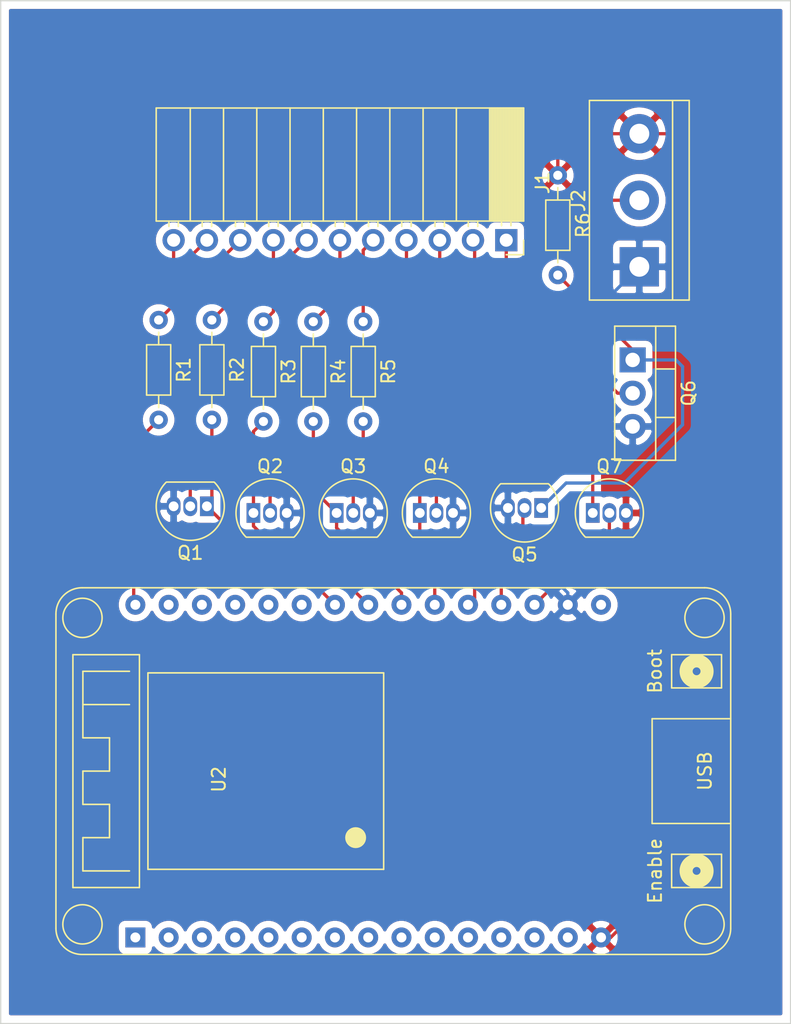
<source format=kicad_pcb>
(kicad_pcb (version 20171130) (host pcbnew 5.1.9-73d0e3b20d~88~ubuntu20.04.1)

  (general
    (thickness 1.6)
    (drawings 4)
    (tracks 112)
    (zones 0)
    (modules 16)
    (nets 43)
  )

  (page A4)
  (layers
    (0 F.Cu signal)
    (31 B.Cu signal)
    (32 B.Adhes user)
    (33 F.Adhes user)
    (34 B.Paste user)
    (35 F.Paste user)
    (36 B.SilkS user)
    (37 F.SilkS user)
    (38 B.Mask user)
    (39 F.Mask user)
    (40 Dwgs.User user)
    (41 Cmts.User user)
    (42 Eco1.User user)
    (43 Eco2.User user)
    (44 Edge.Cuts user)
    (45 Margin user)
    (46 B.CrtYd user)
    (47 F.CrtYd user)
    (48 B.Fab user)
    (49 F.Fab user)
  )

  (setup
    (last_trace_width 0.25)
    (trace_clearance 0.2)
    (zone_clearance 0.508)
    (zone_45_only no)
    (trace_min 0.2)
    (via_size 0.8)
    (via_drill 0.4)
    (via_min_size 0.4)
    (via_min_drill 0.3)
    (uvia_size 0.3)
    (uvia_drill 0.1)
    (uvias_allowed no)
    (uvia_min_size 0.2)
    (uvia_min_drill 0.1)
    (edge_width 0.05)
    (segment_width 0.2)
    (pcb_text_width 0.3)
    (pcb_text_size 1.5 1.5)
    (mod_edge_width 0.12)
    (mod_text_size 1 1)
    (mod_text_width 0.15)
    (pad_size 1.524 1.524)
    (pad_drill 0.762)
    (pad_to_mask_clearance 0)
    (aux_axis_origin 0 0)
    (visible_elements FFFFFF7F)
    (pcbplotparams
      (layerselection 0x010fc_ffffffff)
      (usegerberextensions false)
      (usegerberattributes true)
      (usegerberadvancedattributes true)
      (creategerberjobfile true)
      (excludeedgelayer true)
      (linewidth 0.100000)
      (plotframeref false)
      (viasonmask false)
      (mode 1)
      (useauxorigin false)
      (hpglpennumber 1)
      (hpglpenspeed 20)
      (hpglpendiameter 15.000000)
      (psnegative false)
      (psa4output false)
      (plotreference true)
      (plotvalue true)
      (plotinvisibletext false)
      (padsonsilk false)
      (subtractmaskfromsilk false)
      (outputformat 1)
      (mirror false)
      (drillshape 1)
      (scaleselection 1)
      (outputdirectory ""))
  )

  (net 0 "")
  (net 1 ib_100)
  (net 2 100_leds-)
  (net 3 ib_25)
  (net 4 25_leds-)
  (net 5 ib_50)
  (net 6 50_leds-)
  (net 7 ib_75)
  (net 8 75_leds-)
  (net 9 wake_up)
  (net 10 VCC)
  (net 11 Leds+)
  (net 12 status_led+)
  (net 13 GND)
  (net 14 pump-)
  (net 15 level_100)
  (net 16 level_75)
  (net 17 level_50)
  (net 18 level_25)
  (net 19 "Net-(Q5-Pad1)")
  (net 20 trigger_pump)
  (net 21 Trigger_Leds_Battery)
  (net 22 "Net-(R1-Pad2)")
  (net 23 "Net-(U2-Pad13)")
  (net 24 "Net-(U2-Pad6)")
  (net 25 "Net-(U2-Pad26)")
  (net 26 "Net-(U2-Pad10)")
  (net 27 "Net-(U2-Pad12)")
  (net 28 "Net-(U2-Pad1)")
  (net 29 "Net-(U2-Pad8)")
  (net 30 "Net-(U2-Pad5)")
  (net 31 "Net-(U2-Pad7)")
  (net 32 "Net-(U2-Pad29)")
  (net 33 "Net-(U2-Pad3)")
  (net 34 "Net-(U2-Pad4)")
  (net 35 "Net-(U2-Pad28)")
  (net 36 "Net-(U2-Pad14)")
  (net 37 "Net-(U2-Pad11)")
  (net 38 "Net-(U2-Pad9)")
  (net 39 "Net-(U2-Pad27)")
  (net 40 "Net-(U2-Pad2)")
  (net 41 "Net-(U2-Pad16)")
  (net 42 "Net-(U2-Pad25)")

  (net_class Default "This is the default net class."
    (clearance 0.2)
    (trace_width 0.25)
    (via_dia 0.8)
    (via_drill 0.4)
    (uvia_dia 0.3)
    (uvia_drill 0.1)
    (add_net 100_leds-)
    (add_net 25_leds-)
    (add_net 50_leds-)
    (add_net 75_leds-)
    (add_net GND)
    (add_net Leds+)
    (add_net "Net-(Q5-Pad1)")
    (add_net "Net-(R1-Pad2)")
    (add_net "Net-(U2-Pad1)")
    (add_net "Net-(U2-Pad10)")
    (add_net "Net-(U2-Pad11)")
    (add_net "Net-(U2-Pad12)")
    (add_net "Net-(U2-Pad13)")
    (add_net "Net-(U2-Pad14)")
    (add_net "Net-(U2-Pad16)")
    (add_net "Net-(U2-Pad2)")
    (add_net "Net-(U2-Pad25)")
    (add_net "Net-(U2-Pad26)")
    (add_net "Net-(U2-Pad27)")
    (add_net "Net-(U2-Pad28)")
    (add_net "Net-(U2-Pad29)")
    (add_net "Net-(U2-Pad3)")
    (add_net "Net-(U2-Pad4)")
    (add_net "Net-(U2-Pad5)")
    (add_net "Net-(U2-Pad6)")
    (add_net "Net-(U2-Pad7)")
    (add_net "Net-(U2-Pad8)")
    (add_net "Net-(U2-Pad9)")
    (add_net Trigger_Leds_Battery)
    (add_net VCC)
    (add_net ib_100)
    (add_net ib_25)
    (add_net ib_50)
    (add_net ib_75)
    (add_net level_100)
    (add_net level_25)
    (add_net level_50)
    (add_net level_75)
    (add_net pump-)
    (add_net status_led+)
    (add_net trigger_pump)
    (add_net wake_up)
  )

  (module Connector_PinSocket_2.54mm:PinSocket_1x11_P2.54mm_Horizontal (layer F.Cu) (tedit 5A19A41D) (tstamp 60813954)
    (at 155.448 48.768 270)
    (descr "Through hole angled socket strip, 1x11, 2.54mm pitch, 8.51mm socket length, single row (from Kicad 4.0.7), script generated")
    (tags "Through hole angled socket strip THT 1x11 2.54mm single row")
    (path /608B0322)
    (fp_text reference J1 (at -4.38 -2.77 90) (layer F.SilkS)
      (effects (font (size 1 1) (thickness 0.15)))
    )
    (fp_text value Conn_01x11_Female (at -4.38 28.17 90) (layer F.Fab)
      (effects (font (size 1 1) (thickness 0.15)))
    )
    (fp_text user %R (at -5.775 12.7) (layer F.Fab)
      (effects (font (size 1 1) (thickness 0.15)))
    )
    (fp_line (start -10.03 -1.27) (end -2.49 -1.27) (layer F.Fab) (width 0.1))
    (fp_line (start -2.49 -1.27) (end -1.52 -0.3) (layer F.Fab) (width 0.1))
    (fp_line (start -1.52 -0.3) (end -1.52 26.67) (layer F.Fab) (width 0.1))
    (fp_line (start -1.52 26.67) (end -10.03 26.67) (layer F.Fab) (width 0.1))
    (fp_line (start -10.03 26.67) (end -10.03 -1.27) (layer F.Fab) (width 0.1))
    (fp_line (start 0 -0.3) (end -1.52 -0.3) (layer F.Fab) (width 0.1))
    (fp_line (start -1.52 0.3) (end 0 0.3) (layer F.Fab) (width 0.1))
    (fp_line (start 0 0.3) (end 0 -0.3) (layer F.Fab) (width 0.1))
    (fp_line (start 0 2.24) (end -1.52 2.24) (layer F.Fab) (width 0.1))
    (fp_line (start -1.52 2.84) (end 0 2.84) (layer F.Fab) (width 0.1))
    (fp_line (start 0 2.84) (end 0 2.24) (layer F.Fab) (width 0.1))
    (fp_line (start 0 4.78) (end -1.52 4.78) (layer F.Fab) (width 0.1))
    (fp_line (start -1.52 5.38) (end 0 5.38) (layer F.Fab) (width 0.1))
    (fp_line (start 0 5.38) (end 0 4.78) (layer F.Fab) (width 0.1))
    (fp_line (start 0 7.32) (end -1.52 7.32) (layer F.Fab) (width 0.1))
    (fp_line (start -1.52 7.92) (end 0 7.92) (layer F.Fab) (width 0.1))
    (fp_line (start 0 7.92) (end 0 7.32) (layer F.Fab) (width 0.1))
    (fp_line (start 0 9.86) (end -1.52 9.86) (layer F.Fab) (width 0.1))
    (fp_line (start -1.52 10.46) (end 0 10.46) (layer F.Fab) (width 0.1))
    (fp_line (start 0 10.46) (end 0 9.86) (layer F.Fab) (width 0.1))
    (fp_line (start 0 12.4) (end -1.52 12.4) (layer F.Fab) (width 0.1))
    (fp_line (start -1.52 13) (end 0 13) (layer F.Fab) (width 0.1))
    (fp_line (start 0 13) (end 0 12.4) (layer F.Fab) (width 0.1))
    (fp_line (start 0 14.94) (end -1.52 14.94) (layer F.Fab) (width 0.1))
    (fp_line (start -1.52 15.54) (end 0 15.54) (layer F.Fab) (width 0.1))
    (fp_line (start 0 15.54) (end 0 14.94) (layer F.Fab) (width 0.1))
    (fp_line (start 0 17.48) (end -1.52 17.48) (layer F.Fab) (width 0.1))
    (fp_line (start -1.52 18.08) (end 0 18.08) (layer F.Fab) (width 0.1))
    (fp_line (start 0 18.08) (end 0 17.48) (layer F.Fab) (width 0.1))
    (fp_line (start 0 20.02) (end -1.52 20.02) (layer F.Fab) (width 0.1))
    (fp_line (start -1.52 20.62) (end 0 20.62) (layer F.Fab) (width 0.1))
    (fp_line (start 0 20.62) (end 0 20.02) (layer F.Fab) (width 0.1))
    (fp_line (start 0 22.56) (end -1.52 22.56) (layer F.Fab) (width 0.1))
    (fp_line (start -1.52 23.16) (end 0 23.16) (layer F.Fab) (width 0.1))
    (fp_line (start 0 23.16) (end 0 22.56) (layer F.Fab) (width 0.1))
    (fp_line (start 0 25.1) (end -1.52 25.1) (layer F.Fab) (width 0.1))
    (fp_line (start -1.52 25.7) (end 0 25.7) (layer F.Fab) (width 0.1))
    (fp_line (start 0 25.7) (end 0 25.1) (layer F.Fab) (width 0.1))
    (fp_line (start -10.09 -1.21) (end -1.46 -1.21) (layer F.SilkS) (width 0.12))
    (fp_line (start -10.09 -1.091905) (end -1.46 -1.091905) (layer F.SilkS) (width 0.12))
    (fp_line (start -10.09 -0.97381) (end -1.46 -0.97381) (layer F.SilkS) (width 0.12))
    (fp_line (start -10.09 -0.855715) (end -1.46 -0.855715) (layer F.SilkS) (width 0.12))
    (fp_line (start -10.09 -0.73762) (end -1.46 -0.73762) (layer F.SilkS) (width 0.12))
    (fp_line (start -10.09 -0.619525) (end -1.46 -0.619525) (layer F.SilkS) (width 0.12))
    (fp_line (start -10.09 -0.50143) (end -1.46 -0.50143) (layer F.SilkS) (width 0.12))
    (fp_line (start -10.09 -0.383335) (end -1.46 -0.383335) (layer F.SilkS) (width 0.12))
    (fp_line (start -10.09 -0.26524) (end -1.46 -0.26524) (layer F.SilkS) (width 0.12))
    (fp_line (start -10.09 -0.147145) (end -1.46 -0.147145) (layer F.SilkS) (width 0.12))
    (fp_line (start -10.09 -0.02905) (end -1.46 -0.02905) (layer F.SilkS) (width 0.12))
    (fp_line (start -10.09 0.089045) (end -1.46 0.089045) (layer F.SilkS) (width 0.12))
    (fp_line (start -10.09 0.20714) (end -1.46 0.20714) (layer F.SilkS) (width 0.12))
    (fp_line (start -10.09 0.325235) (end -1.46 0.325235) (layer F.SilkS) (width 0.12))
    (fp_line (start -10.09 0.44333) (end -1.46 0.44333) (layer F.SilkS) (width 0.12))
    (fp_line (start -10.09 0.561425) (end -1.46 0.561425) (layer F.SilkS) (width 0.12))
    (fp_line (start -10.09 0.67952) (end -1.46 0.67952) (layer F.SilkS) (width 0.12))
    (fp_line (start -10.09 0.797615) (end -1.46 0.797615) (layer F.SilkS) (width 0.12))
    (fp_line (start -10.09 0.91571) (end -1.46 0.91571) (layer F.SilkS) (width 0.12))
    (fp_line (start -10.09 1.033805) (end -1.46 1.033805) (layer F.SilkS) (width 0.12))
    (fp_line (start -10.09 1.1519) (end -1.46 1.1519) (layer F.SilkS) (width 0.12))
    (fp_line (start -1.46 -0.36) (end -1.11 -0.36) (layer F.SilkS) (width 0.12))
    (fp_line (start -1.46 0.36) (end -1.11 0.36) (layer F.SilkS) (width 0.12))
    (fp_line (start -1.46 2.18) (end -1.05 2.18) (layer F.SilkS) (width 0.12))
    (fp_line (start -1.46 2.9) (end -1.05 2.9) (layer F.SilkS) (width 0.12))
    (fp_line (start -1.46 4.72) (end -1.05 4.72) (layer F.SilkS) (width 0.12))
    (fp_line (start -1.46 5.44) (end -1.05 5.44) (layer F.SilkS) (width 0.12))
    (fp_line (start -1.46 7.26) (end -1.05 7.26) (layer F.SilkS) (width 0.12))
    (fp_line (start -1.46 7.98) (end -1.05 7.98) (layer F.SilkS) (width 0.12))
    (fp_line (start -1.46 9.8) (end -1.05 9.8) (layer F.SilkS) (width 0.12))
    (fp_line (start -1.46 10.52) (end -1.05 10.52) (layer F.SilkS) (width 0.12))
    (fp_line (start -1.46 12.34) (end -1.05 12.34) (layer F.SilkS) (width 0.12))
    (fp_line (start -1.46 13.06) (end -1.05 13.06) (layer F.SilkS) (width 0.12))
    (fp_line (start -1.46 14.88) (end -1.05 14.88) (layer F.SilkS) (width 0.12))
    (fp_line (start -1.46 15.6) (end -1.05 15.6) (layer F.SilkS) (width 0.12))
    (fp_line (start -1.46 17.42) (end -1.05 17.42) (layer F.SilkS) (width 0.12))
    (fp_line (start -1.46 18.14) (end -1.05 18.14) (layer F.SilkS) (width 0.12))
    (fp_line (start -1.46 19.96) (end -1.05 19.96) (layer F.SilkS) (width 0.12))
    (fp_line (start -1.46 20.68) (end -1.05 20.68) (layer F.SilkS) (width 0.12))
    (fp_line (start -1.46 22.5) (end -1.05 22.5) (layer F.SilkS) (width 0.12))
    (fp_line (start -1.46 23.22) (end -1.05 23.22) (layer F.SilkS) (width 0.12))
    (fp_line (start -1.46 25.04) (end -1.05 25.04) (layer F.SilkS) (width 0.12))
    (fp_line (start -1.46 25.76) (end -1.05 25.76) (layer F.SilkS) (width 0.12))
    (fp_line (start -10.09 1.27) (end -1.46 1.27) (layer F.SilkS) (width 0.12))
    (fp_line (start -10.09 3.81) (end -1.46 3.81) (layer F.SilkS) (width 0.12))
    (fp_line (start -10.09 6.35) (end -1.46 6.35) (layer F.SilkS) (width 0.12))
    (fp_line (start -10.09 8.89) (end -1.46 8.89) (layer F.SilkS) (width 0.12))
    (fp_line (start -10.09 11.43) (end -1.46 11.43) (layer F.SilkS) (width 0.12))
    (fp_line (start -10.09 13.97) (end -1.46 13.97) (layer F.SilkS) (width 0.12))
    (fp_line (start -10.09 16.51) (end -1.46 16.51) (layer F.SilkS) (width 0.12))
    (fp_line (start -10.09 19.05) (end -1.46 19.05) (layer F.SilkS) (width 0.12))
    (fp_line (start -10.09 21.59) (end -1.46 21.59) (layer F.SilkS) (width 0.12))
    (fp_line (start -10.09 24.13) (end -1.46 24.13) (layer F.SilkS) (width 0.12))
    (fp_line (start -10.09 -1.33) (end -1.46 -1.33) (layer F.SilkS) (width 0.12))
    (fp_line (start -1.46 -1.33) (end -1.46 26.73) (layer F.SilkS) (width 0.12))
    (fp_line (start -10.09 26.73) (end -1.46 26.73) (layer F.SilkS) (width 0.12))
    (fp_line (start -10.09 -1.33) (end -10.09 26.73) (layer F.SilkS) (width 0.12))
    (fp_line (start 1.11 -1.33) (end 1.11 0) (layer F.SilkS) (width 0.12))
    (fp_line (start 0 -1.33) (end 1.11 -1.33) (layer F.SilkS) (width 0.12))
    (fp_line (start 1.75 -1.8) (end -10.55 -1.8) (layer F.CrtYd) (width 0.05))
    (fp_line (start -10.55 -1.8) (end -10.55 27.15) (layer F.CrtYd) (width 0.05))
    (fp_line (start -10.55 27.15) (end 1.75 27.15) (layer F.CrtYd) (width 0.05))
    (fp_line (start 1.75 27.15) (end 1.75 -1.8) (layer F.CrtYd) (width 0.05))
    (pad 11 thru_hole oval (at 0 25.4 270) (size 1.7 1.7) (drill 1) (layers *.Cu *.Mask)
      (net 12 status_led+))
    (pad 10 thru_hole oval (at 0 22.86 270) (size 1.7 1.7) (drill 1) (layers *.Cu *.Mask)
      (net 1 ib_100))
    (pad 9 thru_hole oval (at 0 20.32 270) (size 1.7 1.7) (drill 1) (layers *.Cu *.Mask)
      (net 2 100_leds-))
    (pad 8 thru_hole oval (at 0 17.78 270) (size 1.7 1.7) (drill 1) (layers *.Cu *.Mask)
      (net 8 75_leds-))
    (pad 7 thru_hole oval (at 0 15.24 270) (size 1.7 1.7) (drill 1) (layers *.Cu *.Mask)
      (net 7 ib_75))
    (pad 6 thru_hole oval (at 0 12.7 270) (size 1.7 1.7) (drill 1) (layers *.Cu *.Mask)
      (net 6 50_leds-))
    (pad 5 thru_hole oval (at 0 10.16 270) (size 1.7 1.7) (drill 1) (layers *.Cu *.Mask)
      (net 4 25_leds-))
    (pad 4 thru_hole oval (at 0 7.62 270) (size 1.7 1.7) (drill 1) (layers *.Cu *.Mask)
      (net 5 ib_50))
    (pad 3 thru_hole oval (at 0 5.08 270) (size 1.7 1.7) (drill 1) (layers *.Cu *.Mask)
      (net 3 ib_25))
    (pad 2 thru_hole oval (at 0 2.54 270) (size 1.7 1.7) (drill 1) (layers *.Cu *.Mask)
      (net 9 wake_up))
    (pad 1 thru_hole rect (at 0 0 270) (size 1.7 1.7) (drill 1) (layers *.Cu *.Mask)
      (net 11 Leds+))
    (model ${KISYS3DMOD}/Connector_PinSocket_2.54mm.3dshapes/PinSocket_1x11_P2.54mm_Horizontal.wrl
      (at (xyz 0 0 0))
      (scale (xyz 1 1 1))
      (rotate (xyz 0 0 0))
    )
  )

  (module kicad_smartjet:esp32_devkit_v1 (layer F.Cu) (tedit 603EDB04) (tstamp 60812BBB)
    (at 118.364 90.424 90)
    (path /6071030C)
    (fp_text reference U2 (at 0.4826 15.1384 90) (layer F.SilkS)
      (effects (font (size 1 1) (thickness 0.15)))
    )
    (fp_text value ESP32_DevKit_V1_DOIT (at -0.1016 0.8128 90) (layer F.Fab)
      (effects (font (size 1 1) (thickness 0.15)))
    )
    (fp_text user Boot (at 8.7376 48.443 90) (layer F.SilkS)
      (effects (font (size 1 1) (thickness 0.15)))
    )
    (fp_text user ESP32-DevKit-V1-DOIT (at 1.1176 17.463 90) (layer F.Fab)
      (effects (font (size 1 1) (thickness 0.15)))
    )
    (fp_arc (start 13.1176 4.6976) (end 15.1176 4.6976) (angle -90) (layer F.SilkS) (width 0.12))
    (fp_text user Enable (at -6.5024 48.443 90) (layer F.SilkS)
      (effects (font (size 1 1) (thickness 0.15)))
    )
    (fp_text user USB (at 1.1176 52.253 90) (layer F.SilkS)
      (effects (font (size 1 1) (thickness 0.15)))
    )
    (fp_arc (start 13.1176 52.223) (end 13.1176 54.223) (angle -90) (layer F.SilkS) (width 0.12))
    (fp_arc (start -10.8824 52.223) (end -12.8824 52.223) (angle -90) (layer F.SilkS) (width 0.12))
    (fp_arc (start -10.8824 4.6976) (end -10.8824 2.6976) (angle -90) (layer F.SilkS) (width 0.12))
    (fp_line (start -6.5024 8.311) (end -6.5024 4.755) (layer F.SilkS) (width 0.12))
    (fp_circle (center -6.5024 51.618) (end -6.2024 51.618) (layer F.SilkS) (width 1))
    (fp_line (start -6.3824 27.723) (end -6.3824 9.723) (layer F.SilkS) (width 0.12))
    (fp_line (start -2.8824 48.223) (end -2.8824 54.223) (layer F.SilkS) (width 0.12))
    (fp_line (start 10.0076 49.713) (end 10.0076 53.523) (layer F.SilkS) (width 0.12))
    (fp_line (start -3.9624 4.755) (end -3.9624 6.787) (layer F.SilkS) (width 0.12))
    (fp_line (start -2.8824 48.223) (end 5.1176 48.223) (layer F.SilkS) (width 0.12))
    (fp_line (start -7.7724 49.713) (end -5.2324 49.713) (layer F.SilkS) (width 0.12))
    (fp_line (start 7.4676 53.523) (end 7.4676 49.713) (layer F.SilkS) (width 0.12))
    (fp_line (start -7.7724 3.993) (end 10.0076 3.993) (layer F.SilkS) (width 0.12))
    (fp_circle (center 12.8176 4.723) (end 14.3176 4.723) (layer F.SilkS) (width 0.12))
    (fp_line (start -10.8824 2.6976) (end 13.1176 2.6976) (layer F.SilkS) (width 0.12))
    (fp_line (start 1.1176 6.787) (end 3.6576 6.787) (layer F.SilkS) (width 0.12))
    (fp_line (start -1.4224 6.787) (end -1.4224 4.755) (layer F.SilkS) (width 0.12))
    (fp_line (start -7.7724 53.523) (end -7.7724 49.713) (layer F.SilkS) (width 0.12))
    (fp_line (start 10.0076 3.993) (end 10.0076 9.073) (layer F.SilkS) (width 0.12))
    (fp_line (start -5.2324 49.713) (end -5.2324 53.523) (layer F.SilkS) (width 0.12))
    (fp_circle (center -3.9624 25.583) (end -3.5624 25.583) (layer F.SilkS) (width 0.8))
    (fp_line (start -12.8824 4.723) (end -12.8824 52.223) (layer F.SilkS) (width 0.12))
    (fp_circle (center -10.5824 52.223) (end -9.0824 52.223) (layer F.SilkS) (width 0.12))
    (fp_line (start 15.1176 52.223) (end 15.1176 4.723) (layer F.SilkS) (width 0.12))
    (fp_line (start 3.6576 4.755) (end 8.7376 4.755) (layer F.SilkS) (width 0.12))
    (fp_line (start -10.8824 54.223) (end 13.1176 54.223) (layer F.SilkS) (width 0.12))
    (fp_line (start 10.0076 9.073) (end -7.7724 9.073) (layer F.SilkS) (width 0.12))
    (fp_line (start 8.6176 9.723) (end 8.6176 27.723) (layer F.SilkS) (width 0.12))
    (fp_line (start 7.4676 49.713) (end 10.0076 49.713) (layer F.SilkS) (width 0.12))
    (fp_line (start 3.6576 6.787) (end 3.6576 4.755) (layer F.SilkS) (width 0.12))
    (fp_line (start -3.9624 6.787) (end -1.4224 6.787) (layer F.SilkS) (width 0.12))
    (fp_line (start 8.6176 27.723) (end -6.3824 27.723) (layer F.SilkS) (width 0.12))
    (fp_line (start 6.1976 4.755) (end 6.1976 8.311) (layer F.SilkS) (width 0.12))
    (fp_circle (center 12.8176 52.223) (end 14.3176 52.223) (layer F.SilkS) (width 0.12))
    (fp_line (start 10.0076 53.523) (end 7.4676 53.523) (layer F.SilkS) (width 0.12))
    (fp_line (start -5.2324 53.523) (end -7.7724 53.523) (layer F.SilkS) (width 0.12))
    (fp_circle (center 8.7376 51.618) (end 9.0376 51.618) (layer F.SilkS) (width 1))
    (fp_line (start -6.5024 4.755) (end -3.9624 4.755) (layer F.SilkS) (width 0.12))
    (fp_line (start -6.3824 9.723) (end 8.6176 9.723) (layer F.SilkS) (width 0.12))
    (fp_line (start 5.1176 48.223) (end 5.1176 54.223) (layer F.SilkS) (width 0.12))
    (fp_circle (center -10.5824 4.723) (end -9.0824 4.723) (layer F.SilkS) (width 0.12))
    (fp_line (start 8.7376 4.755) (end 8.7376 8.311) (layer F.SilkS) (width 0.12))
    (fp_line (start 1.1176 4.755) (end 1.1176 6.787) (layer F.SilkS) (width 0.12))
    (fp_line (start -7.7724 9.073) (end -7.7724 3.993) (layer F.SilkS) (width 0.12))
    (fp_line (start -1.4224 4.755) (end 1.1176 4.755) (layer F.SilkS) (width 0.12))
    (pad 13 thru_hole circle (at -11.5824 39.243 90) (size 1.524 1.524) (drill 0.762) (layers *.Cu *.Mask)
      (net 23 "Net-(U2-Pad13)"))
    (pad 20 thru_hole circle (at 13.8176 34.163 90) (size 1.524 1.524) (drill 0.762) (layers *.Cu *.Mask)
      (net 9 wake_up))
    (pad 6 thru_hole circle (at -11.5824 21.463 90) (size 1.524 1.524) (drill 0.762) (layers *.Cu *.Mask)
      (net 24 "Net-(U2-Pad6)"))
    (pad 16 thru_hole circle (at 13.8176 44.323 90) (size 1.524 1.524) (drill 0.762) (layers *.Cu *.Mask)
      (net 41 "Net-(U2-Pad16)"))
    (pad 30 thru_hole circle (at 13.8176 8.763 90) (size 1.524 1.524) (drill 0.762) (layers *.Cu *.Mask)
      (net 22 "Net-(R1-Pad2)"))
    (pad 21 thru_hole circle (at 13.8176 31.623 90) (size 1.524 1.524) (drill 0.762) (layers *.Cu *.Mask)
      (net 18 level_25))
    (pad 26 thru_hole circle (at 13.8176 18.923 90) (size 1.524 1.524) (drill 0.762) (layers *.Cu *.Mask)
      (net 25 "Net-(U2-Pad26)"))
    (pad 10 thru_hole circle (at -11.5824 31.623 90) (size 1.524 1.524) (drill 0.762) (layers *.Cu *.Mask)
      (net 26 "Net-(U2-Pad10)"))
    (pad 18 thru_hole circle (at 13.8176 39.243 90) (size 1.524 1.524) (drill 0.762) (layers *.Cu *.Mask)
      (net 21 Trigger_Leds_Battery))
    (pad 12 thru_hole circle (at -11.5824 36.703 90) (size 1.524 1.524) (drill 0.762) (layers *.Cu *.Mask)
      (net 27 "Net-(U2-Pad12)"))
    (pad 1 thru_hole rect (at -11.5824 8.763 90) (size 1.524 1.524) (drill 0.762) (layers *.Cu *.Mask)
      (net 28 "Net-(U2-Pad1)"))
    (pad 8 thru_hole circle (at -11.5824 26.543 90) (size 1.524 1.524) (drill 0.762) (layers *.Cu *.Mask)
      (net 29 "Net-(U2-Pad8)"))
    (pad 5 thru_hole circle (at -11.5824 18.923 90) (size 1.524 1.524) (drill 0.762) (layers *.Cu *.Mask)
      (net 30 "Net-(U2-Pad5)"))
    (pad 25 thru_hole circle (at 13.8176 21.463 90) (size 1.524 1.524) (drill 0.762) (layers *.Cu *.Mask)
      (net 42 "Net-(U2-Pad25)"))
    (pad 23 thru_hole circle (at 13.8176 26.543 90) (size 1.524 1.524) (drill 0.762) (layers *.Cu *.Mask)
      (net 16 level_75))
    (pad 7 thru_hole circle (at -11.5824 24.003 90) (size 1.524 1.524) (drill 0.762) (layers *.Cu *.Mask)
      (net 31 "Net-(U2-Pad7)"))
    (pad 29 thru_hole circle (at 13.8176 11.303 90) (size 1.524 1.524) (drill 0.762) (layers *.Cu *.Mask)
      (net 32 "Net-(U2-Pad29)"))
    (pad 3 thru_hole circle (at -11.5824 13.843 90) (size 1.524 1.524) (drill 0.762) (layers *.Cu *.Mask)
      (net 33 "Net-(U2-Pad3)"))
    (pad 4 thru_hole circle (at -11.5824 16.383 90) (size 1.524 1.524) (drill 0.762) (layers *.Cu *.Mask)
      (net 34 "Net-(U2-Pad4)"))
    (pad 28 thru_hole circle (at 13.8176 13.843 90) (size 1.524 1.524) (drill 0.762) (layers *.Cu *.Mask)
      (net 35 "Net-(U2-Pad28)"))
    (pad 14 thru_hole circle (at -11.5824 41.783 90) (size 1.524 1.524) (drill 0.762) (layers *.Cu *.Mask)
      (net 36 "Net-(U2-Pad14)"))
    (pad 19 thru_hole circle (at 13.8176 36.703 90) (size 1.524 1.524) (drill 0.762) (layers *.Cu *.Mask)
      (net 20 trigger_pump))
    (pad 15 thru_hole circle (at -11.5824 44.323 90) (size 1.524 1.524) (drill 0.762) (layers *.Cu *.Mask)
      (net 10 VCC))
    (pad 11 thru_hole circle (at -11.5824 34.163 90) (size 1.524 1.524) (drill 0.762) (layers *.Cu *.Mask)
      (net 37 "Net-(U2-Pad11)"))
    (pad 9 thru_hole circle (at -11.5824 29.083 90) (size 1.524 1.524) (drill 0.762) (layers *.Cu *.Mask)
      (net 38 "Net-(U2-Pad9)"))
    (pad 24 thru_hole circle (at 13.8176 24.003 90) (size 1.524 1.524) (drill 0.762) (layers *.Cu *.Mask)
      (net 15 level_100))
    (pad 27 thru_hole circle (at 13.8176 16.383 90) (size 1.524 1.524) (drill 0.762) (layers *.Cu *.Mask)
      (net 39 "Net-(U2-Pad27)"))
    (pad 22 thru_hole circle (at 13.8176 29.083 90) (size 1.524 1.524) (drill 0.762) (layers *.Cu *.Mask)
      (net 17 level_50))
    (pad 2 thru_hole circle (at -11.5824 11.303 90) (size 1.524 1.524) (drill 0.762) (layers *.Cu *.Mask)
      (net 40 "Net-(U2-Pad2)"))
    (pad 17 thru_hole circle (at 13.8176 41.783 90) (size 1.524 1.524) (drill 0.762) (layers *.Cu *.Mask)
      (net 13 GND))
  )

  (module Resistor_THT:R_Axial_DIN0204_L3.6mm_D1.6mm_P7.62mm_Horizontal (layer F.Cu) (tedit 5AE5139B) (tstamp 60813713)
    (at 159.385 43.815 270)
    (descr "Resistor, Axial_DIN0204 series, Axial, Horizontal, pin pitch=7.62mm, 0.167W, length*diameter=3.6*1.6mm^2, http://cdn-reichelt.de/documents/datenblatt/B400/1_4W%23YAG.pdf")
    (tags "Resistor Axial_DIN0204 series Axial Horizontal pin pitch 7.62mm 0.167W length 3.6mm diameter 1.6mm")
    (path /6071E269)
    (fp_text reference R6 (at 3.81 -1.92 90) (layer F.SilkS)
      (effects (font (size 1 1) (thickness 0.15)))
    )
    (fp_text value 10k (at 3.81 1.92 90) (layer F.Fab)
      (effects (font (size 1 1) (thickness 0.15)))
    )
    (fp_text user %R (at 3.81 0 90) (layer F.Fab)
      (effects (font (size 0.72 0.72) (thickness 0.108)))
    )
    (fp_line (start 2.01 -0.8) (end 2.01 0.8) (layer F.Fab) (width 0.1))
    (fp_line (start 2.01 0.8) (end 5.61 0.8) (layer F.Fab) (width 0.1))
    (fp_line (start 5.61 0.8) (end 5.61 -0.8) (layer F.Fab) (width 0.1))
    (fp_line (start 5.61 -0.8) (end 2.01 -0.8) (layer F.Fab) (width 0.1))
    (fp_line (start 0 0) (end 2.01 0) (layer F.Fab) (width 0.1))
    (fp_line (start 7.62 0) (end 5.61 0) (layer F.Fab) (width 0.1))
    (fp_line (start 1.89 -0.92) (end 1.89 0.92) (layer F.SilkS) (width 0.12))
    (fp_line (start 1.89 0.92) (end 5.73 0.92) (layer F.SilkS) (width 0.12))
    (fp_line (start 5.73 0.92) (end 5.73 -0.92) (layer F.SilkS) (width 0.12))
    (fp_line (start 5.73 -0.92) (end 1.89 -0.92) (layer F.SilkS) (width 0.12))
    (fp_line (start 0.94 0) (end 1.89 0) (layer F.SilkS) (width 0.12))
    (fp_line (start 6.68 0) (end 5.73 0) (layer F.SilkS) (width 0.12))
    (fp_line (start -0.95 -1.05) (end -0.95 1.05) (layer F.CrtYd) (width 0.05))
    (fp_line (start -0.95 1.05) (end 8.57 1.05) (layer F.CrtYd) (width 0.05))
    (fp_line (start 8.57 1.05) (end 8.57 -1.05) (layer F.CrtYd) (width 0.05))
    (fp_line (start 8.57 -1.05) (end -0.95 -1.05) (layer F.CrtYd) (width 0.05))
    (pad 2 thru_hole oval (at 7.62 0 270) (size 1.4 1.4) (drill 0.7) (layers *.Cu *.Mask)
      (net 19 "Net-(Q5-Pad1)"))
    (pad 1 thru_hole circle (at 0 0 270) (size 1.4 1.4) (drill 0.7) (layers *.Cu *.Mask)
      (net 10 VCC))
    (model ${KISYS3DMOD}/Resistor_THT.3dshapes/R_Axial_DIN0204_L3.6mm_D1.6mm_P7.62mm_Horizontal.wrl
      (at (xyz 0 0 0))
      (scale (xyz 1 1 1))
      (rotate (xyz 0 0 0))
    )
  )

  (module Resistor_THT:R_Axial_DIN0204_L3.6mm_D1.6mm_P7.62mm_Horizontal (layer F.Cu) (tedit 5AE5139B) (tstamp 60813C50)
    (at 144.526 54.991 270)
    (descr "Resistor, Axial_DIN0204 series, Axial, Horizontal, pin pitch=7.62mm, 0.167W, length*diameter=3.6*1.6mm^2, http://cdn-reichelt.de/documents/datenblatt/B400/1_4W%23YAG.pdf")
    (tags "Resistor Axial_DIN0204 series Axial Horizontal pin pitch 7.62mm 0.167W length 3.6mm diameter 1.6mm")
    (path /60746928)
    (fp_text reference R5 (at 3.81 -1.92 90) (layer F.SilkS)
      (effects (font (size 1 1) (thickness 0.15)))
    )
    (fp_text value 330R (at 3.81 1.92 90) (layer F.Fab)
      (effects (font (size 1 1) (thickness 0.15)))
    )
    (fp_text user %R (at 3.81 0 90) (layer F.Fab)
      (effects (font (size 0.72 0.72) (thickness 0.108)))
    )
    (fp_line (start 2.01 -0.8) (end 2.01 0.8) (layer F.Fab) (width 0.1))
    (fp_line (start 2.01 0.8) (end 5.61 0.8) (layer F.Fab) (width 0.1))
    (fp_line (start 5.61 0.8) (end 5.61 -0.8) (layer F.Fab) (width 0.1))
    (fp_line (start 5.61 -0.8) (end 2.01 -0.8) (layer F.Fab) (width 0.1))
    (fp_line (start 0 0) (end 2.01 0) (layer F.Fab) (width 0.1))
    (fp_line (start 7.62 0) (end 5.61 0) (layer F.Fab) (width 0.1))
    (fp_line (start 1.89 -0.92) (end 1.89 0.92) (layer F.SilkS) (width 0.12))
    (fp_line (start 1.89 0.92) (end 5.73 0.92) (layer F.SilkS) (width 0.12))
    (fp_line (start 5.73 0.92) (end 5.73 -0.92) (layer F.SilkS) (width 0.12))
    (fp_line (start 5.73 -0.92) (end 1.89 -0.92) (layer F.SilkS) (width 0.12))
    (fp_line (start 0.94 0) (end 1.89 0) (layer F.SilkS) (width 0.12))
    (fp_line (start 6.68 0) (end 5.73 0) (layer F.SilkS) (width 0.12))
    (fp_line (start -0.95 -1.05) (end -0.95 1.05) (layer F.CrtYd) (width 0.05))
    (fp_line (start -0.95 1.05) (end 8.57 1.05) (layer F.CrtYd) (width 0.05))
    (fp_line (start 8.57 1.05) (end 8.57 -1.05) (layer F.CrtYd) (width 0.05))
    (fp_line (start 8.57 -1.05) (end -0.95 -1.05) (layer F.CrtYd) (width 0.05))
    (pad 2 thru_hole oval (at 7.62 0 270) (size 1.4 1.4) (drill 0.7) (layers *.Cu *.Mask)
      (net 18 level_25))
    (pad 1 thru_hole circle (at 0 0 270) (size 1.4 1.4) (drill 0.7) (layers *.Cu *.Mask)
      (net 4 25_leds-))
    (model ${KISYS3DMOD}/Resistor_THT.3dshapes/R_Axial_DIN0204_L3.6mm_D1.6mm_P7.62mm_Horizontal.wrl
      (at (xyz 0 0 0))
      (scale (xyz 1 1 1))
      (rotate (xyz 0 0 0))
    )
  )

  (module Resistor_THT:R_Axial_DIN0204_L3.6mm_D1.6mm_P7.62mm_Horizontal (layer F.Cu) (tedit 5AE5139B) (tstamp 60813BA8)
    (at 140.716 54.991 270)
    (descr "Resistor, Axial_DIN0204 series, Axial, Horizontal, pin pitch=7.62mm, 0.167W, length*diameter=3.6*1.6mm^2, http://cdn-reichelt.de/documents/datenblatt/B400/1_4W%23YAG.pdf")
    (tags "Resistor Axial_DIN0204 series Axial Horizontal pin pitch 7.62mm 0.167W length 3.6mm diameter 1.6mm")
    (path /6074374A)
    (fp_text reference R4 (at 3.81 -1.92 90) (layer F.SilkS)
      (effects (font (size 1 1) (thickness 0.15)))
    )
    (fp_text value 330R (at 3.81 1.92 90) (layer F.Fab)
      (effects (font (size 1 1) (thickness 0.15)))
    )
    (fp_text user %R (at 3.81 0 90) (layer F.Fab)
      (effects (font (size 0.72 0.72) (thickness 0.108)))
    )
    (fp_line (start 2.01 -0.8) (end 2.01 0.8) (layer F.Fab) (width 0.1))
    (fp_line (start 2.01 0.8) (end 5.61 0.8) (layer F.Fab) (width 0.1))
    (fp_line (start 5.61 0.8) (end 5.61 -0.8) (layer F.Fab) (width 0.1))
    (fp_line (start 5.61 -0.8) (end 2.01 -0.8) (layer F.Fab) (width 0.1))
    (fp_line (start 0 0) (end 2.01 0) (layer F.Fab) (width 0.1))
    (fp_line (start 7.62 0) (end 5.61 0) (layer F.Fab) (width 0.1))
    (fp_line (start 1.89 -0.92) (end 1.89 0.92) (layer F.SilkS) (width 0.12))
    (fp_line (start 1.89 0.92) (end 5.73 0.92) (layer F.SilkS) (width 0.12))
    (fp_line (start 5.73 0.92) (end 5.73 -0.92) (layer F.SilkS) (width 0.12))
    (fp_line (start 5.73 -0.92) (end 1.89 -0.92) (layer F.SilkS) (width 0.12))
    (fp_line (start 0.94 0) (end 1.89 0) (layer F.SilkS) (width 0.12))
    (fp_line (start 6.68 0) (end 5.73 0) (layer F.SilkS) (width 0.12))
    (fp_line (start -0.95 -1.05) (end -0.95 1.05) (layer F.CrtYd) (width 0.05))
    (fp_line (start -0.95 1.05) (end 8.57 1.05) (layer F.CrtYd) (width 0.05))
    (fp_line (start 8.57 1.05) (end 8.57 -1.05) (layer F.CrtYd) (width 0.05))
    (fp_line (start 8.57 -1.05) (end -0.95 -1.05) (layer F.CrtYd) (width 0.05))
    (pad 2 thru_hole oval (at 7.62 0 270) (size 1.4 1.4) (drill 0.7) (layers *.Cu *.Mask)
      (net 17 level_50))
    (pad 1 thru_hole circle (at 0 0 270) (size 1.4 1.4) (drill 0.7) (layers *.Cu *.Mask)
      (net 6 50_leds-))
    (model ${KISYS3DMOD}/Resistor_THT.3dshapes/R_Axial_DIN0204_L3.6mm_D1.6mm_P7.62mm_Horizontal.wrl
      (at (xyz 0 0 0))
      (scale (xyz 1 1 1))
      (rotate (xyz 0 0 0))
    )
  )

  (module Resistor_THT:R_Axial_DIN0204_L3.6mm_D1.6mm_P7.62mm_Horizontal (layer F.Cu) (tedit 5AE5139B) (tstamp 60813B63)
    (at 136.906 54.991 270)
    (descr "Resistor, Axial_DIN0204 series, Axial, Horizontal, pin pitch=7.62mm, 0.167W, length*diameter=3.6*1.6mm^2, http://cdn-reichelt.de/documents/datenblatt/B400/1_4W%23YAG.pdf")
    (tags "Resistor Axial_DIN0204 series Axial Horizontal pin pitch 7.62mm 0.167W length 3.6mm diameter 1.6mm")
    (path /6074177D)
    (fp_text reference R3 (at 3.81 -1.92 90) (layer F.SilkS)
      (effects (font (size 1 1) (thickness 0.15)))
    )
    (fp_text value 330R (at 3.81 1.92 90) (layer F.Fab)
      (effects (font (size 1 1) (thickness 0.15)))
    )
    (fp_text user %R (at 3.81 0 90) (layer F.Fab)
      (effects (font (size 0.72 0.72) (thickness 0.108)))
    )
    (fp_line (start 2.01 -0.8) (end 2.01 0.8) (layer F.Fab) (width 0.1))
    (fp_line (start 2.01 0.8) (end 5.61 0.8) (layer F.Fab) (width 0.1))
    (fp_line (start 5.61 0.8) (end 5.61 -0.8) (layer F.Fab) (width 0.1))
    (fp_line (start 5.61 -0.8) (end 2.01 -0.8) (layer F.Fab) (width 0.1))
    (fp_line (start 0 0) (end 2.01 0) (layer F.Fab) (width 0.1))
    (fp_line (start 7.62 0) (end 5.61 0) (layer F.Fab) (width 0.1))
    (fp_line (start 1.89 -0.92) (end 1.89 0.92) (layer F.SilkS) (width 0.12))
    (fp_line (start 1.89 0.92) (end 5.73 0.92) (layer F.SilkS) (width 0.12))
    (fp_line (start 5.73 0.92) (end 5.73 -0.92) (layer F.SilkS) (width 0.12))
    (fp_line (start 5.73 -0.92) (end 1.89 -0.92) (layer F.SilkS) (width 0.12))
    (fp_line (start 0.94 0) (end 1.89 0) (layer F.SilkS) (width 0.12))
    (fp_line (start 6.68 0) (end 5.73 0) (layer F.SilkS) (width 0.12))
    (fp_line (start -0.95 -1.05) (end -0.95 1.05) (layer F.CrtYd) (width 0.05))
    (fp_line (start -0.95 1.05) (end 8.57 1.05) (layer F.CrtYd) (width 0.05))
    (fp_line (start 8.57 1.05) (end 8.57 -1.05) (layer F.CrtYd) (width 0.05))
    (fp_line (start 8.57 -1.05) (end -0.95 -1.05) (layer F.CrtYd) (width 0.05))
    (pad 2 thru_hole oval (at 7.62 0 270) (size 1.4 1.4) (drill 0.7) (layers *.Cu *.Mask)
      (net 16 level_75))
    (pad 1 thru_hole circle (at 0 0 270) (size 1.4 1.4) (drill 0.7) (layers *.Cu *.Mask)
      (net 8 75_leds-))
    (model ${KISYS3DMOD}/Resistor_THT.3dshapes/R_Axial_DIN0204_L3.6mm_D1.6mm_P7.62mm_Horizontal.wrl
      (at (xyz 0 0 0))
      (scale (xyz 1 1 1))
      (rotate (xyz 0 0 0))
    )
  )

  (module Resistor_THT:R_Axial_DIN0204_L3.6mm_D1.6mm_P7.62mm_Horizontal (layer F.Cu) (tedit 5AE5139B) (tstamp 60813ABB)
    (at 132.969 54.864 270)
    (descr "Resistor, Axial_DIN0204 series, Axial, Horizontal, pin pitch=7.62mm, 0.167W, length*diameter=3.6*1.6mm^2, http://cdn-reichelt.de/documents/datenblatt/B400/1_4W%23YAG.pdf")
    (tags "Resistor Axial_DIN0204 series Axial Horizontal pin pitch 7.62mm 0.167W length 3.6mm diameter 1.6mm")
    (path /6070F7F5)
    (fp_text reference R2 (at 3.81 -1.92 90) (layer F.SilkS)
      (effects (font (size 1 1) (thickness 0.15)))
    )
    (fp_text value 330R (at 3.81 1.92 90) (layer F.Fab)
      (effects (font (size 1 1) (thickness 0.15)))
    )
    (fp_text user %R (at 3.81 0 90) (layer F.Fab)
      (effects (font (size 0.72 0.72) (thickness 0.108)))
    )
    (fp_line (start 2.01 -0.8) (end 2.01 0.8) (layer F.Fab) (width 0.1))
    (fp_line (start 2.01 0.8) (end 5.61 0.8) (layer F.Fab) (width 0.1))
    (fp_line (start 5.61 0.8) (end 5.61 -0.8) (layer F.Fab) (width 0.1))
    (fp_line (start 5.61 -0.8) (end 2.01 -0.8) (layer F.Fab) (width 0.1))
    (fp_line (start 0 0) (end 2.01 0) (layer F.Fab) (width 0.1))
    (fp_line (start 7.62 0) (end 5.61 0) (layer F.Fab) (width 0.1))
    (fp_line (start 1.89 -0.92) (end 1.89 0.92) (layer F.SilkS) (width 0.12))
    (fp_line (start 1.89 0.92) (end 5.73 0.92) (layer F.SilkS) (width 0.12))
    (fp_line (start 5.73 0.92) (end 5.73 -0.92) (layer F.SilkS) (width 0.12))
    (fp_line (start 5.73 -0.92) (end 1.89 -0.92) (layer F.SilkS) (width 0.12))
    (fp_line (start 0.94 0) (end 1.89 0) (layer F.SilkS) (width 0.12))
    (fp_line (start 6.68 0) (end 5.73 0) (layer F.SilkS) (width 0.12))
    (fp_line (start -0.95 -1.05) (end -0.95 1.05) (layer F.CrtYd) (width 0.05))
    (fp_line (start -0.95 1.05) (end 8.57 1.05) (layer F.CrtYd) (width 0.05))
    (fp_line (start 8.57 1.05) (end 8.57 -1.05) (layer F.CrtYd) (width 0.05))
    (fp_line (start 8.57 -1.05) (end -0.95 -1.05) (layer F.CrtYd) (width 0.05))
    (pad 2 thru_hole oval (at 7.62 0 270) (size 1.4 1.4) (drill 0.7) (layers *.Cu *.Mask)
      (net 15 level_100))
    (pad 1 thru_hole circle (at 0 0 270) (size 1.4 1.4) (drill 0.7) (layers *.Cu *.Mask)
      (net 2 100_leds-))
    (model ${KISYS3DMOD}/Resistor_THT.3dshapes/R_Axial_DIN0204_L3.6mm_D1.6mm_P7.62mm_Horizontal.wrl
      (at (xyz 0 0 0))
      (scale (xyz 1 1 1))
      (rotate (xyz 0 0 0))
    )
  )

  (module Resistor_THT:R_Axial_DIN0204_L3.6mm_D1.6mm_P7.62mm_Horizontal (layer F.Cu) (tedit 5AE5139B) (tstamp 608137BE)
    (at 128.905 54.864 270)
    (descr "Resistor, Axial_DIN0204 series, Axial, Horizontal, pin pitch=7.62mm, 0.167W, length*diameter=3.6*1.6mm^2, http://cdn-reichelt.de/documents/datenblatt/B400/1_4W%23YAG.pdf")
    (tags "Resistor Axial_DIN0204 series Axial Horizontal pin pitch 7.62mm 0.167W length 3.6mm diameter 1.6mm")
    (path /607AD099)
    (fp_text reference R1 (at 3.81 -1.92 90) (layer F.SilkS)
      (effects (font (size 1 1) (thickness 0.15)))
    )
    (fp_text value 330R (at 3.81 1.92 90) (layer F.Fab)
      (effects (font (size 1 1) (thickness 0.15)))
    )
    (fp_text user %R (at 3.81 0 90) (layer F.Fab)
      (effects (font (size 0.72 0.72) (thickness 0.108)))
    )
    (fp_line (start 2.01 -0.8) (end 2.01 0.8) (layer F.Fab) (width 0.1))
    (fp_line (start 2.01 0.8) (end 5.61 0.8) (layer F.Fab) (width 0.1))
    (fp_line (start 5.61 0.8) (end 5.61 -0.8) (layer F.Fab) (width 0.1))
    (fp_line (start 5.61 -0.8) (end 2.01 -0.8) (layer F.Fab) (width 0.1))
    (fp_line (start 0 0) (end 2.01 0) (layer F.Fab) (width 0.1))
    (fp_line (start 7.62 0) (end 5.61 0) (layer F.Fab) (width 0.1))
    (fp_line (start 1.89 -0.92) (end 1.89 0.92) (layer F.SilkS) (width 0.12))
    (fp_line (start 1.89 0.92) (end 5.73 0.92) (layer F.SilkS) (width 0.12))
    (fp_line (start 5.73 0.92) (end 5.73 -0.92) (layer F.SilkS) (width 0.12))
    (fp_line (start 5.73 -0.92) (end 1.89 -0.92) (layer F.SilkS) (width 0.12))
    (fp_line (start 0.94 0) (end 1.89 0) (layer F.SilkS) (width 0.12))
    (fp_line (start 6.68 0) (end 5.73 0) (layer F.SilkS) (width 0.12))
    (fp_line (start -0.95 -1.05) (end -0.95 1.05) (layer F.CrtYd) (width 0.05))
    (fp_line (start -0.95 1.05) (end 8.57 1.05) (layer F.CrtYd) (width 0.05))
    (fp_line (start 8.57 1.05) (end 8.57 -1.05) (layer F.CrtYd) (width 0.05))
    (fp_line (start 8.57 -1.05) (end -0.95 -1.05) (layer F.CrtYd) (width 0.05))
    (pad 2 thru_hole oval (at 7.62 0 270) (size 1.4 1.4) (drill 0.7) (layers *.Cu *.Mask)
      (net 22 "Net-(R1-Pad2)"))
    (pad 1 thru_hole circle (at 0 0 270) (size 1.4 1.4) (drill 0.7) (layers *.Cu *.Mask)
      (net 12 status_led+))
    (model ${KISYS3DMOD}/Resistor_THT.3dshapes/R_Axial_DIN0204_L3.6mm_D1.6mm_P7.62mm_Horizontal.wrl
      (at (xyz 0 0 0))
      (scale (xyz 1 1 1))
      (rotate (xyz 0 0 0))
    )
  )

  (module Package_TO_SOT_THT:TO-92_Inline (layer F.Cu) (tedit 5A1DD157) (tstamp 60813750)
    (at 162.052 69.596)
    (descr "TO-92 leads in-line, narrow, oval pads, drill 0.75mm (see NXP sot054_po.pdf)")
    (tags "to-92 sc-43 sc-43a sot54 PA33 transistor")
    (path /6070F233)
    (fp_text reference Q7 (at 1.27 -3.56) (layer F.SilkS)
      (effects (font (size 1 1) (thickness 0.15)))
    )
    (fp_text value BC547 (at 1.27 2.79) (layer F.Fab)
      (effects (font (size 1 1) (thickness 0.15)))
    )
    (fp_arc (start 1.27 0) (end 1.27 -2.6) (angle 135) (layer F.SilkS) (width 0.12))
    (fp_arc (start 1.27 0) (end 1.27 -2.48) (angle -135) (layer F.Fab) (width 0.1))
    (fp_arc (start 1.27 0) (end 1.27 -2.6) (angle -135) (layer F.SilkS) (width 0.12))
    (fp_arc (start 1.27 0) (end 1.27 -2.48) (angle 135) (layer F.Fab) (width 0.1))
    (fp_text user %R (at 1.27 0) (layer F.Fab)
      (effects (font (size 1 1) (thickness 0.15)))
    )
    (fp_line (start -0.53 1.85) (end 3.07 1.85) (layer F.SilkS) (width 0.12))
    (fp_line (start -0.5 1.75) (end 3 1.75) (layer F.Fab) (width 0.1))
    (fp_line (start -1.46 -2.73) (end 4 -2.73) (layer F.CrtYd) (width 0.05))
    (fp_line (start -1.46 -2.73) (end -1.46 2.01) (layer F.CrtYd) (width 0.05))
    (fp_line (start 4 2.01) (end 4 -2.73) (layer F.CrtYd) (width 0.05))
    (fp_line (start 4 2.01) (end -1.46 2.01) (layer F.CrtYd) (width 0.05))
    (pad 1 thru_hole rect (at 0 0) (size 1.05 1.5) (drill 0.75) (layers *.Cu *.Mask)
      (net 11 Leds+))
    (pad 3 thru_hole oval (at 2.54 0) (size 1.05 1.5) (drill 0.75) (layers *.Cu *.Mask)
      (net 10 VCC))
    (pad 2 thru_hole oval (at 1.27 0) (size 1.05 1.5) (drill 0.75) (layers *.Cu *.Mask)
      (net 21 Trigger_Leds_Battery))
    (model ${KISYS3DMOD}/Package_TO_SOT_THT.3dshapes/TO-92_Inline.wrl
      (at (xyz 0 0 0))
      (scale (xyz 1 1 1))
      (rotate (xyz 0 0 0))
    )
  )

  (module Package_TO_SOT_THT:TO-220-3_Vertical (layer F.Cu) (tedit 5AC8BA0D) (tstamp 60813A61)
    (at 165.1 57.912 270)
    (descr "TO-220-3, Vertical, RM 2.54mm, see https://www.vishay.com/docs/66542/to-220-1.pdf")
    (tags "TO-220-3 Vertical RM 2.54mm")
    (path /6070E61D)
    (fp_text reference Q6 (at 2.54 -4.27 90) (layer F.SilkS)
      (effects (font (size 1 1) (thickness 0.15)))
    )
    (fp_text value TIP122 (at 2.54 2.5 90) (layer F.Fab)
      (effects (font (size 1 1) (thickness 0.15)))
    )
    (fp_text user %R (at 2.54 -4.27 90) (layer F.Fab)
      (effects (font (size 1 1) (thickness 0.15)))
    )
    (fp_line (start -2.46 -3.15) (end -2.46 1.25) (layer F.Fab) (width 0.1))
    (fp_line (start -2.46 1.25) (end 7.54 1.25) (layer F.Fab) (width 0.1))
    (fp_line (start 7.54 1.25) (end 7.54 -3.15) (layer F.Fab) (width 0.1))
    (fp_line (start 7.54 -3.15) (end -2.46 -3.15) (layer F.Fab) (width 0.1))
    (fp_line (start -2.46 -1.88) (end 7.54 -1.88) (layer F.Fab) (width 0.1))
    (fp_line (start 0.69 -3.15) (end 0.69 -1.88) (layer F.Fab) (width 0.1))
    (fp_line (start 4.39 -3.15) (end 4.39 -1.88) (layer F.Fab) (width 0.1))
    (fp_line (start -2.58 -3.27) (end 7.66 -3.27) (layer F.SilkS) (width 0.12))
    (fp_line (start -2.58 1.371) (end 7.66 1.371) (layer F.SilkS) (width 0.12))
    (fp_line (start -2.58 -3.27) (end -2.58 1.371) (layer F.SilkS) (width 0.12))
    (fp_line (start 7.66 -3.27) (end 7.66 1.371) (layer F.SilkS) (width 0.12))
    (fp_line (start -2.58 -1.76) (end 7.66 -1.76) (layer F.SilkS) (width 0.12))
    (fp_line (start 0.69 -3.27) (end 0.69 -1.76) (layer F.SilkS) (width 0.12))
    (fp_line (start 4.391 -3.27) (end 4.391 -1.76) (layer F.SilkS) (width 0.12))
    (fp_line (start -2.71 -3.4) (end -2.71 1.51) (layer F.CrtYd) (width 0.05))
    (fp_line (start -2.71 1.51) (end 7.79 1.51) (layer F.CrtYd) (width 0.05))
    (fp_line (start 7.79 1.51) (end 7.79 -3.4) (layer F.CrtYd) (width 0.05))
    (fp_line (start 7.79 -3.4) (end -2.71 -3.4) (layer F.CrtYd) (width 0.05))
    (pad 3 thru_hole oval (at 5.08 0 270) (size 1.905 2) (drill 1.1) (layers *.Cu *.Mask)
      (net 13 GND))
    (pad 2 thru_hole oval (at 2.54 0 270) (size 1.905 2) (drill 1.1) (layers *.Cu *.Mask)
      (net 14 pump-))
    (pad 1 thru_hole rect (at 0 0 270) (size 1.905 2) (drill 1.1) (layers *.Cu *.Mask)
      (net 19 "Net-(Q5-Pad1)"))
    (model ${KISYS3DMOD}/Package_TO_SOT_THT.3dshapes/TO-220-3_Vertical.wrl
      (at (xyz 0 0 0))
      (scale (xyz 1 1 1))
      (rotate (xyz 0 0 0))
    )
  )

  (module Package_TO_SOT_THT:TO-92_Inline (layer F.Cu) (tedit 5A1DD157) (tstamp 60813BEB)
    (at 158.115 69.215 180)
    (descr "TO-92 leads in-line, narrow, oval pads, drill 0.75mm (see NXP sot054_po.pdf)")
    (tags "to-92 sc-43 sc-43a sot54 PA33 transistor")
    (path /60717FF2)
    (fp_text reference Q5 (at 1.27 -3.56) (layer F.SilkS)
      (effects (font (size 1 1) (thickness 0.15)))
    )
    (fp_text value BC557 (at 1.27 2.79) (layer F.Fab)
      (effects (font (size 1 1) (thickness 0.15)))
    )
    (fp_arc (start 1.27 0) (end 1.27 -2.6) (angle 135) (layer F.SilkS) (width 0.12))
    (fp_arc (start 1.27 0) (end 1.27 -2.48) (angle -135) (layer F.Fab) (width 0.1))
    (fp_arc (start 1.27 0) (end 1.27 -2.6) (angle -135) (layer F.SilkS) (width 0.12))
    (fp_arc (start 1.27 0) (end 1.27 -2.48) (angle 135) (layer F.Fab) (width 0.1))
    (fp_text user %R (at 1.27 0) (layer F.Fab)
      (effects (font (size 1 1) (thickness 0.15)))
    )
    (fp_line (start -0.53 1.85) (end 3.07 1.85) (layer F.SilkS) (width 0.12))
    (fp_line (start -0.5 1.75) (end 3 1.75) (layer F.Fab) (width 0.1))
    (fp_line (start -1.46 -2.73) (end 4 -2.73) (layer F.CrtYd) (width 0.05))
    (fp_line (start -1.46 -2.73) (end -1.46 2.01) (layer F.CrtYd) (width 0.05))
    (fp_line (start 4 2.01) (end 4 -2.73) (layer F.CrtYd) (width 0.05))
    (fp_line (start 4 2.01) (end -1.46 2.01) (layer F.CrtYd) (width 0.05))
    (pad 1 thru_hole rect (at 0 0 180) (size 1.05 1.5) (drill 0.75) (layers *.Cu *.Mask)
      (net 19 "Net-(Q5-Pad1)"))
    (pad 3 thru_hole oval (at 2.54 0 180) (size 1.05 1.5) (drill 0.75) (layers *.Cu *.Mask)
      (net 13 GND))
    (pad 2 thru_hole oval (at 1.27 0 180) (size 1.05 1.5) (drill 0.75) (layers *.Cu *.Mask)
      (net 20 trigger_pump))
    (model ${KISYS3DMOD}/Package_TO_SOT_THT.3dshapes/TO-92_Inline.wrl
      (at (xyz 0 0 0))
      (scale (xyz 1 1 1))
      (rotate (xyz 0 0 0))
    )
  )

  (module Package_TO_SOT_THT:TO-92_Inline (layer F.Cu) (tedit 5A1DD157) (tstamp 60813786)
    (at 148.844 69.596)
    (descr "TO-92 leads in-line, narrow, oval pads, drill 0.75mm (see NXP sot054_po.pdf)")
    (tags "to-92 sc-43 sc-43a sot54 PA33 transistor")
    (path /6072A905)
    (fp_text reference Q4 (at 1.27 -3.56) (layer F.SilkS)
      (effects (font (size 1 1) (thickness 0.15)))
    )
    (fp_text value BC547 (at 1.27 2.79) (layer F.Fab)
      (effects (font (size 1 1) (thickness 0.15)))
    )
    (fp_arc (start 1.27 0) (end 1.27 -2.6) (angle 135) (layer F.SilkS) (width 0.12))
    (fp_arc (start 1.27 0) (end 1.27 -2.48) (angle -135) (layer F.Fab) (width 0.1))
    (fp_arc (start 1.27 0) (end 1.27 -2.6) (angle -135) (layer F.SilkS) (width 0.12))
    (fp_arc (start 1.27 0) (end 1.27 -2.48) (angle 135) (layer F.Fab) (width 0.1))
    (fp_text user %R (at 1.27 0) (layer F.Fab)
      (effects (font (size 1 1) (thickness 0.15)))
    )
    (fp_line (start -0.53 1.85) (end 3.07 1.85) (layer F.SilkS) (width 0.12))
    (fp_line (start -0.5 1.75) (end 3 1.75) (layer F.Fab) (width 0.1))
    (fp_line (start -1.46 -2.73) (end 4 -2.73) (layer F.CrtYd) (width 0.05))
    (fp_line (start -1.46 -2.73) (end -1.46 2.01) (layer F.CrtYd) (width 0.05))
    (fp_line (start 4 2.01) (end 4 -2.73) (layer F.CrtYd) (width 0.05))
    (fp_line (start 4 2.01) (end -1.46 2.01) (layer F.CrtYd) (width 0.05))
    (pad 1 thru_hole rect (at 0 0) (size 1.05 1.5) (drill 0.75) (layers *.Cu *.Mask)
      (net 18 level_25))
    (pad 3 thru_hole oval (at 2.54 0) (size 1.05 1.5) (drill 0.75) (layers *.Cu *.Mask)
      (net 13 GND))
    (pad 2 thru_hole oval (at 1.27 0) (size 1.05 1.5) (drill 0.75) (layers *.Cu *.Mask)
      (net 3 ib_25))
    (model ${KISYS3DMOD}/Package_TO_SOT_THT.3dshapes/TO-92_Inline.wrl
      (at (xyz 0 0 0))
      (scale (xyz 1 1 1))
      (rotate (xyz 0 0 0))
    )
  )

  (module Package_TO_SOT_THT:TO-92_Inline (layer F.Cu) (tedit 5A1DD157) (tstamp 6081388B)
    (at 142.494 69.596)
    (descr "TO-92 leads in-line, narrow, oval pads, drill 0.75mm (see NXP sot054_po.pdf)")
    (tags "to-92 sc-43 sc-43a sot54 PA33 transistor")
    (path /6072BEF5)
    (fp_text reference Q3 (at 1.27 -3.56) (layer F.SilkS)
      (effects (font (size 1 1) (thickness 0.15)))
    )
    (fp_text value BC547 (at 1.27 2.79) (layer F.Fab)
      (effects (font (size 1 1) (thickness 0.15)))
    )
    (fp_arc (start 1.27 0) (end 1.27 -2.6) (angle 135) (layer F.SilkS) (width 0.12))
    (fp_arc (start 1.27 0) (end 1.27 -2.48) (angle -135) (layer F.Fab) (width 0.1))
    (fp_arc (start 1.27 0) (end 1.27 -2.6) (angle -135) (layer F.SilkS) (width 0.12))
    (fp_arc (start 1.27 0) (end 1.27 -2.48) (angle 135) (layer F.Fab) (width 0.1))
    (fp_text user %R (at 1.27 0) (layer F.Fab)
      (effects (font (size 1 1) (thickness 0.15)))
    )
    (fp_line (start -0.53 1.85) (end 3.07 1.85) (layer F.SilkS) (width 0.12))
    (fp_line (start -0.5 1.75) (end 3 1.75) (layer F.Fab) (width 0.1))
    (fp_line (start -1.46 -2.73) (end 4 -2.73) (layer F.CrtYd) (width 0.05))
    (fp_line (start -1.46 -2.73) (end -1.46 2.01) (layer F.CrtYd) (width 0.05))
    (fp_line (start 4 2.01) (end 4 -2.73) (layer F.CrtYd) (width 0.05))
    (fp_line (start 4 2.01) (end -1.46 2.01) (layer F.CrtYd) (width 0.05))
    (pad 1 thru_hole rect (at 0 0) (size 1.05 1.5) (drill 0.75) (layers *.Cu *.Mask)
      (net 17 level_50))
    (pad 3 thru_hole oval (at 2.54 0) (size 1.05 1.5) (drill 0.75) (layers *.Cu *.Mask)
      (net 13 GND))
    (pad 2 thru_hole oval (at 1.27 0) (size 1.05 1.5) (drill 0.75) (layers *.Cu *.Mask)
      (net 5 ib_50))
    (model ${KISYS3DMOD}/Package_TO_SOT_THT.3dshapes/TO-92_Inline.wrl
      (at (xyz 0 0 0))
      (scale (xyz 1 1 1))
      (rotate (xyz 0 0 0))
    )
  )

  (module Package_TO_SOT_THT:TO-92_Inline (layer F.Cu) (tedit 5A1DD157) (tstamp 608138BE)
    (at 136.144 69.596)
    (descr "TO-92 leads in-line, narrow, oval pads, drill 0.75mm (see NXP sot054_po.pdf)")
    (tags "to-92 sc-43 sc-43a sot54 PA33 transistor")
    (path /6072C69E)
    (fp_text reference Q2 (at 1.27 -3.56) (layer F.SilkS)
      (effects (font (size 1 1) (thickness 0.15)))
    )
    (fp_text value BC547 (at 1.27 2.79) (layer F.Fab)
      (effects (font (size 1 1) (thickness 0.15)))
    )
    (fp_arc (start 1.27 0) (end 1.27 -2.6) (angle 135) (layer F.SilkS) (width 0.12))
    (fp_arc (start 1.27 0) (end 1.27 -2.48) (angle -135) (layer F.Fab) (width 0.1))
    (fp_arc (start 1.27 0) (end 1.27 -2.6) (angle -135) (layer F.SilkS) (width 0.12))
    (fp_arc (start 1.27 0) (end 1.27 -2.48) (angle 135) (layer F.Fab) (width 0.1))
    (fp_text user %R (at 1.27 0) (layer F.Fab)
      (effects (font (size 1 1) (thickness 0.15)))
    )
    (fp_line (start -0.53 1.85) (end 3.07 1.85) (layer F.SilkS) (width 0.12))
    (fp_line (start -0.5 1.75) (end 3 1.75) (layer F.Fab) (width 0.1))
    (fp_line (start -1.46 -2.73) (end 4 -2.73) (layer F.CrtYd) (width 0.05))
    (fp_line (start -1.46 -2.73) (end -1.46 2.01) (layer F.CrtYd) (width 0.05))
    (fp_line (start 4 2.01) (end 4 -2.73) (layer F.CrtYd) (width 0.05))
    (fp_line (start 4 2.01) (end -1.46 2.01) (layer F.CrtYd) (width 0.05))
    (pad 1 thru_hole rect (at 0 0) (size 1.05 1.5) (drill 0.75) (layers *.Cu *.Mask)
      (net 16 level_75))
    (pad 3 thru_hole oval (at 2.54 0) (size 1.05 1.5) (drill 0.75) (layers *.Cu *.Mask)
      (net 13 GND))
    (pad 2 thru_hole oval (at 1.27 0) (size 1.05 1.5) (drill 0.75) (layers *.Cu *.Mask)
      (net 7 ib_75))
    (model ${KISYS3DMOD}/Package_TO_SOT_THT.3dshapes/TO-92_Inline.wrl
      (at (xyz 0 0 0))
      (scale (xyz 1 1 1))
      (rotate (xyz 0 0 0))
    )
  )

  (module Package_TO_SOT_THT:TO-92_Inline (layer F.Cu) (tedit 5A1DD157) (tstamp 60813852)
    (at 132.588 69.088 180)
    (descr "TO-92 leads in-line, narrow, oval pads, drill 0.75mm (see NXP sot054_po.pdf)")
    (tags "to-92 sc-43 sc-43a sot54 PA33 transistor")
    (path /6072CC79)
    (fp_text reference Q1 (at 1.27 -3.56) (layer F.SilkS)
      (effects (font (size 1 1) (thickness 0.15)))
    )
    (fp_text value BC547 (at 1.27 2.79) (layer F.Fab)
      (effects (font (size 1 1) (thickness 0.15)))
    )
    (fp_arc (start 1.27 0) (end 1.27 -2.6) (angle 135) (layer F.SilkS) (width 0.12))
    (fp_arc (start 1.27 0) (end 1.27 -2.48) (angle -135) (layer F.Fab) (width 0.1))
    (fp_arc (start 1.27 0) (end 1.27 -2.6) (angle -135) (layer F.SilkS) (width 0.12))
    (fp_arc (start 1.27 0) (end 1.27 -2.48) (angle 135) (layer F.Fab) (width 0.1))
    (fp_text user %R (at 1.27 0) (layer F.Fab)
      (effects (font (size 1 1) (thickness 0.15)))
    )
    (fp_line (start -0.53 1.85) (end 3.07 1.85) (layer F.SilkS) (width 0.12))
    (fp_line (start -0.5 1.75) (end 3 1.75) (layer F.Fab) (width 0.1))
    (fp_line (start -1.46 -2.73) (end 4 -2.73) (layer F.CrtYd) (width 0.05))
    (fp_line (start -1.46 -2.73) (end -1.46 2.01) (layer F.CrtYd) (width 0.05))
    (fp_line (start 4 2.01) (end 4 -2.73) (layer F.CrtYd) (width 0.05))
    (fp_line (start 4 2.01) (end -1.46 2.01) (layer F.CrtYd) (width 0.05))
    (pad 1 thru_hole rect (at 0 0 180) (size 1.05 1.5) (drill 0.75) (layers *.Cu *.Mask)
      (net 15 level_100))
    (pad 3 thru_hole oval (at 2.54 0 180) (size 1.05 1.5) (drill 0.75) (layers *.Cu *.Mask)
      (net 13 GND))
    (pad 2 thru_hole oval (at 1.27 0 180) (size 1.05 1.5) (drill 0.75) (layers *.Cu *.Mask)
      (net 1 ib_100))
    (model ${KISYS3DMOD}/Package_TO_SOT_THT.3dshapes/TO-92_Inline.wrl
      (at (xyz 0 0 0))
      (scale (xyz 1 1 1))
      (rotate (xyz 0 0 0))
    )
  )

  (module TerminalBlock:TerminalBlock_bornier-3_P5.08mm (layer F.Cu) (tedit 59FF03B9) (tstamp 6080B53B)
    (at 165.608 50.8 90)
    (descr "simple 3-pin terminal block, pitch 5.08mm, revamped version of bornier3")
    (tags "terminal block bornier3")
    (path /608270DF)
    (fp_text reference J2 (at 5.05 -4.65 90) (layer F.SilkS)
      (effects (font (size 1 1) (thickness 0.15)))
    )
    (fp_text value Screw_Terminal_01x03 (at 5.08 5.08 90) (layer F.Fab)
      (effects (font (size 1 1) (thickness 0.15)))
    )
    (fp_text user %R (at 5.08 0 90) (layer F.Fab)
      (effects (font (size 1 1) (thickness 0.15)))
    )
    (fp_line (start -2.47 2.55) (end 12.63 2.55) (layer F.Fab) (width 0.1))
    (fp_line (start -2.47 -3.75) (end 12.63 -3.75) (layer F.Fab) (width 0.1))
    (fp_line (start 12.63 -3.75) (end 12.63 3.75) (layer F.Fab) (width 0.1))
    (fp_line (start 12.63 3.75) (end -2.47 3.75) (layer F.Fab) (width 0.1))
    (fp_line (start -2.47 3.75) (end -2.47 -3.75) (layer F.Fab) (width 0.1))
    (fp_line (start -2.54 3.81) (end -2.54 -3.81) (layer F.SilkS) (width 0.12))
    (fp_line (start 12.7 3.81) (end 12.7 -3.81) (layer F.SilkS) (width 0.12))
    (fp_line (start -2.54 2.54) (end 12.7 2.54) (layer F.SilkS) (width 0.12))
    (fp_line (start -2.54 -3.81) (end 12.7 -3.81) (layer F.SilkS) (width 0.12))
    (fp_line (start -2.54 3.81) (end 12.7 3.81) (layer F.SilkS) (width 0.12))
    (fp_line (start -2.72 -4) (end 12.88 -4) (layer F.CrtYd) (width 0.05))
    (fp_line (start -2.72 -4) (end -2.72 4) (layer F.CrtYd) (width 0.05))
    (fp_line (start 12.88 4) (end 12.88 -4) (layer F.CrtYd) (width 0.05))
    (fp_line (start 12.88 4) (end -2.72 4) (layer F.CrtYd) (width 0.05))
    (pad 3 thru_hole circle (at 10.16 0 90) (size 3 3) (drill 1.52) (layers *.Cu *.Mask)
      (net 10 VCC))
    (pad 2 thru_hole circle (at 5.08 0 90) (size 3 3) (drill 1.52) (layers *.Cu *.Mask)
      (net 14 pump-))
    (pad 1 thru_hole rect (at 0 0 90) (size 3 3) (drill 1.52) (layers *.Cu *.Mask)
      (net 13 GND))
    (model ${KISYS3DMOD}/TerminalBlock.3dshapes/TerminalBlock_bornier-3_P5.08mm.wrl
      (offset (xyz 5.079999923706055 0 0))
      (scale (xyz 1 1 1))
      (rotate (xyz 0 0 0))
    )
  )

  (gr_line (start 177.165 30.48) (end 177.165 108.585) (layer Edge.Cuts) (width 0.1))
  (gr_line (start 116.84 30.48) (end 177.165 30.48) (layer Edge.Cuts) (width 0.1) (tstamp 608134BF))
  (gr_line (start 116.84 108.585) (end 116.84 30.48) (layer Edge.Cuts) (width 0.1))
  (gr_line (start 177.165 108.585) (end 116.84 108.585) (layer Edge.Cuts) (width 0.1))

  (segment (start 131.318 50.038) (end 131.318 69.088) (width 0.25) (layer F.Cu) (net 1) (tstamp 60813C1A))
  (segment (start 132.588 48.768) (end 131.318 50.038) (width 0.25) (layer F.Cu) (net 1) (tstamp 608137EE))
  (segment (start 133.985 53.848) (end 132.969 54.864) (width 0.25) (layer F.Cu) (net 2) (tstamp 608136E6))
  (segment (start 133.985 49.911) (end 133.985 53.848) (width 0.25) (layer F.Cu) (net 2) (tstamp 608137FA))
  (segment (start 135.128 48.768) (end 133.985 49.911) (width 0.25) (layer F.Cu) (net 2) (tstamp 60813833))
  (segment (start 150.368 48.768) (end 150.368 67.437) (width 0.25) (layer F.Cu) (net 3) (tstamp 60813A9D))
  (segment (start 150.114 67.691) (end 150.114 69.596) (width 0.25) (layer F.Cu) (net 3) (tstamp 60813B36))
  (segment (start 150.368 67.437) (end 150.114 67.691) (width 0.25) (layer F.Cu) (net 3) (tstamp 60813821))
  (segment (start 144.526 49.53) (end 145.288 48.768) (width 0.25) (layer F.Cu) (net 4) (tstamp 60813830))
  (segment (start 144.526 54.991) (end 144.526 49.53) (width 0.25) (layer F.Cu) (net 4) (tstamp 60813812))
  (segment (start 142.875 59.69) (end 147.828 54.737) (width 0.25) (layer F.Cu) (net 5) (tstamp 60813B24))
  (segment (start 147.828 54.737) (end 147.828 48.768) (width 0.25) (layer F.Cu) (net 5) (tstamp 608136D1))
  (segment (start 142.875 64.77) (end 142.875 59.69) (width 0.25) (layer F.Cu) (net 5) (tstamp 60813B27))
  (segment (start 143.764 65.659) (end 142.875 64.77) (width 0.25) (layer F.Cu) (net 5) (tstamp 60813875))
  (segment (start 143.764 69.596) (end 143.764 65.659) (width 0.25) (layer F.Cu) (net 5) (tstamp 60813A97))
  (segment (start 142.748 52.959) (end 140.716 54.991) (width 0.25) (layer F.Cu) (net 6) (tstamp 608136D4))
  (segment (start 142.748 48.768) (end 142.748 52.959) (width 0.25) (layer F.Cu) (net 6) (tstamp 60813AF7))
  (segment (start 137.414 68.326) (end 137.414 69.596) (width 0.25) (layer F.Cu) (net 7) (tstamp 60813C29))
  (segment (start 139.065 66.675) (end 137.414 68.326) (width 0.25) (layer F.Cu) (net 7) (tstamp 60813C2C))
  (segment (start 139.065 49.911) (end 139.065 66.675) (width 0.25) (layer F.Cu) (net 7) (tstamp 60813B4B))
  (segment (start 140.208 48.768) (end 139.065 49.911) (width 0.25) (layer F.Cu) (net 7) (tstamp 60813B3F))
  (segment (start 137.668 54.229) (end 136.906 54.991) (width 0.25) (layer F.Cu) (net 8) (tstamp 60813B21))
  (segment (start 137.668 48.768) (end 137.668 54.229) (width 0.25) (layer F.Cu) (net 8) (tstamp 60813809))
  (segment (start 153.035 48.895) (end 152.908 48.768) (width 0.25) (layer F.Cu) (net 9) (tstamp 608137EB))
  (segment (start 153.035 76.0984) (end 153.035 48.895) (width 0.25) (layer F.Cu) (net 9) (tstamp 60813C38))
  (segment (start 152.527 76.6064) (end 153.035 76.0984) (width 0.25) (layer F.Cu) (net 9) (tstamp 608137F7))
  (segment (start 159.385 43.815) (end 159.385 41.275) (width 0.25) (layer F.Cu) (net 10) (tstamp 60813773))
  (segment (start 160.02 40.64) (end 165.608 40.64) (width 0.25) (layer F.Cu) (net 10) (tstamp 60813C17))
  (segment (start 159.385 41.275) (end 160.02 40.64) (width 0.25) (layer F.Cu) (net 10) (tstamp 60813818))
  (segment (start 165.608 40.64) (end 170.18 40.64) (width 0.25) (layer F.Cu) (net 10) (tstamp 60813C2F))
  (segment (start 170.18 40.64) (end 170.815 41.275) (width 0.25) (layer F.Cu) (net 10) (tstamp 6081382D))
  (segment (start 170.815 41.275) (end 170.815 69.215) (width 0.25) (layer F.Cu) (net 10) (tstamp 60813C11))
  (segment (start 170.815 69.215) (end 170.434 69.596) (width 0.25) (layer F.Cu) (net 10) (tstamp 60813B39))
  (segment (start 163.4236 102.0064) (end 162.687 102.0064) (width 0.25) (layer F.Cu) (net 10) (tstamp 60813B12))
  (segment (start 170.434 69.596) (end 164.592 69.596) (width 0.25) (layer F.Cu) (net 10) (tstamp 60813C80))
  (segment (start 164.592 100.838) (end 163.4236 102.0064) (width 0.25) (layer F.Cu) (net 10) (tstamp 60813A46))
  (segment (start 164.592 69.596) (end 164.592 100.838) (width 0.25) (layer F.Cu) (net 10) (tstamp 60813B00))
  (segment (start 155.448 48.768) (end 155.448 58.293) (width 0.25) (layer F.Cu) (net 11) (tstamp 60813C32))
  (segment (start 162.052 64.897) (end 162.052 69.596) (width 0.25) (layer F.Cu) (net 11) (tstamp 60813AF1))
  (segment (start 155.448 58.293) (end 162.052 64.897) (width 0.25) (layer F.Cu) (net 11) (tstamp 608136EF))
  (segment (start 130.048 53.721) (end 128.905 54.864) (width 0.25) (layer F.Cu) (net 12) (tstamp 60813C0E))
  (segment (start 130.048 48.768) (end 130.048 53.721) (width 0.25) (layer F.Cu) (net 12) (tstamp 60813C20))
  (segment (start 130.048 69.088) (end 130.048 66.802) (width 0.25) (layer B.Cu) (net 13) (tstamp 608136F5))
  (segment (start 130.048 66.802) (end 130.175 66.675) (width 0.25) (layer B.Cu) (net 13) (tstamp 60813C14))
  (segment (start 138.684 68.596) (end 138.684 69.596) (width 0.25) (layer B.Cu) (net 13) (tstamp 608136D7))
  (segment (start 136.763 66.675) (end 138.684 68.596) (width 0.25) (layer B.Cu) (net 13) (tstamp 60813C1D))
  (segment (start 130.175 66.675) (end 136.763 66.675) (width 0.25) (layer B.Cu) (net 13) (tstamp 608136DA))
  (segment (start 151.384 67.564) (end 151.384 69.596) (width 0.25) (layer B.Cu) (net 13) (tstamp 608136E0))
  (segment (start 150.495 66.675) (end 151.384 67.564) (width 0.25) (layer B.Cu) (net 13) (tstamp 60813AEB))
  (segment (start 145.034 67.564) (end 145.034 69.596) (width 0.25) (layer B.Cu) (net 13) (tstamp 6081380C))
  (segment (start 144.145 66.675) (end 145.034 67.564) (width 0.25) (layer B.Cu) (net 13) (tstamp 60813AFD))
  (segment (start 136.763 66.675) (end 144.145 66.675) (width 0.25) (layer B.Cu) (net 13) (tstamp 6081381B))
  (segment (start 144.145 66.675) (end 150.495 66.675) (width 0.25) (layer B.Cu) (net 13) (tstamp 608136F2))
  (segment (start 156.21 66.675) (end 159.385 66.675) (width 0.25) (layer B.Cu) (net 13) (tstamp 60813A40))
  (segment (start 159.385 66.675) (end 163.068 62.992) (width 0.25) (layer B.Cu) (net 13) (tstamp 60813815))
  (segment (start 163.068 62.992) (end 165.1 62.992) (width 0.25) (layer B.Cu) (net 13) (tstamp 608136DD))
  (segment (start 163.068 62.992) (end 162.052 62.992) (width 0.25) (layer B.Cu) (net 13) (tstamp 60813C7D))
  (segment (start 162.052 62.992) (end 160.02 60.96) (width 0.25) (layer B.Cu) (net 13) (tstamp 60813AE8))
  (segment (start 160.02 60.96) (end 160.02 56.388) (width 0.25) (layer B.Cu) (net 13) (tstamp 60813836))
  (segment (start 160.02 56.388) (end 165.608 50.8) (width 0.25) (layer B.Cu) (net 13) (tstamp 608137F1))
  (segment (start 155.575 67.945) (end 154.305 66.675) (width 0.25) (layer B.Cu) (net 13) (tstamp 60813B3C))
  (segment (start 155.575 69.215) (end 155.575 67.945) (width 0.25) (layer B.Cu) (net 13) (tstamp 60813B1B))
  (segment (start 154.305 66.675) (end 156.21 66.675) (width 0.25) (layer B.Cu) (net 13) (tstamp 608136EC))
  (segment (start 150.495 66.675) (end 154.305 66.675) (width 0.25) (layer B.Cu) (net 13) (tstamp 60813B0F))
  (segment (start 155.575 69.215) (end 155.575 72.39) (width 0.25) (layer B.Cu) (net 13) (tstamp 60813A43))
  (segment (start 155.575 72.39) (end 156.845 73.66) (width 0.25) (layer B.Cu) (net 13) (tstamp 60813B0C))
  (segment (start 156.845 73.66) (end 158.115 73.66) (width 0.25) (layer B.Cu) (net 13) (tstamp 60813BD5))
  (segment (start 160.147 75.692) (end 160.147 76.6064) (width 0.25) (layer B.Cu) (net 13) (tstamp 60813B90))
  (segment (start 158.115 73.66) (end 160.147 75.692) (width 0.25) (layer B.Cu) (net 13) (tstamp 60813800))
  (segment (start 157.48 53.975) (end 157.48 48.895) (width 0.25) (layer F.Cu) (net 14) (tstamp 6081381E))
  (segment (start 160.655 45.72) (end 165.608 45.72) (width 0.25) (layer F.Cu) (net 14) (tstamp 6081382A))
  (segment (start 157.48 48.895) (end 160.655 45.72) (width 0.25) (layer F.Cu) (net 14) (tstamp 6081383C))
  (segment (start 165.1 60.452) (end 163.957 60.452) (width 0.25) (layer F.Cu) (net 14) (tstamp 60813B09))
  (segment (start 163.957 60.452) (end 157.48 53.975) (width 0.25) (layer F.Cu) (net 14) (tstamp 60813806))
  (segment (start 132.969 68.707) (end 132.588 69.088) (width 0.25) (layer F.Cu) (net 15) (tstamp 60813B42))
  (segment (start 132.969 62.484) (end 132.969 68.707) (width 0.25) (layer F.Cu) (net 15) (tstamp 60813B18))
  (segment (start 140.0556 74.295) (end 142.367 76.6064) (width 0.25) (layer F.Cu) (net 15) (tstamp 60813C26))
  (segment (start 137.795 74.295) (end 140.0556 74.295) (width 0.25) (layer F.Cu) (net 15) (tstamp 60813803))
  (segment (start 132.588 69.088) (end 137.795 74.295) (width 0.25) (layer F.Cu) (net 15) (tstamp 60813A94))
  (segment (start 136.144 63.373) (end 136.144 69.596) (width 0.25) (layer F.Cu) (net 16) (tstamp 60813AA0))
  (segment (start 136.906 62.611) (end 136.144 63.373) (width 0.25) (layer F.Cu) (net 16) (tstamp 60813B03))
  (segment (start 136.144 70.596) (end 139.208 73.66) (width 0.25) (layer F.Cu) (net 16) (tstamp 60813A9A))
  (segment (start 136.144 69.596) (end 136.144 70.596) (width 0.25) (layer F.Cu) (net 16) (tstamp 60813839))
  (segment (start 141.9606 73.66) (end 144.907 76.6064) (width 0.25) (layer F.Cu) (net 16) (tstamp 60813B2A))
  (segment (start 139.208 73.66) (end 141.9606 73.66) (width 0.25) (layer F.Cu) (net 16) (tstamp 60813AA3))
  (segment (start 140.716 67.818) (end 142.494 69.596) (width 0.25) (layer F.Cu) (net 17) (tstamp 60813AF4))
  (segment (start 140.716 62.611) (end 140.716 67.818) (width 0.25) (layer F.Cu) (net 17) (tstamp 60813B2D))
  (segment (start 142.494 69.596) (end 142.494 70.739) (width 0.25) (layer F.Cu) (net 17) (tstamp 608136F8))
  (segment (start 147.447 75.692) (end 147.447 76.6064) (width 0.25) (layer F.Cu) (net 17) (tstamp 60813BD8))
  (segment (start 142.494 70.739) (end 147.447 75.692) (width 0.25) (layer F.Cu) (net 17) (tstamp 60813A3D))
  (segment (start 144.526 62.611) (end 144.526 63.881) (width 0.25) (layer F.Cu) (net 18) (tstamp 60813B45))
  (segment (start 148.844 68.199) (end 148.844 69.596) (width 0.25) (layer F.Cu) (net 18) (tstamp 60813B1E))
  (segment (start 144.526 63.881) (end 148.844 68.199) (width 0.25) (layer F.Cu) (net 18) (tstamp 6081380F))
  (segment (start 148.844 69.596) (end 148.844 73.279) (width 0.25) (layer F.Cu) (net 18) (tstamp 60813AEE))
  (segment (start 149.987 74.422) (end 149.987 76.6064) (width 0.25) (layer F.Cu) (net 18) (tstamp 60813C23))
  (segment (start 148.844 73.279) (end 149.987 74.422) (width 0.25) (layer F.Cu) (net 18) (tstamp 60813C35))
  (segment (start 165.1 57.15) (end 165.1 57.912) (width 0.25) (layer F.Cu) (net 19) (tstamp 60813B33))
  (segment (start 159.385 51.435) (end 165.1 57.15) (width 0.25) (layer F.Cu) (net 19) (tstamp 608136FB))
  (segment (start 165.1 57.912) (end 168.402 57.912) (width 0.25) (layer B.Cu) (net 19) (tstamp 6081383F))
  (segment (start 168.402 57.912) (end 168.91 58.42) (width 0.25) (layer B.Cu) (net 19) (tstamp 608137FD))
  (segment (start 168.91 62.865) (end 164.465 67.31) (width 0.25) (layer B.Cu) (net 19) (tstamp 60813B48))
  (segment (start 168.91 58.42) (end 168.91 62.865) (width 0.25) (layer B.Cu) (net 19) (tstamp 608136E9))
  (segment (start 160.02 67.31) (end 158.115 69.215) (width 0.25) (layer B.Cu) (net 19) (tstamp 60813C83))
  (segment (start 164.465 67.31) (end 160.02 67.31) (width 0.25) (layer B.Cu) (net 19) (tstamp 608136E3))
  (segment (start 156.718 69.596) (end 156.718 72.517) (width 0.25) (layer F.Cu) (net 20) (tstamp 60813B30))
  (segment (start 155.067 74.168) (end 155.067 76.6064) (width 0.25) (layer F.Cu) (net 20) (tstamp 60813878))
  (segment (start 156.718 72.517) (end 155.067 74.168) (width 0.25) (layer F.Cu) (net 20) (tstamp 60813827))
  (segment (start 163.322 70.8914) (end 163.322 69.596) (width 0.25) (layer F.Cu) (net 21) (tstamp 60813AFA))
  (segment (start 157.607 76.6064) (end 163.322 70.8914) (width 0.25) (layer F.Cu) (net 21) (tstamp 608137F4))
  (segment (start 127 76.4794) (end 127.127 76.6064) (width 0.25) (layer F.Cu) (net 22) (tstamp 60813B06))
  (segment (start 127 64.389) (end 127 76.4794) (width 0.25) (layer F.Cu) (net 22) (tstamp 60813824))
  (segment (start 128.905 62.484) (end 127 64.389) (width 0.25) (layer F.Cu) (net 22) (tstamp 60813B15))

  (zone (net 13) (net_name GND) (layer B.Cu) (tstamp 608153B5) (hatch edge 0.508)
    (connect_pads (clearance 0.508))
    (min_thickness 0.254)
    (fill yes (arc_segments 32) (thermal_gap 0.508) (thermal_bridge_width 0.508))
    (polygon
      (pts
        (xy 176.53 107.95) (xy 117.475 107.95) (xy 117.475 31.115) (xy 176.53 31.115)
      )
    )
    (filled_polygon
      (pts
        (xy 176.403 107.823) (xy 117.602 107.823) (xy 117.602 101.2444) (xy 125.726928 101.2444) (xy 125.726928 102.7684)
        (xy 125.739188 102.892882) (xy 125.775498 103.01258) (xy 125.834463 103.122894) (xy 125.913815 103.219585) (xy 126.010506 103.298937)
        (xy 126.12082 103.357902) (xy 126.240518 103.394212) (xy 126.365 103.406472) (xy 127.889 103.406472) (xy 128.013482 103.394212)
        (xy 128.13318 103.357902) (xy 128.243494 103.298937) (xy 128.340185 103.219585) (xy 128.419537 103.122894) (xy 128.478502 103.01258)
        (xy 128.514812 102.892882) (xy 128.52308 102.808935) (xy 128.58188 102.896935) (xy 128.776465 103.09152) (xy 129.005273 103.244405)
        (xy 129.25951 103.349714) (xy 129.529408 103.4034) (xy 129.804592 103.4034) (xy 130.07449 103.349714) (xy 130.328727 103.244405)
        (xy 130.557535 103.09152) (xy 130.75212 102.896935) (xy 130.905005 102.668127) (xy 130.937 102.590885) (xy 130.968995 102.668127)
        (xy 131.12188 102.896935) (xy 131.316465 103.09152) (xy 131.545273 103.244405) (xy 131.79951 103.349714) (xy 132.069408 103.4034)
        (xy 132.344592 103.4034) (xy 132.61449 103.349714) (xy 132.868727 103.244405) (xy 133.097535 103.09152) (xy 133.29212 102.896935)
        (xy 133.445005 102.668127) (xy 133.477 102.590885) (xy 133.508995 102.668127) (xy 133.66188 102.896935) (xy 133.856465 103.09152)
        (xy 134.085273 103.244405) (xy 134.33951 103.349714) (xy 134.609408 103.4034) (xy 134.884592 103.4034) (xy 135.15449 103.349714)
        (xy 135.408727 103.244405) (xy 135.637535 103.09152) (xy 135.83212 102.896935) (xy 135.985005 102.668127) (xy 136.017 102.590885)
        (xy 136.048995 102.668127) (xy 136.20188 102.896935) (xy 136.396465 103.09152) (xy 136.625273 103.244405) (xy 136.87951 103.349714)
        (xy 137.149408 103.4034) (xy 137.424592 103.4034) (xy 137.69449 103.349714) (xy 137.948727 103.244405) (xy 138.177535 103.09152)
        (xy 138.37212 102.896935) (xy 138.525005 102.668127) (xy 138.557 102.590885) (xy 138.588995 102.668127) (xy 138.74188 102.896935)
        (xy 138.936465 103.09152) (xy 139.165273 103.244405) (xy 139.41951 103.349714) (xy 139.689408 103.4034) (xy 139.964592 103.4034)
        (xy 140.23449 103.349714) (xy 140.488727 103.244405) (xy 140.717535 103.09152) (xy 140.91212 102.896935) (xy 141.065005 102.668127)
        (xy 141.097 102.590885) (xy 141.128995 102.668127) (xy 141.28188 102.896935) (xy 141.476465 103.09152) (xy 141.705273 103.244405)
        (xy 141.95951 103.349714) (xy 142.229408 103.4034) (xy 142.504592 103.4034) (xy 142.77449 103.349714) (xy 143.028727 103.244405)
        (xy 143.257535 103.09152) (xy 143.45212 102.896935) (xy 143.605005 102.668127) (xy 143.637 102.590885) (xy 143.668995 102.668127)
        (xy 143.82188 102.896935) (xy 144.016465 103.09152) (xy 144.245273 103.244405) (xy 144.49951 103.349714) (xy 144.769408 103.4034)
        (xy 145.044592 103.4034) (xy 145.31449 103.349714) (xy 145.568727 103.244405) (xy 145.797535 103.09152) (xy 145.99212 102.896935)
        (xy 146.145005 102.668127) (xy 146.177 102.590885) (xy 146.208995 102.668127) (xy 146.36188 102.896935) (xy 146.556465 103.09152)
        (xy 146.785273 103.244405) (xy 147.03951 103.349714) (xy 147.309408 103.4034) (xy 147.584592 103.4034) (xy 147.85449 103.349714)
        (xy 148.108727 103.244405) (xy 148.337535 103.09152) (xy 148.53212 102.896935) (xy 148.685005 102.668127) (xy 148.717 102.590885)
        (xy 148.748995 102.668127) (xy 148.90188 102.896935) (xy 149.096465 103.09152) (xy 149.325273 103.244405) (xy 149.57951 103.349714)
        (xy 149.849408 103.4034) (xy 150.124592 103.4034) (xy 150.39449 103.349714) (xy 150.648727 103.244405) (xy 150.877535 103.09152)
        (xy 151.07212 102.896935) (xy 151.225005 102.668127) (xy 151.257 102.590885) (xy 151.288995 102.668127) (xy 151.44188 102.896935)
        (xy 151.636465 103.09152) (xy 151.865273 103.244405) (xy 152.11951 103.349714) (xy 152.389408 103.4034) (xy 152.664592 103.4034)
        (xy 152.93449 103.349714) (xy 153.188727 103.244405) (xy 153.417535 103.09152) (xy 153.61212 102.896935) (xy 153.765005 102.668127)
        (xy 153.797 102.590885) (xy 153.828995 102.668127) (xy 153.98188 102.896935) (xy 154.176465 103.09152) (xy 154.405273 103.244405)
        (xy 154.65951 103.349714) (xy 154.929408 103.4034) (xy 155.204592 103.4034) (xy 155.47449 103.349714) (xy 155.728727 103.244405)
        (xy 155.957535 103.09152) (xy 156.15212 102.896935) (xy 156.305005 102.668127) (xy 156.337 102.590885) (xy 156.368995 102.668127)
        (xy 156.52188 102.896935) (xy 156.716465 103.09152) (xy 156.945273 103.244405) (xy 157.19951 103.349714) (xy 157.469408 103.4034)
        (xy 157.744592 103.4034) (xy 158.01449 103.349714) (xy 158.268727 103.244405) (xy 158.497535 103.09152) (xy 158.69212 102.896935)
        (xy 158.845005 102.668127) (xy 158.877 102.590885) (xy 158.908995 102.668127) (xy 159.06188 102.896935) (xy 159.256465 103.09152)
        (xy 159.485273 103.244405) (xy 159.73951 103.349714) (xy 160.009408 103.4034) (xy 160.284592 103.4034) (xy 160.55449 103.349714)
        (xy 160.808727 103.244405) (xy 161.037535 103.09152) (xy 161.23212 102.896935) (xy 161.385005 102.668127) (xy 161.417 102.590885)
        (xy 161.448995 102.668127) (xy 161.60188 102.896935) (xy 161.796465 103.09152) (xy 162.025273 103.244405) (xy 162.27951 103.349714)
        (xy 162.549408 103.4034) (xy 162.824592 103.4034) (xy 163.09449 103.349714) (xy 163.348727 103.244405) (xy 163.577535 103.09152)
        (xy 163.77212 102.896935) (xy 163.925005 102.668127) (xy 164.030314 102.41389) (xy 164.084 102.143992) (xy 164.084 101.868808)
        (xy 164.030314 101.59891) (xy 163.925005 101.344673) (xy 163.77212 101.115865) (xy 163.577535 100.92128) (xy 163.348727 100.768395)
        (xy 163.09449 100.663086) (xy 162.824592 100.6094) (xy 162.549408 100.6094) (xy 162.27951 100.663086) (xy 162.025273 100.768395)
        (xy 161.796465 100.92128) (xy 161.60188 101.115865) (xy 161.448995 101.344673) (xy 161.417 101.421915) (xy 161.385005 101.344673)
        (xy 161.23212 101.115865) (xy 161.037535 100.92128) (xy 160.808727 100.768395) (xy 160.55449 100.663086) (xy 160.284592 100.6094)
        (xy 160.009408 100.6094) (xy 159.73951 100.663086) (xy 159.485273 100.768395) (xy 159.256465 100.92128) (xy 159.06188 101.115865)
        (xy 158.908995 101.344673) (xy 158.877 101.421915) (xy 158.845005 101.344673) (xy 158.69212 101.115865) (xy 158.497535 100.92128)
        (xy 158.268727 100.768395) (xy 158.01449 100.663086) (xy 157.744592 100.6094) (xy 157.469408 100.6094) (xy 157.19951 100.663086)
        (xy 156.945273 100.768395) (xy 156.716465 100.92128) (xy 156.52188 101.115865) (xy 156.368995 101.344673) (xy 156.337 101.421915)
        (xy 156.305005 101.344673) (xy 156.15212 101.115865) (xy 155.957535 100.92128) (xy 155.728727 100.768395) (xy 155.47449 100.663086)
        (xy 155.204592 100.6094) (xy 154.929408 100.6094) (xy 154.65951 100.663086) (xy 154.405273 100.768395) (xy 154.176465 100.92128)
        (xy 153.98188 101.115865) (xy 153.828995 101.344673) (xy 153.797 101.421915) (xy 153.765005 101.344673) (xy 153.61212 101.115865)
        (xy 153.417535 100.92128) (xy 153.188727 100.768395) (xy 152.93449 100.663086) (xy 152.664592 100.6094) (xy 152.389408 100.6094)
        (xy 152.11951 100.663086) (xy 151.865273 100.768395) (xy 151.636465 100.92128) (xy 151.44188 101.115865) (xy 151.288995 101.344673)
        (xy 151.257 101.421915) (xy 151.225005 101.344673) (xy 151.07212 101.115865) (xy 150.877535 100.92128) (xy 150.648727 100.768395)
        (xy 150.39449 100.663086) (xy 150.124592 100.6094) (xy 149.849408 100.6094) (xy 149.57951 100.663086) (xy 149.325273 100.768395)
        (xy 149.096465 100.92128) (xy 148.90188 101.115865) (xy 148.748995 101.344673) (xy 148.717 101.421915) (xy 148.685005 101.344673)
        (xy 148.53212 101.115865) (xy 148.337535 100.92128) (xy 148.108727 100.768395) (xy 147.85449 100.663086) (xy 147.584592 100.6094)
        (xy 147.309408 100.6094) (xy 147.03951 100.663086) (xy 146.785273 100.768395) (xy 146.556465 100.92128) (xy 146.36188 101.115865)
        (xy 146.208995 101.344673) (xy 146.177 101.421915) (xy 146.145005 101.344673) (xy 145.99212 101.115865) (xy 145.797535 100.92128)
        (xy 145.568727 100.768395) (xy 145.31449 100.663086) (xy 145.044592 100.6094) (xy 144.769408 100.6094) (xy 144.49951 100.663086)
        (xy 144.245273 100.768395) (xy 144.016465 100.92128) (xy 143.82188 101.115865) (xy 143.668995 101.344673) (xy 143.637 101.421915)
        (xy 143.605005 101.344673) (xy 143.45212 101.115865) (xy 143.257535 100.92128) (xy 143.028727 100.768395) (xy 142.77449 100.663086)
        (xy 142.504592 100.6094) (xy 142.229408 100.6094) (xy 141.95951 100.663086) (xy 141.705273 100.768395) (xy 141.476465 100.92128)
        (xy 141.28188 101.115865) (xy 141.128995 101.344673) (xy 141.097 101.421915) (xy 141.065005 101.344673) (xy 140.91212 101.115865)
        (xy 140.717535 100.92128) (xy 140.488727 100.768395) (xy 140.23449 100.663086) (xy 139.964592 100.6094) (xy 139.689408 100.6094)
        (xy 139.41951 100.663086) (xy 139.165273 100.768395) (xy 138.936465 100.92128) (xy 138.74188 101.115865) (xy 138.588995 101.344673)
        (xy 138.557 101.421915) (xy 138.525005 101.344673) (xy 138.37212 101.115865) (xy 138.177535 100.92128) (xy 137.948727 100.768395)
        (xy 137.69449 100.663086) (xy 137.424592 100.6094) (xy 137.149408 100.6094) (xy 136.87951 100.663086) (xy 136.625273 100.768395)
        (xy 136.396465 100.92128) (xy 136.20188 101.115865) (xy 136.048995 101.344673) (xy 136.017 101.421915) (xy 135.985005 101.344673)
        (xy 135.83212 101.115865) (xy 135.637535 100.92128) (xy 135.408727 100.768395) (xy 135.15449 100.663086) (xy 134.884592 100.6094)
        (xy 134.609408 100.6094) (xy 134.33951 100.663086) (xy 134.085273 100.768395) (xy 133.856465 100.92128) (xy 133.66188 101.115865)
        (xy 133.508995 101.344673) (xy 133.477 101.421915) (xy 133.445005 101.344673) (xy 133.29212 101.115865) (xy 133.097535 100.92128)
        (xy 132.868727 100.768395) (xy 132.61449 100.663086) (xy 132.344592 100.6094) (xy 132.069408 100.6094) (xy 131.79951 100.663086)
        (xy 131.545273 100.768395) (xy 131.316465 100.92128) (xy 131.12188 101.115865) (xy 130.968995 101.344673) (xy 130.937 101.421915)
        (xy 130.905005 101.344673) (xy 130.75212 101.115865) (xy 130.557535 100.92128) (xy 130.328727 100.768395) (xy 130.07449 100.663086)
        (xy 129.804592 100.6094) (xy 129.529408 100.6094) (xy 129.25951 100.663086) (xy 129.005273 100.768395) (xy 128.776465 100.92128)
        (xy 128.58188 101.115865) (xy 128.52308 101.203865) (xy 128.514812 101.119918) (xy 128.478502 101.00022) (xy 128.419537 100.889906)
        (xy 128.340185 100.793215) (xy 128.243494 100.713863) (xy 128.13318 100.654898) (xy 128.013482 100.618588) (xy 127.889 100.606328)
        (xy 126.365 100.606328) (xy 126.240518 100.618588) (xy 126.12082 100.654898) (xy 126.010506 100.713863) (xy 125.913815 100.793215)
        (xy 125.834463 100.889906) (xy 125.775498 101.00022) (xy 125.739188 101.119918) (xy 125.726928 101.2444) (xy 117.602 101.2444)
        (xy 117.602 76.468808) (xy 125.73 76.468808) (xy 125.73 76.743992) (xy 125.783686 77.01389) (xy 125.888995 77.268127)
        (xy 126.04188 77.496935) (xy 126.236465 77.69152) (xy 126.465273 77.844405) (xy 126.71951 77.949714) (xy 126.989408 78.0034)
        (xy 127.264592 78.0034) (xy 127.53449 77.949714) (xy 127.788727 77.844405) (xy 128.017535 77.69152) (xy 128.21212 77.496935)
        (xy 128.365005 77.268127) (xy 128.397 77.190885) (xy 128.428995 77.268127) (xy 128.58188 77.496935) (xy 128.776465 77.69152)
        (xy 129.005273 77.844405) (xy 129.25951 77.949714) (xy 129.529408 78.0034) (xy 129.804592 78.0034) (xy 130.07449 77.949714)
        (xy 130.328727 77.844405) (xy 130.557535 77.69152) (xy 130.75212 77.496935) (xy 130.905005 77.268127) (xy 130.937 77.190885)
        (xy 130.968995 77.268127) (xy 131.12188 77.496935) (xy 131.316465 77.69152) (xy 131.545273 77.844405) (xy 131.79951 77.949714)
        (xy 132.069408 78.0034) (xy 132.344592 78.0034) (xy 132.61449 77.949714) (xy 132.868727 77.844405) (xy 133.097535 77.69152)
        (xy 133.29212 77.496935) (xy 133.445005 77.268127) (xy 133.477 77.190885) (xy 133.508995 77.268127) (xy 133.66188 77.496935)
        (xy 133.856465 77.69152) (xy 134.085273 77.844405) (xy 134.33951 77.949714) (xy 134.609408 78.0034) (xy 134.884592 78.0034)
        (xy 135.15449 77.949714) (xy 135.408727 77.844405) (xy 135.637535 77.69152) (xy 135.83212 77.496935) (xy 135.985005 77.268127)
        (xy 136.017 77.190885) (xy 136.048995 77.268127) (xy 136.20188 77.496935) (xy 136.396465 77.69152) (xy 136.625273 77.844405)
        (xy 136.87951 77.949714) (xy 137.149408 78.0034) (xy 137.424592 78.0034) (xy 137.69449 77.949714) (xy 137.948727 77.844405)
        (xy 138.177535 77.69152) (xy 138.37212 77.496935) (xy 138.525005 77.268127) (xy 138.557 77.190885) (xy 138.588995 77.268127)
        (xy 138.74188 77.496935) (xy 138.936465 77.69152) (xy 139.165273 77.844405) (xy 139.41951 77.949714) (xy 139.689408 78.0034)
        (xy 139.964592 78.0034) (xy 140.23449 77.949714) (xy 140.488727 77.844405) (xy 140.717535 77.69152) (xy 140.91212 77.496935)
        (xy 141.065005 77.268127) (xy 141.097 77.190885) (xy 141.128995 77.268127) (xy 141.28188 77.496935) (xy 141.476465 77.69152)
        (xy 141.705273 77.844405) (xy 141.95951 77.949714) (xy 142.229408 78.0034) (xy 142.504592 78.0034) (xy 142.77449 77.949714)
        (xy 143.028727 77.844405) (xy 143.257535 77.69152) (xy 143.45212 77.496935) (xy 143.605005 77.268127) (xy 143.637 77.190885)
        (xy 143.668995 77.268127) (xy 143.82188 77.496935) (xy 144.016465 77.69152) (xy 144.245273 77.844405) (xy 144.49951 77.949714)
        (xy 144.769408 78.0034) (xy 145.044592 78.0034) (xy 145.31449 77.949714) (xy 145.568727 77.844405) (xy 145.797535 77.69152)
        (xy 145.99212 77.496935) (xy 146.145005 77.268127) (xy 146.177 77.190885) (xy 146.208995 77.268127) (xy 146.36188 77.496935)
        (xy 146.556465 77.69152) (xy 146.785273 77.844405) (xy 147.03951 77.949714) (xy 147.309408 78.0034) (xy 147.584592 78.0034)
        (xy 147.85449 77.949714) (xy 148.108727 77.844405) (xy 148.337535 77.69152) (xy 148.53212 77.496935) (xy 148.685005 77.268127)
        (xy 148.717 77.190885) (xy 148.748995 77.268127) (xy 148.90188 77.496935) (xy 149.096465 77.69152) (xy 149.325273 77.844405)
        (xy 149.57951 77.949714) (xy 149.849408 78.0034) (xy 150.124592 78.0034) (xy 150.39449 77.949714) (xy 150.648727 77.844405)
        (xy 150.877535 77.69152) (xy 151.07212 77.496935) (xy 151.225005 77.268127) (xy 151.257 77.190885) (xy 151.288995 77.268127)
        (xy 151.44188 77.496935) (xy 151.636465 77.69152) (xy 151.865273 77.844405) (xy 152.11951 77.949714) (xy 152.389408 78.0034)
        (xy 152.664592 78.0034) (xy 152.93449 77.949714) (xy 153.188727 77.844405) (xy 153.417535 77.69152) (xy 153.61212 77.496935)
        (xy 153.765005 77.268127) (xy 153.797 77.190885) (xy 153.828995 77.268127) (xy 153.98188 77.496935) (xy 154.176465 77.69152)
        (xy 154.405273 77.844405) (xy 154.65951 77.949714) (xy 154.929408 78.0034) (xy 155.204592 78.0034) (xy 155.47449 77.949714)
        (xy 155.728727 77.844405) (xy 155.957535 77.69152) (xy 156.15212 77.496935) (xy 156.305005 77.268127) (xy 156.337 77.190885)
        (xy 156.368995 77.268127) (xy 156.52188 77.496935) (xy 156.716465 77.69152) (xy 156.945273 77.844405) (xy 157.19951 77.949714)
        (xy 157.469408 78.0034) (xy 157.744592 78.0034) (xy 158.01449 77.949714) (xy 158.268727 77.844405) (xy 158.497535 77.69152)
        (xy 158.61709 77.571965) (xy 159.36104 77.571965) (xy 159.42802 77.812056) (xy 159.677048 77.929156) (xy 159.944135 77.995423)
        (xy 160.219017 78.00831) (xy 160.491133 77.967322) (xy 160.750023 77.874036) (xy 160.86598 77.812056) (xy 160.93296 77.571965)
        (xy 160.147 76.786005) (xy 159.36104 77.571965) (xy 158.61709 77.571965) (xy 158.69212 77.496935) (xy 158.845005 77.268127)
        (xy 158.874692 77.196457) (xy 158.879364 77.209423) (xy 158.941344 77.32538) (xy 159.181435 77.39236) (xy 159.967395 76.6064)
        (xy 160.326605 76.6064) (xy 161.112565 77.39236) (xy 161.352656 77.32538) (xy 161.416485 77.18964) (xy 161.448995 77.268127)
        (xy 161.60188 77.496935) (xy 161.796465 77.69152) (xy 162.025273 77.844405) (xy 162.27951 77.949714) (xy 162.549408 78.0034)
        (xy 162.824592 78.0034) (xy 163.09449 77.949714) (xy 163.348727 77.844405) (xy 163.577535 77.69152) (xy 163.77212 77.496935)
        (xy 163.925005 77.268127) (xy 164.030314 77.01389) (xy 164.084 76.743992) (xy 164.084 76.468808) (xy 164.030314 76.19891)
        (xy 163.925005 75.944673) (xy 163.77212 75.715865) (xy 163.577535 75.52128) (xy 163.348727 75.368395) (xy 163.09449 75.263086)
        (xy 162.824592 75.2094) (xy 162.549408 75.2094) (xy 162.27951 75.263086) (xy 162.025273 75.368395) (xy 161.796465 75.52128)
        (xy 161.60188 75.715865) (xy 161.448995 75.944673) (xy 161.419308 76.016343) (xy 161.414636 76.003377) (xy 161.352656 75.88742)
        (xy 161.112565 75.82044) (xy 160.326605 76.6064) (xy 159.967395 76.6064) (xy 159.181435 75.82044) (xy 158.941344 75.88742)
        (xy 158.877515 76.02316) (xy 158.845005 75.944673) (xy 158.69212 75.715865) (xy 158.61709 75.640835) (xy 159.36104 75.640835)
        (xy 160.147 76.426795) (xy 160.93296 75.640835) (xy 160.86598 75.400744) (xy 160.616952 75.283644) (xy 160.349865 75.217377)
        (xy 160.074983 75.20449) (xy 159.802867 75.245478) (xy 159.543977 75.338764) (xy 159.42802 75.400744) (xy 159.36104 75.640835)
        (xy 158.61709 75.640835) (xy 158.497535 75.52128) (xy 158.268727 75.368395) (xy 158.01449 75.263086) (xy 157.744592 75.2094)
        (xy 157.469408 75.2094) (xy 157.19951 75.263086) (xy 156.945273 75.368395) (xy 156.716465 75.52128) (xy 156.52188 75.715865)
        (xy 156.368995 75.944673) (xy 156.337 76.021915) (xy 156.305005 75.944673) (xy 156.15212 75.715865) (xy 155.957535 75.52128)
        (xy 155.728727 75.368395) (xy 155.47449 75.263086) (xy 155.204592 75.2094) (xy 154.929408 75.2094) (xy 154.65951 75.263086)
        (xy 154.405273 75.368395) (xy 154.176465 75.52128) (xy 153.98188 75.715865) (xy 153.828995 75.944673) (xy 153.797 76.021915)
        (xy 153.765005 75.944673) (xy 153.61212 75.715865) (xy 153.417535 75.52128) (xy 153.188727 75.368395) (xy 152.93449 75.263086)
        (xy 152.664592 75.2094) (xy 152.389408 75.2094) (xy 152.11951 75.263086) (xy 151.865273 75.368395) (xy 151.636465 75.52128)
        (xy 151.44188 75.715865) (xy 151.288995 75.944673) (xy 151.257 76.021915) (xy 151.225005 75.944673) (xy 151.07212 75.715865)
        (xy 150.877535 75.52128) (xy 150.648727 75.368395) (xy 150.39449 75.263086) (xy 150.124592 75.2094) (xy 149.849408 75.2094)
        (xy 149.57951 75.263086) (xy 149.325273 75.368395) (xy 149.096465 75.52128) (xy 148.90188 75.715865) (xy 148.748995 75.944673)
        (xy 148.717 76.021915) (xy 148.685005 75.944673) (xy 148.53212 75.715865) (xy 148.337535 75.52128) (xy 148.108727 75.368395)
        (xy 147.85449 75.263086) (xy 147.584592 75.2094) (xy 147.309408 75.2094) (xy 147.03951 75.263086) (xy 146.785273 75.368395)
        (xy 146.556465 75.52128) (xy 146.36188 75.715865) (xy 146.208995 75.944673) (xy 146.177 76.021915) (xy 146.145005 75.944673)
        (xy 145.99212 75.715865) (xy 145.797535 75.52128) (xy 145.568727 75.368395) (xy 145.31449 75.263086) (xy 145.044592 75.2094)
        (xy 144.769408 75.2094) (xy 144.49951 75.263086) (xy 144.245273 75.368395) (xy 144.016465 75.52128) (xy 143.82188 75.715865)
        (xy 143.668995 75.944673) (xy 143.637 76.021915) (xy 143.605005 75.944673) (xy 143.45212 75.715865) (xy 143.257535 75.52128)
        (xy 143.028727 75.368395) (xy 142.77449 75.263086) (xy 142.504592 75.2094) (xy 142.229408 75.2094) (xy 141.95951 75.263086)
        (xy 141.705273 75.368395) (xy 141.476465 75.52128) (xy 141.28188 75.715865) (xy 141.128995 75.944673) (xy 141.097 76.021915)
        (xy 141.065005 75.944673) (xy 140.91212 75.715865) (xy 140.717535 75.52128) (xy 140.488727 75.368395) (xy 140.23449 75.263086)
        (xy 139.964592 75.2094) (xy 139.689408 75.2094) (xy 139.41951 75.263086) (xy 139.165273 75.368395) (xy 138.936465 75.52128)
        (xy 138.74188 75.715865) (xy 138.588995 75.944673) (xy 138.557 76.021915) (xy 138.525005 75.944673) (xy 138.37212 75.715865)
        (xy 138.177535 75.52128) (xy 137.948727 75.368395) (xy 137.69449 75.263086) (xy 137.424592 75.2094) (xy 137.149408 75.2094)
        (xy 136.87951 75.263086) (xy 136.625273 75.368395) (xy 136.396465 75.52128) (xy 136.20188 75.715865) (xy 136.048995 75.944673)
        (xy 136.017 76.021915) (xy 135.985005 75.944673) (xy 135.83212 75.715865) (xy 135.637535 75.52128) (xy 135.408727 75.368395)
        (xy 135.15449 75.263086) (xy 134.884592 75.2094) (xy 134.609408 75.2094) (xy 134.33951 75.263086) (xy 134.085273 75.368395)
        (xy 133.856465 75.52128) (xy 133.66188 75.715865) (xy 133.508995 75.944673) (xy 133.477 76.021915) (xy 133.445005 75.944673)
        (xy 133.29212 75.715865) (xy 133.097535 75.52128) (xy 132.868727 75.368395) (xy 132.61449 75.263086) (xy 132.344592 75.2094)
        (xy 132.069408 75.2094) (xy 131.79951 75.263086) (xy 131.545273 75.368395) (xy 131.316465 75.52128) (xy 131.12188 75.715865)
        (xy 130.968995 75.944673) (xy 130.937 76.021915) (xy 130.905005 75.944673) (xy 130.75212 75.715865) (xy 130.557535 75.52128)
        (xy 130.328727 75.368395) (xy 130.07449 75.263086) (xy 129.804592 75.2094) (xy 129.529408 75.2094) (xy 129.25951 75.263086)
        (xy 129.005273 75.368395) (xy 128.776465 75.52128) (xy 128.58188 75.715865) (xy 128.428995 75.944673) (xy 128.397 76.021915)
        (xy 128.365005 75.944673) (xy 128.21212 75.715865) (xy 128.017535 75.52128) (xy 127.788727 75.368395) (xy 127.53449 75.263086)
        (xy 127.264592 75.2094) (xy 126.989408 75.2094) (xy 126.71951 75.263086) (xy 126.465273 75.368395) (xy 126.236465 75.52128)
        (xy 126.04188 75.715865) (xy 125.888995 75.944673) (xy 125.783686 76.19891) (xy 125.73 76.468808) (xy 117.602 76.468808)
        (xy 117.602 69.398507) (xy 128.881669 69.398507) (xy 128.920761 69.624404) (xy 129.003172 69.838334) (xy 129.125736 70.032076)
        (xy 129.283742 70.198184) (xy 129.471118 70.330275) (xy 129.680663 70.423272) (xy 129.74219 70.431964) (xy 129.921 70.306163)
        (xy 129.921 69.215) (xy 129.041402 69.215) (xy 128.881669 69.398507) (xy 117.602 69.398507) (xy 117.602 68.777493)
        (xy 128.881669 68.777493) (xy 129.041402 68.961) (xy 129.921 68.961) (xy 129.921 68.806021) (xy 130.158 68.806021)
        (xy 130.158 69.369978) (xy 130.174785 69.540399) (xy 130.175 69.541108) (xy 130.175 70.306163) (xy 130.35381 70.431964)
        (xy 130.415337 70.423272) (xy 130.624882 70.330275) (xy 130.683331 70.289071) (xy 130.87194 70.389885) (xy 131.0906 70.456215)
        (xy 131.318 70.478612) (xy 131.545399 70.456215) (xy 131.754098 70.392907) (xy 131.81882 70.427502) (xy 131.938518 70.463812)
        (xy 132.063 70.476072) (xy 133.113 70.476072) (xy 133.237482 70.463812) (xy 133.35718 70.427502) (xy 133.467494 70.368537)
        (xy 133.564185 70.289185) (xy 133.643537 70.192494) (xy 133.702502 70.08218) (xy 133.738812 69.962482) (xy 133.751072 69.838)
        (xy 133.751072 68.846) (xy 134.980928 68.846) (xy 134.980928 70.346) (xy 134.993188 70.470482) (xy 135.029498 70.59018)
        (xy 135.088463 70.700494) (xy 135.167815 70.797185) (xy 135.264506 70.876537) (xy 135.37482 70.935502) (xy 135.494518 70.971812)
        (xy 135.619 70.984072) (xy 136.669 70.984072) (xy 136.793482 70.971812) (xy 136.91318 70.935502) (xy 136.977902 70.900907)
        (xy 137.186601 70.964215) (xy 137.414 70.986612) (xy 137.6414 70.964215) (xy 137.86006 70.897885) (xy 138.048669 70.797071)
        (xy 138.107118 70.838275) (xy 138.316663 70.931272) (xy 138.37819 70.939964) (xy 138.557 70.814163) (xy 138.557 70.049108)
        (xy 138.557215 70.048399) (xy 138.574 69.877978) (xy 138.574 69.723) (xy 138.811 69.723) (xy 138.811 70.814163)
        (xy 138.98981 70.939964) (xy 139.051337 70.931272) (xy 139.260882 70.838275) (xy 139.448258 70.706184) (xy 139.606264 70.540076)
        (xy 139.728828 70.346334) (xy 139.811239 70.132404) (xy 139.850331 69.906507) (xy 139.690598 69.723) (xy 138.811 69.723)
        (xy 138.574 69.723) (xy 138.574 69.314021) (xy 138.557215 69.1436) (xy 138.557 69.142891) (xy 138.557 68.377837)
        (xy 138.811 68.377837) (xy 138.811 69.469) (xy 139.690598 69.469) (xy 139.850331 69.285493) (xy 139.811239 69.059596)
        (xy 139.728957 68.846) (xy 141.330928 68.846) (xy 141.330928 70.346) (xy 141.343188 70.470482) (xy 141.379498 70.59018)
        (xy 141.438463 70.700494) (xy 141.517815 70.797185) (xy 141.614506 70.876537) (xy 141.72482 70.935502) (xy 141.844518 70.971812)
        (xy 141.969 70.984072) (xy 143.019 70.984072) (xy 143.143482 70.971812) (xy 143.26318 70.935502) (xy 143.327902 70.900907)
        (xy 143.536601 70.964215) (xy 143.764 70.986612) (xy 143.9914 70.964215) (xy 144.21006 70.897885) (xy 144.398669 70.797071)
        (xy 144.457118 70.838275) (xy 144.666663 70.931272) (xy 144.72819 70.939964) (xy 144.907 70.814163) (xy 144.907 70.049108)
        (xy 144.907215 70.048399) (xy 144.924 69.877978) (xy 144.924 69.723) (xy 145.161 69.723) (xy 145.161 70.814163)
        (xy 145.33981 70.939964) (xy 145.401337 70.931272) (xy 145.610882 70.838275) (xy 145.798258 70.706184) (xy 145.956264 70.540076)
        (xy 146.078828 70.346334) (xy 146.161239 70.132404) (xy 146.200331 69.906507) (xy 146.040598 69.723) (xy 145.161 69.723)
        (xy 144.924 69.723) (xy 144.924 69.314021) (xy 144.907215 69.1436) (xy 144.907 69.142891) (xy 144.907 68.377837)
        (xy 145.161 68.377837) (xy 145.161 69.469) (xy 146.040598 69.469) (xy 146.200331 69.285493) (xy 146.161239 69.059596)
        (xy 146.078957 68.846) (xy 147.680928 68.846) (xy 147.680928 70.346) (xy 147.693188 70.470482) (xy 147.729498 70.59018)
        (xy 147.788463 70.700494) (xy 147.867815 70.797185) (xy 147.964506 70.876537) (xy 148.07482 70.935502) (xy 148.194518 70.971812)
        (xy 148.319 70.984072) (xy 149.369 70.984072) (xy 149.493482 70.971812) (xy 149.61318 70.935502) (xy 149.677902 70.900907)
        (xy 149.886601 70.964215) (xy 150.114 70.986612) (xy 150.3414 70.964215) (xy 150.56006 70.897885) (xy 150.748669 70.797071)
        (xy 150.807118 70.838275) (xy 151.016663 70.931272) (xy 151.07819 70.939964) (xy 151.257 70.814163) (xy 151.257 70.049108)
        (xy 151.257215 70.048399) (xy 151.274 69.877978) (xy 151.274 69.723) (xy 151.511 69.723) (xy 151.511 70.814163)
        (xy 151.68981 70.939964) (xy 151.751337 70.931272) (xy 151.960882 70.838275) (xy 152.148258 70.706184) (xy 152.306264 70.540076)
        (xy 152.428828 70.346334) (xy 152.511239 70.132404) (xy 152.550331 69.906507) (xy 152.390598 69.723) (xy 151.511 69.723)
        (xy 151.274 69.723) (xy 151.274 69.525507) (xy 154.408669 69.525507) (xy 154.447761 69.751404) (xy 154.530172 69.965334)
        (xy 154.652736 70.159076) (xy 154.810742 70.325184) (xy 154.998118 70.457275) (xy 155.207663 70.550272) (xy 155.26919 70.558964)
        (xy 155.448 70.433163) (xy 155.448 69.342) (xy 154.568402 69.342) (xy 154.408669 69.525507) (xy 151.274 69.525507)
        (xy 151.274 69.314021) (xy 151.257215 69.1436) (xy 151.257 69.142891) (xy 151.257 68.377837) (xy 151.511 68.377837)
        (xy 151.511 69.469) (xy 152.390598 69.469) (xy 152.550331 69.285493) (xy 152.511239 69.059596) (xy 152.45149 68.904493)
        (xy 154.408669 68.904493) (xy 154.568402 69.088) (xy 155.448 69.088) (xy 155.448 68.933021) (xy 155.685 68.933021)
        (xy 155.685 69.496978) (xy 155.701785 69.667399) (xy 155.702 69.668108) (xy 155.702 70.433163) (xy 155.88081 70.558964)
        (xy 155.942337 70.550272) (xy 156.151882 70.457275) (xy 156.210331 70.416071) (xy 156.39894 70.516885) (xy 156.6176 70.583215)
        (xy 156.845 70.605612) (xy 157.072399 70.583215) (xy 157.281098 70.519907) (xy 157.34582 70.554502) (xy 157.465518 70.590812)
        (xy 157.59 70.603072) (xy 158.64 70.603072) (xy 158.764482 70.590812) (xy 158.88418 70.554502) (xy 158.994494 70.495537)
        (xy 159.091185 70.416185) (xy 159.170537 70.319494) (xy 159.229502 70.20918) (xy 159.265812 70.089482) (xy 159.278072 69.965)
        (xy 159.278072 69.126729) (xy 159.558801 68.846) (xy 160.888928 68.846) (xy 160.888928 70.346) (xy 160.901188 70.470482)
        (xy 160.937498 70.59018) (xy 160.996463 70.700494) (xy 161.075815 70.797185) (xy 161.172506 70.876537) (xy 161.28282 70.935502)
        (xy 161.402518 70.971812) (xy 161.527 70.984072) (xy 162.577 70.984072) (xy 162.701482 70.971812) (xy 162.82118 70.935502)
        (xy 162.885902 70.900907) (xy 163.094601 70.964215) (xy 163.322 70.986612) (xy 163.5494 70.964215) (xy 163.76806 70.897885)
        (xy 163.957001 70.796894) (xy 164.145941 70.897885) (xy 164.364601 70.964215) (xy 164.592 70.986612) (xy 164.8194 70.964215)
        (xy 165.03806 70.897885) (xy 165.239579 70.790171) (xy 165.416212 70.645212) (xy 165.561171 70.468579) (xy 165.668885 70.267059)
        (xy 165.735215 70.048399) (xy 165.752 69.877978) (xy 165.752 69.314021) (xy 165.735215 69.1436) (xy 165.668885 68.92494)
        (xy 165.561171 68.723421) (xy 165.416212 68.546788) (xy 165.239578 68.401829) (xy 165.038059 68.294115) (xy 164.819399 68.227785)
        (xy 164.592 68.205388) (xy 164.3646 68.227785) (xy 164.14594 68.294115) (xy 163.957 68.395106) (xy 163.768059 68.294115)
        (xy 163.549399 68.227785) (xy 163.322 68.205388) (xy 163.0946 68.227785) (xy 162.885902 68.291093) (xy 162.82118 68.256498)
        (xy 162.701482 68.220188) (xy 162.577 68.207928) (xy 161.527 68.207928) (xy 161.402518 68.220188) (xy 161.28282 68.256498)
        (xy 161.172506 68.315463) (xy 161.075815 68.394815) (xy 160.996463 68.491506) (xy 160.937498 68.60182) (xy 160.901188 68.721518)
        (xy 160.888928 68.846) (xy 159.558801 68.846) (xy 160.334802 68.07) (xy 164.427678 68.07) (xy 164.465 68.073676)
        (xy 164.502322 68.07) (xy 164.502333 68.07) (xy 164.613986 68.059003) (xy 164.757247 68.015546) (xy 164.889276 67.944974)
        (xy 165.005001 67.850001) (xy 165.028804 67.820997) (xy 169.421003 63.428799) (xy 169.450001 63.405001) (xy 169.544974 63.289276)
        (xy 169.615546 63.157247) (xy 169.659003 63.013986) (xy 169.67 62.902333) (xy 169.67 62.902324) (xy 169.673676 62.865001)
        (xy 169.67 62.827678) (xy 169.67 58.457322) (xy 169.673676 58.419999) (xy 169.67 58.382676) (xy 169.67 58.382667)
        (xy 169.659003 58.271014) (xy 169.615546 58.127753) (xy 169.544974 57.995724) (xy 169.450001 57.879999) (xy 169.421003 57.856202)
        (xy 168.965803 57.401002) (xy 168.942001 57.371999) (xy 168.826276 57.277026) (xy 168.694247 57.206454) (xy 168.550986 57.162997)
        (xy 168.439333 57.152) (xy 168.439322 57.152) (xy 168.402 57.148324) (xy 168.364678 57.152) (xy 166.738072 57.152)
        (xy 166.738072 56.9595) (xy 166.725812 56.835018) (xy 166.689502 56.71532) (xy 166.630537 56.605006) (xy 166.551185 56.508315)
        (xy 166.454494 56.428963) (xy 166.34418 56.369998) (xy 166.224482 56.333688) (xy 166.1 56.321428) (xy 164.1 56.321428)
        (xy 163.975518 56.333688) (xy 163.85582 56.369998) (xy 163.745506 56.428963) (xy 163.648815 56.508315) (xy 163.569463 56.605006)
        (xy 163.510498 56.71532) (xy 163.474188 56.835018) (xy 163.461928 56.9595) (xy 163.461928 58.8645) (xy 163.474188 58.988982)
        (xy 163.510498 59.10868) (xy 163.569463 59.218994) (xy 163.648815 59.315685) (xy 163.745506 59.395037) (xy 163.829446 59.439905)
        (xy 163.726155 59.565765) (xy 163.578745 59.841551) (xy 163.48797 60.140796) (xy 163.457319 60.452) (xy 163.48797 60.763204)
        (xy 163.578745 61.062449) (xy 163.726155 61.338235) (xy 163.924537 61.579963) (xy 164.103899 61.727163) (xy 163.918685 61.882563)
        (xy 163.724031 62.125077) (xy 163.580429 62.400906) (xy 163.509437 62.61902) (xy 163.629406 62.865) (xy 164.973 62.865)
        (xy 164.973 62.845) (xy 165.227 62.845) (xy 165.227 62.865) (xy 166.570594 62.865) (xy 166.690563 62.61902)
        (xy 166.619571 62.400906) (xy 166.475969 62.125077) (xy 166.281315 61.882563) (xy 166.096101 61.727163) (xy 166.275463 61.579963)
        (xy 166.473845 61.338235) (xy 166.621255 61.062449) (xy 166.71203 60.763204) (xy 166.742681 60.452) (xy 166.71203 60.140796)
        (xy 166.621255 59.841551) (xy 166.473845 59.565765) (xy 166.370554 59.439905) (xy 166.454494 59.395037) (xy 166.551185 59.315685)
        (xy 166.630537 59.218994) (xy 166.689502 59.10868) (xy 166.725812 58.988982) (xy 166.738072 58.8645) (xy 166.738072 58.672)
        (xy 168.087199 58.672) (xy 168.15 58.734802) (xy 168.150001 62.550197) (xy 164.150199 66.55) (xy 160.057323 66.55)
        (xy 160.02 66.546324) (xy 159.982677 66.55) (xy 159.982667 66.55) (xy 159.871014 66.560997) (xy 159.727753 66.604454)
        (xy 159.595724 66.675026) (xy 159.479999 66.769999) (xy 159.456201 66.798997) (xy 158.428271 67.826928) (xy 157.59 67.826928)
        (xy 157.465518 67.839188) (xy 157.34582 67.875498) (xy 157.281098 67.910093) (xy 157.0724 67.846785) (xy 156.845 67.824388)
        (xy 156.617601 67.846785) (xy 156.398941 67.913115) (xy 156.210331 68.013929) (xy 156.151882 67.972725) (xy 155.942337 67.879728)
        (xy 155.88081 67.871036) (xy 155.702 67.996837) (xy 155.702 68.761891) (xy 155.701785 68.7626) (xy 155.685 68.933021)
        (xy 155.448 68.933021) (xy 155.448 67.996837) (xy 155.26919 67.871036) (xy 155.207663 67.879728) (xy 154.998118 67.972725)
        (xy 154.810742 68.104816) (xy 154.652736 68.270924) (xy 154.530172 68.464666) (xy 154.447761 68.678596) (xy 154.408669 68.904493)
        (xy 152.45149 68.904493) (xy 152.428828 68.845666) (xy 152.306264 68.651924) (xy 152.148258 68.485816) (xy 151.960882 68.353725)
        (xy 151.751337 68.260728) (xy 151.68981 68.252036) (xy 151.511 68.377837) (xy 151.257 68.377837) (xy 151.07819 68.252036)
        (xy 151.016663 68.260728) (xy 150.807118 68.353725) (xy 150.748669 68.394929) (xy 150.560059 68.294115) (xy 150.341399 68.227785)
        (xy 150.114 68.205388) (xy 149.8866 68.227785) (xy 149.677902 68.291093) (xy 149.61318 68.256498) (xy 149.493482 68.220188)
        (xy 149.369 68.207928) (xy 148.319 68.207928) (xy 148.194518 68.220188) (xy 148.07482 68.256498) (xy 147.964506 68.315463)
        (xy 147.867815 68.394815) (xy 147.788463 68.491506) (xy 147.729498 68.60182) (xy 147.693188 68.721518) (xy 147.680928 68.846)
        (xy 146.078957 68.846) (xy 146.078828 68.845666) (xy 145.956264 68.651924) (xy 145.798258 68.485816) (xy 145.610882 68.353725)
        (xy 145.401337 68.260728) (xy 145.33981 68.252036) (xy 145.161 68.377837) (xy 144.907 68.377837) (xy 144.72819 68.252036)
        (xy 144.666663 68.260728) (xy 144.457118 68.353725) (xy 144.398669 68.394929) (xy 144.210059 68.294115) (xy 143.991399 68.227785)
        (xy 143.764 68.205388) (xy 143.5366 68.227785) (xy 143.327902 68.291093) (xy 143.26318 68.256498) (xy 143.143482 68.220188)
        (xy 143.019 68.207928) (xy 141.969 68.207928) (xy 141.844518 68.220188) (xy 141.72482 68.256498) (xy 141.614506 68.315463)
        (xy 141.517815 68.394815) (xy 141.438463 68.491506) (xy 141.379498 68.60182) (xy 141.343188 68.721518) (xy 141.330928 68.846)
        (xy 139.728957 68.846) (xy 139.728828 68.845666) (xy 139.606264 68.651924) (xy 139.448258 68.485816) (xy 139.260882 68.353725)
        (xy 139.051337 68.260728) (xy 138.98981 68.252036) (xy 138.811 68.377837) (xy 138.557 68.377837) (xy 138.37819 68.252036)
        (xy 138.316663 68.260728) (xy 138.107118 68.353725) (xy 138.048669 68.394929) (xy 137.860059 68.294115) (xy 137.641399 68.227785)
        (xy 137.414 68.205388) (xy 137.1866 68.227785) (xy 136.977902 68.291093) (xy 136.91318 68.256498) (xy 136.793482 68.220188)
        (xy 136.669 68.207928) (xy 135.619 68.207928) (xy 135.494518 68.220188) (xy 135.37482 68.256498) (xy 135.264506 68.315463)
        (xy 135.167815 68.394815) (xy 135.088463 68.491506) (xy 135.029498 68.60182) (xy 134.993188 68.721518) (xy 134.980928 68.846)
        (xy 133.751072 68.846) (xy 133.751072 68.338) (xy 133.738812 68.213518) (xy 133.702502 68.09382) (xy 133.643537 67.983506)
        (xy 133.564185 67.886815) (xy 133.467494 67.807463) (xy 133.35718 67.748498) (xy 133.237482 67.712188) (xy 133.113 67.699928)
        (xy 132.063 67.699928) (xy 131.938518 67.712188) (xy 131.81882 67.748498) (xy 131.754098 67.783093) (xy 131.5454 67.719785)
        (xy 131.318 67.697388) (xy 131.090601 67.719785) (xy 130.871941 67.786115) (xy 130.683331 67.886929) (xy 130.624882 67.845725)
        (xy 130.415337 67.752728) (xy 130.35381 67.744036) (xy 130.175 67.869837) (xy 130.175 68.634891) (xy 130.174785 68.6356)
        (xy 130.158 68.806021) (xy 129.921 68.806021) (xy 129.921 67.869837) (xy 129.74219 67.744036) (xy 129.680663 67.752728)
        (xy 129.471118 67.845725) (xy 129.283742 67.977816) (xy 129.125736 68.143924) (xy 129.003172 68.337666) (xy 128.920761 68.551596)
        (xy 128.881669 68.777493) (xy 117.602 68.777493) (xy 117.602 62.352514) (xy 127.57 62.352514) (xy 127.57 62.615486)
        (xy 127.621304 62.873405) (xy 127.721939 63.116359) (xy 127.868038 63.335013) (xy 128.053987 63.520962) (xy 128.272641 63.667061)
        (xy 128.515595 63.767696) (xy 128.773514 63.819) (xy 129.036486 63.819) (xy 129.294405 63.767696) (xy 129.537359 63.667061)
        (xy 129.756013 63.520962) (xy 129.941962 63.335013) (xy 130.088061 63.116359) (xy 130.188696 62.873405) (xy 130.24 62.615486)
        (xy 130.24 62.352514) (xy 131.634 62.352514) (xy 131.634 62.615486) (xy 131.685304 62.873405) (xy 131.785939 63.116359)
        (xy 131.932038 63.335013) (xy 132.117987 63.520962) (xy 132.336641 63.667061) (xy 132.579595 63.767696) (xy 132.837514 63.819)
        (xy 133.100486 63.819) (xy 133.358405 63.767696) (xy 133.601359 63.667061) (xy 133.820013 63.520962) (xy 134.005962 63.335013)
        (xy 134.152061 63.116359) (xy 134.252696 62.873405) (xy 134.304 62.615486) (xy 134.304 62.479514) (xy 135.571 62.479514)
        (xy 135.571 62.742486) (xy 135.622304 63.000405) (xy 135.722939 63.243359) (xy 135.869038 63.462013) (xy 136.054987 63.647962)
        (xy 136.273641 63.794061) (xy 136.516595 63.894696) (xy 136.774514 63.946) (xy 137.037486 63.946) (xy 137.295405 63.894696)
        (xy 137.538359 63.794061) (xy 137.757013 63.647962) (xy 137.942962 63.462013) (xy 138.089061 63.243359) (xy 138.189696 63.000405)
        (xy 138.241 62.742486) (xy 138.241 62.479514) (xy 139.381 62.479514) (xy 139.381 62.742486) (xy 139.432304 63.000405)
        (xy 139.532939 63.243359) (xy 139.679038 63.462013) (xy 139.864987 63.647962) (xy 140.083641 63.794061) (xy 140.326595 63.894696)
        (xy 140.584514 63.946) (xy 140.847486 63.946) (xy 141.105405 63.894696) (xy 141.348359 63.794061) (xy 141.567013 63.647962)
        (xy 141.752962 63.462013) (xy 141.899061 63.243359) (xy 141.999696 63.000405) (xy 142.051 62.742486) (xy 142.051 62.479514)
        (xy 143.191 62.479514) (xy 143.191 62.742486) (xy 143.242304 63.000405) (xy 143.342939 63.243359) (xy 143.489038 63.462013)
        (xy 143.674987 63.647962) (xy 143.893641 63.794061) (xy 144.136595 63.894696) (xy 144.394514 63.946) (xy 144.657486 63.946)
        (xy 144.915405 63.894696) (xy 145.158359 63.794061) (xy 145.377013 63.647962) (xy 145.562962 63.462013) (xy 145.627796 63.36498)
        (xy 163.509437 63.36498) (xy 163.580429 63.583094) (xy 163.724031 63.858923) (xy 163.918685 64.101437) (xy 164.156911 64.301316)
        (xy 164.429554 64.450879) (xy 164.726137 64.544378) (xy 164.973 64.41757) (xy 164.973 63.119) (xy 165.227 63.119)
        (xy 165.227 64.41757) (xy 165.473863 64.544378) (xy 165.770446 64.450879) (xy 166.043089 64.301316) (xy 166.281315 64.101437)
        (xy 166.475969 63.858923) (xy 166.619571 63.583094) (xy 166.690563 63.36498) (xy 166.570594 63.119) (xy 165.227 63.119)
        (xy 164.973 63.119) (xy 163.629406 63.119) (xy 163.509437 63.36498) (xy 145.627796 63.36498) (xy 145.709061 63.243359)
        (xy 145.809696 63.000405) (xy 145.861 62.742486) (xy 145.861 62.479514) (xy 145.809696 62.221595) (xy 145.709061 61.978641)
        (xy 145.562962 61.759987) (xy 145.377013 61.574038) (xy 145.158359 61.427939) (xy 144.915405 61.327304) (xy 144.657486 61.276)
        (xy 144.394514 61.276) (xy 144.136595 61.327304) (xy 143.893641 61.427939) (xy 143.674987 61.574038) (xy 143.489038 61.759987)
        (xy 143.342939 61.978641) (xy 143.242304 62.221595) (xy 143.191 62.479514) (xy 142.051 62.479514) (xy 141.999696 62.221595)
        (xy 141.899061 61.978641) (xy 141.752962 61.759987) (xy 141.567013 61.574038) (xy 141.348359 61.427939) (xy 141.105405 61.327304)
        (xy 140.847486 61.276) (xy 140.584514 61.276) (xy 140.326595 61.327304) (xy 140.083641 61.427939) (xy 139.864987 61.574038)
        (xy 139.679038 61.759987) (xy 139.532939 61.978641) (xy 139.432304 62.221595) (xy 139.381 62.479514) (xy 138.241 62.479514)
        (xy 138.189696 62.221595) (xy 138.089061 61.978641) (xy 137.942962 61.759987) (xy 137.757013 61.574038) (xy 137.538359 61.427939)
        (xy 137.295405 61.327304) (xy 137.037486 61.276) (xy 136.774514 61.276) (xy 136.516595 61.327304) (xy 136.273641 61.427939)
        (xy 136.054987 61.574038) (xy 135.869038 61.759987) (xy 135.722939 61.978641) (xy 135.622304 62.221595) (xy 135.571 62.479514)
        (xy 134.304 62.479514) (xy 134.304 62.352514) (xy 134.252696 62.094595) (xy 134.152061 61.851641) (xy 134.005962 61.632987)
        (xy 133.820013 61.447038) (xy 133.601359 61.300939) (xy 133.358405 61.200304) (xy 133.100486 61.149) (xy 132.837514 61.149)
        (xy 132.579595 61.200304) (xy 132.336641 61.300939) (xy 132.117987 61.447038) (xy 131.932038 61.632987) (xy 131.785939 61.851641)
        (xy 131.685304 62.094595) (xy 131.634 62.352514) (xy 130.24 62.352514) (xy 130.188696 62.094595) (xy 130.088061 61.851641)
        (xy 129.941962 61.632987) (xy 129.756013 61.447038) (xy 129.537359 61.300939) (xy 129.294405 61.200304) (xy 129.036486 61.149)
        (xy 128.773514 61.149) (xy 128.515595 61.200304) (xy 128.272641 61.300939) (xy 128.053987 61.447038) (xy 127.868038 61.632987)
        (xy 127.721939 61.851641) (xy 127.621304 62.094595) (xy 127.57 62.352514) (xy 117.602 62.352514) (xy 117.602 54.732514)
        (xy 127.57 54.732514) (xy 127.57 54.995486) (xy 127.621304 55.253405) (xy 127.721939 55.496359) (xy 127.868038 55.715013)
        (xy 128.053987 55.900962) (xy 128.272641 56.047061) (xy 128.515595 56.147696) (xy 128.773514 56.199) (xy 129.036486 56.199)
        (xy 129.294405 56.147696) (xy 129.537359 56.047061) (xy 129.756013 55.900962) (xy 129.941962 55.715013) (xy 130.088061 55.496359)
        (xy 130.188696 55.253405) (xy 130.24 54.995486) (xy 130.24 54.732514) (xy 131.634 54.732514) (xy 131.634 54.995486)
        (xy 131.685304 55.253405) (xy 131.785939 55.496359) (xy 131.932038 55.715013) (xy 132.117987 55.900962) (xy 132.336641 56.047061)
        (xy 132.579595 56.147696) (xy 132.837514 56.199) (xy 133.100486 56.199) (xy 133.358405 56.147696) (xy 133.601359 56.047061)
        (xy 133.820013 55.900962) (xy 134.005962 55.715013) (xy 134.152061 55.496359) (xy 134.252696 55.253405) (xy 134.304 54.995486)
        (xy 134.304 54.859514) (xy 135.571 54.859514) (xy 135.571 55.122486) (xy 135.622304 55.380405) (xy 135.722939 55.623359)
        (xy 135.869038 55.842013) (xy 136.054987 56.027962) (xy 136.273641 56.174061) (xy 136.516595 56.274696) (xy 136.774514 56.326)
        (xy 137.037486 56.326) (xy 137.295405 56.274696) (xy 137.538359 56.174061) (xy 137.757013 56.027962) (xy 137.942962 55.842013)
        (xy 138.089061 55.623359) (xy 138.189696 55.380405) (xy 138.241 55.122486) (xy 138.241 54.859514) (xy 139.381 54.859514)
        (xy 139.381 55.122486) (xy 139.432304 55.380405) (xy 139.532939 55.623359) (xy 139.679038 55.842013) (xy 139.864987 56.027962)
        (xy 140.083641 56.174061) (xy 140.326595 56.274696) (xy 140.584514 56.326) (xy 140.847486 56.326) (xy 141.105405 56.274696)
        (xy 141.348359 56.174061) (xy 141.567013 56.027962) (xy 141.752962 55.842013) (xy 141.899061 55.623359) (xy 141.999696 55.380405)
        (xy 142.051 55.122486) (xy 142.051 54.859514) (xy 143.191 54.859514) (xy 143.191 55.122486) (xy 143.242304 55.380405)
        (xy 143.342939 55.623359) (xy 143.489038 55.842013) (xy 143.674987 56.027962) (xy 143.893641 56.174061) (xy 144.136595 56.274696)
        (xy 144.394514 56.326) (xy 144.657486 56.326) (xy 144.915405 56.274696) (xy 145.158359 56.174061) (xy 145.377013 56.027962)
        (xy 145.562962 55.842013) (xy 145.709061 55.623359) (xy 145.809696 55.380405) (xy 145.861 55.122486) (xy 145.861 54.859514)
        (xy 145.809696 54.601595) (xy 145.709061 54.358641) (xy 145.562962 54.139987) (xy 145.377013 53.954038) (xy 145.158359 53.807939)
        (xy 144.915405 53.707304) (xy 144.657486 53.656) (xy 144.394514 53.656) (xy 144.136595 53.707304) (xy 143.893641 53.807939)
        (xy 143.674987 53.954038) (xy 143.489038 54.139987) (xy 143.342939 54.358641) (xy 143.242304 54.601595) (xy 143.191 54.859514)
        (xy 142.051 54.859514) (xy 141.999696 54.601595) (xy 141.899061 54.358641) (xy 141.752962 54.139987) (xy 141.567013 53.954038)
        (xy 141.348359 53.807939) (xy 141.105405 53.707304) (xy 140.847486 53.656) (xy 140.584514 53.656) (xy 140.326595 53.707304)
        (xy 140.083641 53.807939) (xy 139.864987 53.954038) (xy 139.679038 54.139987) (xy 139.532939 54.358641) (xy 139.432304 54.601595)
        (xy 139.381 54.859514) (xy 138.241 54.859514) (xy 138.189696 54.601595) (xy 138.089061 54.358641) (xy 137.942962 54.139987)
        (xy 137.757013 53.954038) (xy 137.538359 53.807939) (xy 137.295405 53.707304) (xy 137.037486 53.656) (xy 136.774514 53.656)
        (xy 136.516595 53.707304) (xy 136.273641 53.807939) (xy 136.054987 53.954038) (xy 135.869038 54.139987) (xy 135.722939 54.358641)
        (xy 135.622304 54.601595) (xy 135.571 54.859514) (xy 134.304 54.859514) (xy 134.304 54.732514) (xy 134.252696 54.474595)
        (xy 134.152061 54.231641) (xy 134.005962 54.012987) (xy 133.820013 53.827038) (xy 133.601359 53.680939) (xy 133.358405 53.580304)
        (xy 133.100486 53.529) (xy 132.837514 53.529) (xy 132.579595 53.580304) (xy 132.336641 53.680939) (xy 132.117987 53.827038)
        (xy 131.932038 54.012987) (xy 131.785939 54.231641) (xy 131.685304 54.474595) (xy 131.634 54.732514) (xy 130.24 54.732514)
        (xy 130.188696 54.474595) (xy 130.088061 54.231641) (xy 129.941962 54.012987) (xy 129.756013 53.827038) (xy 129.537359 53.680939)
        (xy 129.294405 53.580304) (xy 129.036486 53.529) (xy 128.773514 53.529) (xy 128.515595 53.580304) (xy 128.272641 53.680939)
        (xy 128.053987 53.827038) (xy 127.868038 54.012987) (xy 127.721939 54.231641) (xy 127.621304 54.474595) (xy 127.57 54.732514)
        (xy 117.602 54.732514) (xy 117.602 51.303514) (xy 158.05 51.303514) (xy 158.05 51.566486) (xy 158.101304 51.824405)
        (xy 158.201939 52.067359) (xy 158.348038 52.286013) (xy 158.533987 52.471962) (xy 158.752641 52.618061) (xy 158.995595 52.718696)
        (xy 159.253514 52.77) (xy 159.516486 52.77) (xy 159.774405 52.718696) (xy 160.017359 52.618061) (xy 160.236013 52.471962)
        (xy 160.407975 52.3) (xy 163.469928 52.3) (xy 163.482188 52.424482) (xy 163.518498 52.54418) (xy 163.577463 52.654494)
        (xy 163.656815 52.751185) (xy 163.753506 52.830537) (xy 163.86382 52.889502) (xy 163.983518 52.925812) (xy 164.108 52.938072)
        (xy 165.32225 52.935) (xy 165.481 52.77625) (xy 165.481 50.927) (xy 165.735 50.927) (xy 165.735 52.77625)
        (xy 165.89375 52.935) (xy 167.108 52.938072) (xy 167.232482 52.925812) (xy 167.35218 52.889502) (xy 167.462494 52.830537)
        (xy 167.559185 52.751185) (xy 167.638537 52.654494) (xy 167.697502 52.54418) (xy 167.733812 52.424482) (xy 167.746072 52.3)
        (xy 167.743 51.08575) (xy 167.58425 50.927) (xy 165.735 50.927) (xy 165.481 50.927) (xy 163.63175 50.927)
        (xy 163.473 51.08575) (xy 163.469928 52.3) (xy 160.407975 52.3) (xy 160.421962 52.286013) (xy 160.568061 52.067359)
        (xy 160.668696 51.824405) (xy 160.72 51.566486) (xy 160.72 51.303514) (xy 160.668696 51.045595) (xy 160.568061 50.802641)
        (xy 160.421962 50.583987) (xy 160.236013 50.398038) (xy 160.017359 50.251939) (xy 159.774405 50.151304) (xy 159.516486 50.1)
        (xy 159.253514 50.1) (xy 158.995595 50.151304) (xy 158.752641 50.251939) (xy 158.533987 50.398038) (xy 158.348038 50.583987)
        (xy 158.201939 50.802641) (xy 158.101304 51.045595) (xy 158.05 51.303514) (xy 117.602 51.303514) (xy 117.602 48.62174)
        (xy 128.563 48.62174) (xy 128.563 48.91426) (xy 128.620068 49.201158) (xy 128.73201 49.471411) (xy 128.894525 49.714632)
        (xy 129.101368 49.921475) (xy 129.344589 50.08399) (xy 129.614842 50.195932) (xy 129.90174 50.253) (xy 130.19426 50.253)
        (xy 130.481158 50.195932) (xy 130.751411 50.08399) (xy 130.994632 49.921475) (xy 131.201475 49.714632) (xy 131.318 49.54024)
        (xy 131.434525 49.714632) (xy 131.641368 49.921475) (xy 131.884589 50.08399) (xy 132.154842 50.195932) (xy 132.44174 50.253)
        (xy 132.73426 50.253) (xy 133.021158 50.195932) (xy 133.291411 50.08399) (xy 133.534632 49.921475) (xy 133.741475 49.714632)
        (xy 133.858 49.54024) (xy 133.974525 49.714632) (xy 134.181368 49.921475) (xy 134.424589 50.08399) (xy 134.694842 50.195932)
        (xy 134.98174 50.253) (xy 135.27426 50.253) (xy 135.561158 50.195932) (xy 135.831411 50.08399) (xy 136.074632 49.921475)
        (xy 136.281475 49.714632) (xy 136.398 49.54024) (xy 136.514525 49.714632) (xy 136.721368 49.921475) (xy 136.964589 50.08399)
        (xy 137.234842 50.195932) (xy 137.52174 50.253) (xy 137.81426 50.253) (xy 138.101158 50.195932) (xy 138.371411 50.08399)
        (xy 138.614632 49.921475) (xy 138.821475 49.714632) (xy 138.938 49.54024) (xy 139.054525 49.714632) (xy 139.261368 49.921475)
        (xy 139.504589 50.08399) (xy 139.774842 50.195932) (xy 140.06174 50.253) (xy 140.35426 50.253) (xy 140.641158 50.195932)
        (xy 140.911411 50.08399) (xy 141.154632 49.921475) (xy 141.361475 49.714632) (xy 141.478 49.54024) (xy 141.594525 49.714632)
        (xy 141.801368 49.921475) (xy 142.044589 50.08399) (xy 142.314842 50.195932) (xy 142.60174 50.253) (xy 142.89426 50.253)
        (xy 143.181158 50.195932) (xy 143.451411 50.08399) (xy 143.694632 49.921475) (xy 143.901475 49.714632) (xy 144.018 49.54024)
        (xy 144.134525 49.714632) (xy 144.341368 49.921475) (xy 144.584589 50.08399) (xy 144.854842 50.195932) (xy 145.14174 50.253)
        (xy 145.43426 50.253) (xy 145.721158 50.195932) (xy 145.991411 50.08399) (xy 146.234632 49.921475) (xy 146.441475 49.714632)
        (xy 146.558 49.54024) (xy 146.674525 49.714632) (xy 146.881368 49.921475) (xy 147.124589 50.08399) (xy 147.394842 50.195932)
        (xy 147.68174 50.253) (xy 147.97426 50.253) (xy 148.261158 50.195932) (xy 148.531411 50.08399) (xy 148.774632 49.921475)
        (xy 148.981475 49.714632) (xy 149.098 49.54024) (xy 149.214525 49.714632) (xy 149.421368 49.921475) (xy 149.664589 50.08399)
        (xy 149.934842 50.195932) (xy 150.22174 50.253) (xy 150.51426 50.253) (xy 150.801158 50.195932) (xy 151.071411 50.08399)
        (xy 151.314632 49.921475) (xy 151.521475 49.714632) (xy 151.638 49.54024) (xy 151.754525 49.714632) (xy 151.961368 49.921475)
        (xy 152.204589 50.08399) (xy 152.474842 50.195932) (xy 152.76174 50.253) (xy 153.05426 50.253) (xy 153.341158 50.195932)
        (xy 153.611411 50.08399) (xy 153.854632 49.921475) (xy 153.986487 49.78962) (xy 154.008498 49.86218) (xy 154.067463 49.972494)
        (xy 154.146815 50.069185) (xy 154.243506 50.148537) (xy 154.35382 50.207502) (xy 154.473518 50.243812) (xy 154.598 50.256072)
        (xy 156.298 50.256072) (xy 156.422482 50.243812) (xy 156.54218 50.207502) (xy 156.652494 50.148537) (xy 156.749185 50.069185)
        (xy 156.828537 49.972494) (xy 156.887502 49.86218) (xy 156.923812 49.742482) (xy 156.936072 49.618) (xy 156.936072 49.3)
        (xy 163.469928 49.3) (xy 163.473 50.51425) (xy 163.63175 50.673) (xy 165.481 50.673) (xy 165.481 48.82375)
        (xy 165.735 48.82375) (xy 165.735 50.673) (xy 167.58425 50.673) (xy 167.743 50.51425) (xy 167.746072 49.3)
        (xy 167.733812 49.175518) (xy 167.697502 49.05582) (xy 167.638537 48.945506) (xy 167.559185 48.848815) (xy 167.462494 48.769463)
        (xy 167.35218 48.710498) (xy 167.232482 48.674188) (xy 167.108 48.661928) (xy 165.89375 48.665) (xy 165.735 48.82375)
        (xy 165.481 48.82375) (xy 165.32225 48.665) (xy 164.108 48.661928) (xy 163.983518 48.674188) (xy 163.86382 48.710498)
        (xy 163.753506 48.769463) (xy 163.656815 48.848815) (xy 163.577463 48.945506) (xy 163.518498 49.05582) (xy 163.482188 49.175518)
        (xy 163.469928 49.3) (xy 156.936072 49.3) (xy 156.936072 47.918) (xy 156.923812 47.793518) (xy 156.887502 47.67382)
        (xy 156.828537 47.563506) (xy 156.749185 47.466815) (xy 156.652494 47.387463) (xy 156.54218 47.328498) (xy 156.422482 47.292188)
        (xy 156.298 47.279928) (xy 154.598 47.279928) (xy 154.473518 47.292188) (xy 154.35382 47.328498) (xy 154.243506 47.387463)
        (xy 154.146815 47.466815) (xy 154.067463 47.563506) (xy 154.008498 47.67382) (xy 153.986487 47.74638) (xy 153.854632 47.614525)
        (xy 153.611411 47.45201) (xy 153.341158 47.340068) (xy 153.05426 47.283) (xy 152.76174 47.283) (xy 152.474842 47.340068)
        (xy 152.204589 47.45201) (xy 151.961368 47.614525) (xy 151.754525 47.821368) (xy 151.638 47.99576) (xy 151.521475 47.821368)
        (xy 151.314632 47.614525) (xy 151.071411 47.45201) (xy 150.801158 47.340068) (xy 150.51426 47.283) (xy 150.22174 47.283)
        (xy 149.934842 47.340068) (xy 149.664589 47.45201) (xy 149.421368 47.614525) (xy 149.214525 47.821368) (xy 149.098 47.99576)
        (xy 148.981475 47.821368) (xy 148.774632 47.614525) (xy 148.531411 47.45201) (xy 148.261158 47.340068) (xy 147.97426 47.283)
        (xy 147.68174 47.283) (xy 147.394842 47.340068) (xy 147.124589 47.45201) (xy 146.881368 47.614525) (xy 146.674525 47.821368)
        (xy 146.558 47.99576) (xy 146.441475 47.821368) (xy 146.234632 47.614525) (xy 145.991411 47.45201) (xy 145.721158 47.340068)
        (xy 145.43426 47.283) (xy 145.14174 47.283) (xy 144.854842 47.340068) (xy 144.584589 47.45201) (xy 144.341368 47.614525)
        (xy 144.134525 47.821368) (xy 144.018 47.99576) (xy 143.901475 47.821368) (xy 143.694632 47.614525) (xy 143.451411 47.45201)
        (xy 143.181158 47.340068) (xy 142.89426 47.283) (xy 142.60174 47.283) (xy 142.314842 47.340068) (xy 142.044589 47.45201)
        (xy 141.801368 47.614525) (xy 141.594525 47.821368) (xy 141.478 47.99576) (xy 141.361475 47.821368) (xy 141.154632 47.614525)
        (xy 140.911411 47.45201) (xy 140.641158 47.340068) (xy 140.35426 47.283) (xy 140.06174 47.283) (xy 139.774842 47.340068)
        (xy 139.504589 47.45201) (xy 139.261368 47.614525) (xy 139.054525 47.821368) (xy 138.938 47.99576) (xy 138.821475 47.821368)
        (xy 138.614632 47.614525) (xy 138.371411 47.45201) (xy 138.101158 47.340068) (xy 137.81426 47.283) (xy 137.52174 47.283)
        (xy 137.234842 47.340068) (xy 136.964589 47.45201) (xy 136.721368 47.614525) (xy 136.514525 47.821368) (xy 136.398 47.99576)
        (xy 136.281475 47.821368) (xy 136.074632 47.614525) (xy 135.831411 47.45201) (xy 135.561158 47.340068) (xy 135.27426 47.283)
        (xy 134.98174 47.283) (xy 134.694842 47.340068) (xy 134.424589 47.45201) (xy 134.181368 47.614525) (xy 133.974525 47.821368)
        (xy 133.858 47.99576) (xy 133.741475 47.821368) (xy 133.534632 47.614525) (xy 133.291411 47.45201) (xy 133.021158 47.340068)
        (xy 132.73426 47.283) (xy 132.44174 47.283) (xy 132.154842 47.340068) (xy 131.884589 47.45201) (xy 131.641368 47.614525)
        (xy 131.434525 47.821368) (xy 131.318 47.99576) (xy 131.201475 47.821368) (xy 130.994632 47.614525) (xy 130.751411 47.45201)
        (xy 130.481158 47.340068) (xy 130.19426 47.283) (xy 129.90174 47.283) (xy 129.614842 47.340068) (xy 129.344589 47.45201)
        (xy 129.101368 47.614525) (xy 128.894525 47.821368) (xy 128.73201 48.064589) (xy 128.620068 48.334842) (xy 128.563 48.62174)
        (xy 117.602 48.62174) (xy 117.602 45.509721) (xy 163.473 45.509721) (xy 163.473 45.930279) (xy 163.555047 46.342756)
        (xy 163.715988 46.731302) (xy 163.949637 47.080983) (xy 164.247017 47.378363) (xy 164.596698 47.612012) (xy 164.985244 47.772953)
        (xy 165.397721 47.855) (xy 165.818279 47.855) (xy 166.230756 47.772953) (xy 166.619302 47.612012) (xy 166.968983 47.378363)
        (xy 167.266363 47.080983) (xy 167.500012 46.731302) (xy 167.660953 46.342756) (xy 167.743 45.930279) (xy 167.743 45.509721)
        (xy 167.660953 45.097244) (xy 167.500012 44.708698) (xy 167.266363 44.359017) (xy 166.968983 44.061637) (xy 166.619302 43.827988)
        (xy 166.230756 43.667047) (xy 165.818279 43.585) (xy 165.397721 43.585) (xy 164.985244 43.667047) (xy 164.596698 43.827988)
        (xy 164.247017 44.061637) (xy 163.949637 44.359017) (xy 163.715988 44.708698) (xy 163.555047 45.097244) (xy 163.473 45.509721)
        (xy 117.602 45.509721) (xy 117.602 43.683514) (xy 158.05 43.683514) (xy 158.05 43.946486) (xy 158.101304 44.204405)
        (xy 158.201939 44.447359) (xy 158.348038 44.666013) (xy 158.533987 44.851962) (xy 158.752641 44.998061) (xy 158.995595 45.098696)
        (xy 159.253514 45.15) (xy 159.516486 45.15) (xy 159.774405 45.098696) (xy 160.017359 44.998061) (xy 160.236013 44.851962)
        (xy 160.421962 44.666013) (xy 160.568061 44.447359) (xy 160.668696 44.204405) (xy 160.72 43.946486) (xy 160.72 43.683514)
        (xy 160.668696 43.425595) (xy 160.568061 43.182641) (xy 160.421962 42.963987) (xy 160.236013 42.778038) (xy 160.017359 42.631939)
        (xy 159.774405 42.531304) (xy 159.516486 42.48) (xy 159.253514 42.48) (xy 158.995595 42.531304) (xy 158.752641 42.631939)
        (xy 158.533987 42.778038) (xy 158.348038 42.963987) (xy 158.201939 43.182641) (xy 158.101304 43.425595) (xy 158.05 43.683514)
        (xy 117.602 43.683514) (xy 117.602 40.429721) (xy 163.473 40.429721) (xy 163.473 40.850279) (xy 163.555047 41.262756)
        (xy 163.715988 41.651302) (xy 163.949637 42.000983) (xy 164.247017 42.298363) (xy 164.596698 42.532012) (xy 164.985244 42.692953)
        (xy 165.397721 42.775) (xy 165.818279 42.775) (xy 166.230756 42.692953) (xy 166.619302 42.532012) (xy 166.968983 42.298363)
        (xy 167.266363 42.000983) (xy 167.500012 41.651302) (xy 167.660953 41.262756) (xy 167.743 40.850279) (xy 167.743 40.429721)
        (xy 167.660953 40.017244) (xy 167.500012 39.628698) (xy 167.266363 39.279017) (xy 166.968983 38.981637) (xy 166.619302 38.747988)
        (xy 166.230756 38.587047) (xy 165.818279 38.505) (xy 165.397721 38.505) (xy 164.985244 38.587047) (xy 164.596698 38.747988)
        (xy 164.247017 38.981637) (xy 163.949637 39.279017) (xy 163.715988 39.628698) (xy 163.555047 40.017244) (xy 163.473 40.429721)
        (xy 117.602 40.429721) (xy 117.602 31.242) (xy 176.403 31.242)
      )
    )
  )
  (zone (net 10) (net_name VCC) (layer F.Cu) (tstamp 608153B2) (hatch edge 0.508)
    (connect_pads (clearance 0.508))
    (min_thickness 0.254)
    (fill yes (arc_segments 32) (thermal_gap 0.508) (thermal_bridge_width 0.508))
    (polygon
      (pts
        (xy 176.53 107.95) (xy 117.475 107.95) (xy 117.475 31.115) (xy 176.53 31.115)
      )
    )
    (filled_polygon
      (pts
        (xy 176.403 107.823) (xy 117.602 107.823) (xy 117.602 101.2444) (xy 125.726928 101.2444) (xy 125.726928 102.7684)
        (xy 125.739188 102.892882) (xy 125.775498 103.01258) (xy 125.834463 103.122894) (xy 125.913815 103.219585) (xy 126.010506 103.298937)
        (xy 126.12082 103.357902) (xy 126.240518 103.394212) (xy 126.365 103.406472) (xy 127.889 103.406472) (xy 128.013482 103.394212)
        (xy 128.13318 103.357902) (xy 128.243494 103.298937) (xy 128.340185 103.219585) (xy 128.419537 103.122894) (xy 128.478502 103.01258)
        (xy 128.514812 102.892882) (xy 128.52308 102.808935) (xy 128.58188 102.896935) (xy 128.776465 103.09152) (xy 129.005273 103.244405)
        (xy 129.25951 103.349714) (xy 129.529408 103.4034) (xy 129.804592 103.4034) (xy 130.07449 103.349714) (xy 130.328727 103.244405)
        (xy 130.557535 103.09152) (xy 130.75212 102.896935) (xy 130.905005 102.668127) (xy 130.937 102.590885) (xy 130.968995 102.668127)
        (xy 131.12188 102.896935) (xy 131.316465 103.09152) (xy 131.545273 103.244405) (xy 131.79951 103.349714) (xy 132.069408 103.4034)
        (xy 132.344592 103.4034) (xy 132.61449 103.349714) (xy 132.868727 103.244405) (xy 133.097535 103.09152) (xy 133.29212 102.896935)
        (xy 133.445005 102.668127) (xy 133.477 102.590885) (xy 133.508995 102.668127) (xy 133.66188 102.896935) (xy 133.856465 103.09152)
        (xy 134.085273 103.244405) (xy 134.33951 103.349714) (xy 134.609408 103.4034) (xy 134.884592 103.4034) (xy 135.15449 103.349714)
        (xy 135.408727 103.244405) (xy 135.637535 103.09152) (xy 135.83212 102.896935) (xy 135.985005 102.668127) (xy 136.017 102.590885)
        (xy 136.048995 102.668127) (xy 136.20188 102.896935) (xy 136.396465 103.09152) (xy 136.625273 103.244405) (xy 136.87951 103.349714)
        (xy 137.149408 103.4034) (xy 137.424592 103.4034) (xy 137.69449 103.349714) (xy 137.948727 103.244405) (xy 138.177535 103.09152)
        (xy 138.37212 102.896935) (xy 138.525005 102.668127) (xy 138.557 102.590885) (xy 138.588995 102.668127) (xy 138.74188 102.896935)
        (xy 138.936465 103.09152) (xy 139.165273 103.244405) (xy 139.41951 103.349714) (xy 139.689408 103.4034) (xy 139.964592 103.4034)
        (xy 140.23449 103.349714) (xy 140.488727 103.244405) (xy 140.717535 103.09152) (xy 140.91212 102.896935) (xy 141.065005 102.668127)
        (xy 141.097 102.590885) (xy 141.128995 102.668127) (xy 141.28188 102.896935) (xy 141.476465 103.09152) (xy 141.705273 103.244405)
        (xy 141.95951 103.349714) (xy 142.229408 103.4034) (xy 142.504592 103.4034) (xy 142.77449 103.349714) (xy 143.028727 103.244405)
        (xy 143.257535 103.09152) (xy 143.45212 102.896935) (xy 143.605005 102.668127) (xy 143.637 102.590885) (xy 143.668995 102.668127)
        (xy 143.82188 102.896935) (xy 144.016465 103.09152) (xy 144.245273 103.244405) (xy 144.49951 103.349714) (xy 144.769408 103.4034)
        (xy 145.044592 103.4034) (xy 145.31449 103.349714) (xy 145.568727 103.244405) (xy 145.797535 103.09152) (xy 145.99212 102.896935)
        (xy 146.145005 102.668127) (xy 146.177 102.590885) (xy 146.208995 102.668127) (xy 146.36188 102.896935) (xy 146.556465 103.09152)
        (xy 146.785273 103.244405) (xy 147.03951 103.349714) (xy 147.309408 103.4034) (xy 147.584592 103.4034) (xy 147.85449 103.349714)
        (xy 148.108727 103.244405) (xy 148.337535 103.09152) (xy 148.53212 102.896935) (xy 148.685005 102.668127) (xy 148.717 102.590885)
        (xy 148.748995 102.668127) (xy 148.90188 102.896935) (xy 149.096465 103.09152) (xy 149.325273 103.244405) (xy 149.57951 103.349714)
        (xy 149.849408 103.4034) (xy 150.124592 103.4034) (xy 150.39449 103.349714) (xy 150.648727 103.244405) (xy 150.877535 103.09152)
        (xy 151.07212 102.896935) (xy 151.225005 102.668127) (xy 151.257 102.590885) (xy 151.288995 102.668127) (xy 151.44188 102.896935)
        (xy 151.636465 103.09152) (xy 151.865273 103.244405) (xy 152.11951 103.349714) (xy 152.389408 103.4034) (xy 152.664592 103.4034)
        (xy 152.93449 103.349714) (xy 153.188727 103.244405) (xy 153.417535 103.09152) (xy 153.61212 102.896935) (xy 153.765005 102.668127)
        (xy 153.797 102.590885) (xy 153.828995 102.668127) (xy 153.98188 102.896935) (xy 154.176465 103.09152) (xy 154.405273 103.244405)
        (xy 154.65951 103.349714) (xy 154.929408 103.4034) (xy 155.204592 103.4034) (xy 155.47449 103.349714) (xy 155.728727 103.244405)
        (xy 155.957535 103.09152) (xy 156.15212 102.896935) (xy 156.305005 102.668127) (xy 156.337 102.590885) (xy 156.368995 102.668127)
        (xy 156.52188 102.896935) (xy 156.716465 103.09152) (xy 156.945273 103.244405) (xy 157.19951 103.349714) (xy 157.469408 103.4034)
        (xy 157.744592 103.4034) (xy 158.01449 103.349714) (xy 158.268727 103.244405) (xy 158.497535 103.09152) (xy 158.69212 102.896935)
        (xy 158.845005 102.668127) (xy 158.877 102.590885) (xy 158.908995 102.668127) (xy 159.06188 102.896935) (xy 159.256465 103.09152)
        (xy 159.485273 103.244405) (xy 159.73951 103.349714) (xy 160.009408 103.4034) (xy 160.284592 103.4034) (xy 160.55449 103.349714)
        (xy 160.808727 103.244405) (xy 161.037535 103.09152) (xy 161.15709 102.971965) (xy 161.90104 102.971965) (xy 161.96802 103.212056)
        (xy 162.217048 103.329156) (xy 162.484135 103.395423) (xy 162.759017 103.40831) (xy 163.031133 103.367322) (xy 163.290023 103.274036)
        (xy 163.40598 103.212056) (xy 163.47296 102.971965) (xy 162.687 102.186005) (xy 161.90104 102.971965) (xy 161.15709 102.971965)
        (xy 161.23212 102.896935) (xy 161.385005 102.668127) (xy 161.414692 102.596457) (xy 161.419364 102.609423) (xy 161.481344 102.72538)
        (xy 161.721435 102.79236) (xy 162.507395 102.0064) (xy 162.866605 102.0064) (xy 163.652565 102.79236) (xy 163.892656 102.72538)
        (xy 164.009756 102.476352) (xy 164.076023 102.209265) (xy 164.08891 101.934383) (xy 164.047922 101.662267) (xy 163.954636 101.403377)
        (xy 163.892656 101.28742) (xy 163.652565 101.22044) (xy 162.866605 102.0064) (xy 162.507395 102.0064) (xy 161.721435 101.22044)
        (xy 161.481344 101.28742) (xy 161.417515 101.42316) (xy 161.385005 101.344673) (xy 161.23212 101.115865) (xy 161.15709 101.040835)
        (xy 161.90104 101.040835) (xy 162.687 101.826795) (xy 163.47296 101.040835) (xy 163.40598 100.800744) (xy 163.156952 100.683644)
        (xy 162.889865 100.617377) (xy 162.614983 100.60449) (xy 162.342867 100.645478) (xy 162.083977 100.738764) (xy 161.96802 100.800744)
        (xy 161.90104 101.040835) (xy 161.15709 101.040835) (xy 161.037535 100.92128) (xy 160.808727 100.768395) (xy 160.55449 100.663086)
        (xy 160.284592 100.6094) (xy 160.009408 100.6094) (xy 159.73951 100.663086) (xy 159.485273 100.768395) (xy 159.256465 100.92128)
        (xy 159.06188 101.115865) (xy 158.908995 101.344673) (xy 158.877 101.421915) (xy 158.845005 101.344673) (xy 158.69212 101.115865)
        (xy 158.497535 100.92128) (xy 158.268727 100.768395) (xy 158.01449 100.663086) (xy 157.744592 100.6094) (xy 157.469408 100.6094)
        (xy 157.19951 100.663086) (xy 156.945273 100.768395) (xy 156.716465 100.92128) (xy 156.52188 101.115865) (xy 156.368995 101.344673)
        (xy 156.337 101.421915) (xy 156.305005 101.344673) (xy 156.15212 101.115865) (xy 155.957535 100.92128) (xy 155.728727 100.768395)
        (xy 155.47449 100.663086) (xy 155.204592 100.6094) (xy 154.929408 100.6094) (xy 154.65951 100.663086) (xy 154.405273 100.768395)
        (xy 154.176465 100.92128) (xy 153.98188 101.115865) (xy 153.828995 101.344673) (xy 153.797 101.421915) (xy 153.765005 101.344673)
        (xy 153.61212 101.115865) (xy 153.417535 100.92128) (xy 153.188727 100.768395) (xy 152.93449 100.663086) (xy 152.664592 100.6094)
        (xy 152.389408 100.6094) (xy 152.11951 100.663086) (xy 151.865273 100.768395) (xy 151.636465 100.92128) (xy 151.44188 101.115865)
        (xy 151.288995 101.344673) (xy 151.257 101.421915) (xy 151.225005 101.344673) (xy 151.07212 101.115865) (xy 150.877535 100.92128)
        (xy 150.648727 100.768395) (xy 150.39449 100.663086) (xy 150.124592 100.6094) (xy 149.849408 100.6094) (xy 149.57951 100.663086)
        (xy 149.325273 100.768395) (xy 149.096465 100.92128) (xy 148.90188 101.115865) (xy 148.748995 101.344673) (xy 148.717 101.421915)
        (xy 148.685005 101.344673) (xy 148.53212 101.115865) (xy 148.337535 100.92128) (xy 148.108727 100.768395) (xy 147.85449 100.663086)
        (xy 147.584592 100.6094) (xy 147.309408 100.6094) (xy 147.03951 100.663086) (xy 146.785273 100.768395) (xy 146.556465 100.92128)
        (xy 146.36188 101.115865) (xy 146.208995 101.344673) (xy 146.177 101.421915) (xy 146.145005 101.344673) (xy 145.99212 101.115865)
        (xy 145.797535 100.92128) (xy 145.568727 100.768395) (xy 145.31449 100.663086) (xy 145.044592 100.6094) (xy 144.769408 100.6094)
        (xy 144.49951 100.663086) (xy 144.245273 100.768395) (xy 144.016465 100.92128) (xy 143.82188 101.115865) (xy 143.668995 101.344673)
        (xy 143.637 101.421915) (xy 143.605005 101.344673) (xy 143.45212 101.115865) (xy 143.257535 100.92128) (xy 143.028727 100.768395)
        (xy 142.77449 100.663086) (xy 142.504592 100.6094) (xy 142.229408 100.6094) (xy 141.95951 100.663086) (xy 141.705273 100.768395)
        (xy 141.476465 100.92128) (xy 141.28188 101.115865) (xy 141.128995 101.344673) (xy 141.097 101.421915) (xy 141.065005 101.344673)
        (xy 140.91212 101.115865) (xy 140.717535 100.92128) (xy 140.488727 100.768395) (xy 140.23449 100.663086) (xy 139.964592 100.6094)
        (xy 139.689408 100.6094) (xy 139.41951 100.663086) (xy 139.165273 100.768395) (xy 138.936465 100.92128) (xy 138.74188 101.115865)
        (xy 138.588995 101.344673) (xy 138.557 101.421915) (xy 138.525005 101.344673) (xy 138.37212 101.115865) (xy 138.177535 100.92128)
        (xy 137.948727 100.768395) (xy 137.69449 100.663086) (xy 137.424592 100.6094) (xy 137.149408 100.6094) (xy 136.87951 100.663086)
        (xy 136.625273 100.768395) (xy 136.396465 100.92128) (xy 136.20188 101.115865) (xy 136.048995 101.344673) (xy 136.017 101.421915)
        (xy 135.985005 101.344673) (xy 135.83212 101.115865) (xy 135.637535 100.92128) (xy 135.408727 100.768395) (xy 135.15449 100.663086)
        (xy 134.884592 100.6094) (xy 134.609408 100.6094) (xy 134.33951 100.663086) (xy 134.085273 100.768395) (xy 133.856465 100.92128)
        (xy 133.66188 101.115865) (xy 133.508995 101.344673) (xy 133.477 101.421915) (xy 133.445005 101.344673) (xy 133.29212 101.115865)
        (xy 133.097535 100.92128) (xy 132.868727 100.768395) (xy 132.61449 100.663086) (xy 132.344592 100.6094) (xy 132.069408 100.6094)
        (xy 131.79951 100.663086) (xy 131.545273 100.768395) (xy 131.316465 100.92128) (xy 131.12188 101.115865) (xy 130.968995 101.344673)
        (xy 130.937 101.421915) (xy 130.905005 101.344673) (xy 130.75212 101.115865) (xy 130.557535 100.92128) (xy 130.328727 100.768395)
        (xy 130.07449 100.663086) (xy 129.804592 100.6094) (xy 129.529408 100.6094) (xy 129.25951 100.663086) (xy 129.005273 100.768395)
        (xy 128.776465 100.92128) (xy 128.58188 101.115865) (xy 128.52308 101.203865) (xy 128.514812 101.119918) (xy 128.478502 101.00022)
        (xy 128.419537 100.889906) (xy 128.340185 100.793215) (xy 128.243494 100.713863) (xy 128.13318 100.654898) (xy 128.013482 100.618588)
        (xy 127.889 100.606328) (xy 126.365 100.606328) (xy 126.240518 100.618588) (xy 126.12082 100.654898) (xy 126.010506 100.713863)
        (xy 125.913815 100.793215) (xy 125.834463 100.889906) (xy 125.775498 101.00022) (xy 125.739188 101.119918) (xy 125.726928 101.2444)
        (xy 117.602 101.2444) (xy 117.602 76.468808) (xy 125.73 76.468808) (xy 125.73 76.743992) (xy 125.783686 77.01389)
        (xy 125.888995 77.268127) (xy 126.04188 77.496935) (xy 126.236465 77.69152) (xy 126.465273 77.844405) (xy 126.71951 77.949714)
        (xy 126.989408 78.0034) (xy 127.264592 78.0034) (xy 127.53449 77.949714) (xy 127.788727 77.844405) (xy 128.017535 77.69152)
        (xy 128.21212 77.496935) (xy 128.365005 77.268127) (xy 128.397 77.190885) (xy 128.428995 77.268127) (xy 128.58188 77.496935)
        (xy 128.776465 77.69152) (xy 129.005273 77.844405) (xy 129.25951 77.949714) (xy 129.529408 78.0034) (xy 129.804592 78.0034)
        (xy 130.07449 77.949714) (xy 130.328727 77.844405) (xy 130.557535 77.69152) (xy 130.75212 77.496935) (xy 130.905005 77.268127)
        (xy 130.937 77.190885) (xy 130.968995 77.268127) (xy 131.12188 77.496935) (xy 131.316465 77.69152) (xy 131.545273 77.844405)
        (xy 131.79951 77.949714) (xy 132.069408 78.0034) (xy 132.344592 78.0034) (xy 132.61449 77.949714) (xy 132.868727 77.844405)
        (xy 133.097535 77.69152) (xy 133.29212 77.496935) (xy 133.445005 77.268127) (xy 133.477 77.190885) (xy 133.508995 77.268127)
        (xy 133.66188 77.496935) (xy 133.856465 77.69152) (xy 134.085273 77.844405) (xy 134.33951 77.949714) (xy 134.609408 78.0034)
        (xy 134.884592 78.0034) (xy 135.15449 77.949714) (xy 135.408727 77.844405) (xy 135.637535 77.69152) (xy 135.83212 77.496935)
        (xy 135.985005 77.268127) (xy 136.017 77.190885) (xy 136.048995 77.268127) (xy 136.20188 77.496935) (xy 136.396465 77.69152)
        (xy 136.625273 77.844405) (xy 136.87951 77.949714) (xy 137.149408 78.0034) (xy 137.424592 78.0034) (xy 137.69449 77.949714)
        (xy 137.948727 77.844405) (xy 138.177535 77.69152) (xy 138.37212 77.496935) (xy 138.525005 77.268127) (xy 138.557 77.190885)
        (xy 138.588995 77.268127) (xy 138.74188 77.496935) (xy 138.936465 77.69152) (xy 139.165273 77.844405) (xy 139.41951 77.949714)
        (xy 139.689408 78.0034) (xy 139.964592 78.0034) (xy 140.23449 77.949714) (xy 140.488727 77.844405) (xy 140.717535 77.69152)
        (xy 140.91212 77.496935) (xy 141.065005 77.268127) (xy 141.097 77.190885) (xy 141.128995 77.268127) (xy 141.28188 77.496935)
        (xy 141.476465 77.69152) (xy 141.705273 77.844405) (xy 141.95951 77.949714) (xy 142.229408 78.0034) (xy 142.504592 78.0034)
        (xy 142.77449 77.949714) (xy 143.028727 77.844405) (xy 143.257535 77.69152) (xy 143.45212 77.496935) (xy 143.605005 77.268127)
        (xy 143.637 77.190885) (xy 143.668995 77.268127) (xy 143.82188 77.496935) (xy 144.016465 77.69152) (xy 144.245273 77.844405)
        (xy 144.49951 77.949714) (xy 144.769408 78.0034) (xy 145.044592 78.0034) (xy 145.31449 77.949714) (xy 145.568727 77.844405)
        (xy 145.797535 77.69152) (xy 145.99212 77.496935) (xy 146.145005 77.268127) (xy 146.177 77.190885) (xy 146.208995 77.268127)
        (xy 146.36188 77.496935) (xy 146.556465 77.69152) (xy 146.785273 77.844405) (xy 147.03951 77.949714) (xy 147.309408 78.0034)
        (xy 147.584592 78.0034) (xy 147.85449 77.949714) (xy 148.108727 77.844405) (xy 148.337535 77.69152) (xy 148.53212 77.496935)
        (xy 148.685005 77.268127) (xy 148.717 77.190885) (xy 148.748995 77.268127) (xy 148.90188 77.496935) (xy 149.096465 77.69152)
        (xy 149.325273 77.844405) (xy 149.57951 77.949714) (xy 149.849408 78.0034) (xy 150.124592 78.0034) (xy 150.39449 77.949714)
        (xy 150.648727 77.844405) (xy 150.877535 77.69152) (xy 151.07212 77.496935) (xy 151.225005 77.268127) (xy 151.257 77.190885)
        (xy 151.288995 77.268127) (xy 151.44188 77.496935) (xy 151.636465 77.69152) (xy 151.865273 77.844405) (xy 152.11951 77.949714)
        (xy 152.389408 78.0034) (xy 152.664592 78.0034) (xy 152.93449 77.949714) (xy 153.188727 77.844405) (xy 153.417535 77.69152)
        (xy 153.61212 77.496935) (xy 153.765005 77.268127) (xy 153.797 77.190885) (xy 153.828995 77.268127) (xy 153.98188 77.496935)
        (xy 154.176465 77.69152) (xy 154.405273 77.844405) (xy 154.65951 77.949714) (xy 154.929408 78.0034) (xy 155.204592 78.0034)
        (xy 155.47449 77.949714) (xy 155.728727 77.844405) (xy 155.957535 77.69152) (xy 156.15212 77.496935) (xy 156.305005 77.268127)
        (xy 156.337 77.190885) (xy 156.368995 77.268127) (xy 156.52188 77.496935) (xy 156.716465 77.69152) (xy 156.945273 77.844405)
        (xy 157.19951 77.949714) (xy 157.469408 78.0034) (xy 157.744592 78.0034) (xy 158.01449 77.949714) (xy 158.268727 77.844405)
        (xy 158.497535 77.69152) (xy 158.69212 77.496935) (xy 158.845005 77.268127) (xy 158.877 77.190885) (xy 158.908995 77.268127)
        (xy 159.06188 77.496935) (xy 159.256465 77.69152) (xy 159.485273 77.844405) (xy 159.73951 77.949714) (xy 160.009408 78.0034)
        (xy 160.284592 78.0034) (xy 160.55449 77.949714) (xy 160.808727 77.844405) (xy 161.037535 77.69152) (xy 161.23212 77.496935)
        (xy 161.385005 77.268127) (xy 161.417 77.190885) (xy 161.448995 77.268127) (xy 161.60188 77.496935) (xy 161.796465 77.69152)
        (xy 162.025273 77.844405) (xy 162.27951 77.949714) (xy 162.549408 78.0034) (xy 162.824592 78.0034) (xy 163.09449 77.949714)
        (xy 163.348727 77.844405) (xy 163.577535 77.69152) (xy 163.77212 77.496935) (xy 163.925005 77.268127) (xy 164.030314 77.01389)
        (xy 164.084 76.743992) (xy 164.084 76.468808) (xy 164.030314 76.19891) (xy 163.925005 75.944673) (xy 163.77212 75.715865)
        (xy 163.577535 75.52128) (xy 163.348727 75.368395) (xy 163.09449 75.263086) (xy 162.824592 75.2094) (xy 162.549408 75.2094)
        (xy 162.27951 75.263086) (xy 162.025273 75.368395) (xy 161.796465 75.52128) (xy 161.60188 75.715865) (xy 161.448995 75.944673)
        (xy 161.417 76.021915) (xy 161.385005 75.944673) (xy 161.23212 75.715865) (xy 161.037535 75.52128) (xy 160.808727 75.368395)
        (xy 160.55449 75.263086) (xy 160.284592 75.2094) (xy 160.078801 75.2094) (xy 163.833004 71.455198) (xy 163.862001 71.431401)
        (xy 163.956974 71.315676) (xy 164.027546 71.183647) (xy 164.071003 71.040386) (xy 164.082 70.928733) (xy 164.082 70.928732)
        (xy 164.085677 70.8914) (xy 164.083431 70.868592) (xy 164.224663 70.931272) (xy 164.28619 70.939964) (xy 164.465 70.814163)
        (xy 164.465 70.049108) (xy 164.465215 70.048399) (xy 164.482 69.877978) (xy 164.482 69.723) (xy 164.719 69.723)
        (xy 164.719 70.814163) (xy 164.89781 70.939964) (xy 164.959337 70.931272) (xy 165.168882 70.838275) (xy 165.356258 70.706184)
        (xy 165.514264 70.540076) (xy 165.636828 70.346334) (xy 165.719239 70.132404) (xy 165.758331 69.906507) (xy 165.598598 69.723)
        (xy 164.719 69.723) (xy 164.482 69.723) (xy 164.482 69.314021) (xy 164.465215 69.1436) (xy 164.465 69.142891)
        (xy 164.465 68.377837) (xy 164.719 68.377837) (xy 164.719 69.469) (xy 165.598598 69.469) (xy 165.758331 69.285493)
        (xy 165.719239 69.059596) (xy 165.636828 68.845666) (xy 165.514264 68.651924) (xy 165.356258 68.485816) (xy 165.168882 68.353725)
        (xy 164.959337 68.260728) (xy 164.89781 68.252036) (xy 164.719 68.377837) (xy 164.465 68.377837) (xy 164.28619 68.252036)
        (xy 164.224663 68.260728) (xy 164.015118 68.353725) (xy 163.956669 68.394929) (xy 163.768059 68.294115) (xy 163.549399 68.227785)
        (xy 163.322 68.205388) (xy 163.0946 68.227785) (xy 162.885902 68.291093) (xy 162.82118 68.256498) (xy 162.812 68.253713)
        (xy 162.812 64.934322) (xy 162.815676 64.896999) (xy 162.812 64.859676) (xy 162.812 64.859667) (xy 162.801003 64.748014)
        (xy 162.757546 64.604753) (xy 162.686974 64.472724) (xy 162.592001 64.356999) (xy 162.563004 64.333202) (xy 156.208 57.978199)
        (xy 156.208 50.256072) (xy 156.298 50.256072) (xy 156.422482 50.243812) (xy 156.54218 50.207502) (xy 156.652494 50.148537)
        (xy 156.720001 50.093136) (xy 156.72 53.937677) (xy 156.716324 53.975) (xy 156.72 54.012322) (xy 156.72 54.012332)
        (xy 156.730997 54.123985) (xy 156.77256 54.261001) (xy 156.774454 54.267246) (xy 156.845026 54.399276) (xy 156.878221 54.439724)
        (xy 156.939999 54.515001) (xy 156.969003 54.538804) (xy 163.393201 60.963003) (xy 163.416999 60.992001) (xy 163.532724 61.086974)
        (xy 163.615505 61.131222) (xy 163.726155 61.338235) (xy 163.924537 61.579963) (xy 164.097609 61.722) (xy 163.924537 61.864037)
        (xy 163.726155 62.105765) (xy 163.578745 62.381551) (xy 163.48797 62.680796) (xy 163.457319 62.992) (xy 163.48797 63.303204)
        (xy 163.578745 63.602449) (xy 163.726155 63.878235) (xy 163.924537 64.119963) (xy 164.166265 64.318345) (xy 164.442051 64.465755)
        (xy 164.741296 64.55653) (xy 164.974514 64.5795) (xy 165.225486 64.5795) (xy 165.458704 64.55653) (xy 165.757949 64.465755)
        (xy 166.033735 64.318345) (xy 166.275463 64.119963) (xy 166.473845 63.878235) (xy 166.621255 63.602449) (xy 166.71203 63.303204)
        (xy 166.742681 62.992) (xy 166.71203 62.680796) (xy 166.621255 62.381551) (xy 166.473845 62.105765) (xy 166.275463 61.864037)
        (xy 166.102391 61.722) (xy 166.275463 61.579963) (xy 166.473845 61.338235) (xy 166.621255 61.062449) (xy 166.71203 60.763204)
        (xy 166.742681 60.452) (xy 166.71203 60.140796) (xy 166.621255 59.841551) (xy 166.473845 59.565765) (xy 166.370554 59.439905)
        (xy 166.454494 59.395037) (xy 166.551185 59.315685) (xy 166.630537 59.218994) (xy 166.689502 59.10868) (xy 166.725812 58.988982)
        (xy 166.738072 58.8645) (xy 166.738072 56.9595) (xy 166.725812 56.835018) (xy 166.689502 56.71532) (xy 166.630537 56.605006)
        (xy 166.551185 56.508315) (xy 166.454494 56.428963) (xy 166.34418 56.369998) (xy 166.224482 56.333688) (xy 166.1 56.321428)
        (xy 165.34623 56.321428) (xy 160.698645 51.673844) (xy 160.72 51.566486) (xy 160.72 51.303514) (xy 160.668696 51.045595)
        (xy 160.568061 50.802641) (xy 160.421962 50.583987) (xy 160.236013 50.398038) (xy 160.017359 50.251939) (xy 159.774405 50.151304)
        (xy 159.516486 50.1) (xy 159.253514 50.1) (xy 158.995595 50.151304) (xy 158.752641 50.251939) (xy 158.533987 50.398038)
        (xy 158.348038 50.583987) (xy 158.24 50.745678) (xy 158.24 49.3) (xy 163.469928 49.3) (xy 163.469928 52.3)
        (xy 163.482188 52.424482) (xy 163.518498 52.54418) (xy 163.577463 52.654494) (xy 163.656815 52.751185) (xy 163.753506 52.830537)
        (xy 163.86382 52.889502) (xy 163.983518 52.925812) (xy 164.108 52.938072) (xy 167.108 52.938072) (xy 167.232482 52.925812)
        (xy 167.35218 52.889502) (xy 167.462494 52.830537) (xy 167.559185 52.751185) (xy 167.638537 52.654494) (xy 167.697502 52.54418)
        (xy 167.733812 52.424482) (xy 167.746072 52.3) (xy 167.746072 49.3) (xy 167.733812 49.175518) (xy 167.697502 49.05582)
        (xy 167.638537 48.945506) (xy 167.559185 48.848815) (xy 167.462494 48.769463) (xy 167.35218 48.710498) (xy 167.232482 48.674188)
        (xy 167.108 48.661928) (xy 164.108 48.661928) (xy 163.983518 48.674188) (xy 163.86382 48.710498) (xy 163.753506 48.769463)
        (xy 163.656815 48.848815) (xy 163.577463 48.945506) (xy 163.518498 49.05582) (xy 163.482188 49.175518) (xy 163.469928 49.3)
        (xy 158.24 49.3) (xy 158.24 49.209801) (xy 160.969802 46.48) (xy 163.611895 46.48) (xy 163.715988 46.731302)
        (xy 163.949637 47.080983) (xy 164.247017 47.378363) (xy 164.596698 47.612012) (xy 164.985244 47.772953) (xy 165.397721 47.855)
        (xy 165.818279 47.855) (xy 166.230756 47.772953) (xy 166.619302 47.612012) (xy 166.968983 47.378363) (xy 167.266363 47.080983)
        (xy 167.500012 46.731302) (xy 167.660953 46.342756) (xy 167.743 45.930279) (xy 167.743 45.509721) (xy 167.660953 45.097244)
        (xy 167.500012 44.708698) (xy 167.266363 44.359017) (xy 166.968983 44.061637) (xy 166.619302 43.827988) (xy 166.230756 43.667047)
        (xy 165.818279 43.585) (xy 165.397721 43.585) (xy 164.985244 43.667047) (xy 164.596698 43.827988) (xy 164.247017 44.061637)
        (xy 163.949637 44.359017) (xy 163.715988 44.708698) (xy 163.611895 44.96) (xy 160.692322 44.96) (xy 160.654999 44.956324)
        (xy 160.617676 44.96) (xy 160.617667 44.96) (xy 160.506014 44.970997) (xy 160.362753 45.014454) (xy 160.230723 45.085026)
        (xy 160.159859 45.143183) (xy 160.114999 45.179999) (xy 160.091201 45.208997) (xy 156.968998 48.331201) (xy 156.94 48.354999)
        (xy 156.936072 48.359785) (xy 156.936072 47.918) (xy 156.923812 47.793518) (xy 156.887502 47.67382) (xy 156.828537 47.563506)
        (xy 156.749185 47.466815) (xy 156.652494 47.387463) (xy 156.54218 47.328498) (xy 156.422482 47.292188) (xy 156.298 47.279928)
        (xy 154.598 47.279928) (xy 154.473518 47.292188) (xy 154.35382 47.328498) (xy 154.243506 47.387463) (xy 154.146815 47.466815)
        (xy 154.067463 47.563506) (xy 154.008498 47.67382) (xy 153.986487 47.74638) (xy 153.854632 47.614525) (xy 153.611411 47.45201)
        (xy 153.341158 47.340068) (xy 153.05426 47.283) (xy 152.76174 47.283) (xy 152.474842 47.340068) (xy 152.204589 47.45201)
        (xy 151.961368 47.614525) (xy 151.754525 47.821368) (xy 151.638 47.99576) (xy 151.521475 47.821368) (xy 151.314632 47.614525)
        (xy 151.071411 47.45201) (xy 150.801158 47.340068) (xy 150.51426 47.283) (xy 150.22174 47.283) (xy 149.934842 47.340068)
        (xy 149.664589 47.45201) (xy 149.421368 47.614525) (xy 149.214525 47.821368) (xy 149.098 47.99576) (xy 148.981475 47.821368)
        (xy 148.774632 47.614525) (xy 148.531411 47.45201) (xy 148.261158 47.340068) (xy 147.97426 47.283) (xy 147.68174 47.283)
        (xy 147.394842 47.340068) (xy 147.124589 47.45201) (xy 146.881368 47.614525) (xy 146.674525 47.821368) (xy 146.558 47.99576)
        (xy 146.441475 47.821368) (xy 146.234632 47.614525) (xy 145.991411 47.45201) (xy 145.721158 47.340068) (xy 145.43426 47.283)
        (xy 145.14174 47.283) (xy 144.854842 47.340068) (xy 144.584589 47.45201) (xy 144.341368 47.614525) (xy 144.134525 47.821368)
        (xy 144.018 47.99576) (xy 143.901475 47.821368) (xy 143.694632 47.614525) (xy 143.451411 47.45201) (xy 143.181158 47.340068)
        (xy 142.89426 47.283) (xy 142.60174 47.283) (xy 142.314842 47.340068) (xy 142.044589 47.45201) (xy 141.801368 47.614525)
        (xy 141.594525 47.821368) (xy 141.478 47.99576) (xy 141.361475 47.821368) (xy 141.154632 47.614525) (xy 140.911411 47.45201)
        (xy 140.641158 47.340068) (xy 140.35426 47.283) (xy 140.06174 47.283) (xy 139.774842 47.340068) (xy 139.504589 47.45201)
        (xy 139.261368 47.614525) (xy 139.054525 47.821368) (xy 138.938 47.99576) (xy 138.821475 47.821368) (xy 138.614632 47.614525)
        (xy 138.371411 47.45201) (xy 138.101158 47.340068) (xy 137.81426 47.283) (xy 137.52174 47.283) (xy 137.234842 47.340068)
        (xy 136.964589 47.45201) (xy 136.721368 47.614525) (xy 136.514525 47.821368) (xy 136.398 47.99576) (xy 136.281475 47.821368)
        (xy 136.074632 47.614525) (xy 135.831411 47.45201) (xy 135.561158 47.340068) (xy 135.27426 47.283) (xy 134.98174 47.283)
        (xy 134.694842 47.340068) (xy 134.424589 47.45201) (xy 134.181368 47.614525) (xy 133.974525 47.821368) (xy 133.858 47.99576)
        (xy 133.741475 47.821368) (xy 133.534632 47.614525) (xy 133.291411 47.45201) (xy 133.021158 47.340068) (xy 132.73426 47.283)
        (xy 132.44174 47.283) (xy 132.154842 47.340068) (xy 131.884589 47.45201) (xy 131.641368 47.614525) (xy 131.434525 47.821368)
        (xy 131.318 47.99576) (xy 131.201475 47.821368) (xy 130.994632 47.614525) (xy 130.751411 47.45201) (xy 130.481158 47.340068)
        (xy 130.19426 47.283) (xy 129.90174 47.283) (xy 129.614842 47.340068) (xy 129.344589 47.45201) (xy 129.101368 47.614525)
        (xy 128.894525 47.821368) (xy 128.73201 48.064589) (xy 128.620068 48.334842) (xy 128.563 48.62174) (xy 128.563 48.91426)
        (xy 128.620068 49.201158) (xy 128.73201 49.471411) (xy 128.894525 49.714632) (xy 129.101368 49.921475) (xy 129.288 50.046179)
        (xy 129.288001 53.406197) (xy 129.143843 53.550355) (xy 129.036486 53.529) (xy 128.773514 53.529) (xy 128.515595 53.580304)
        (xy 128.272641 53.680939) (xy 128.053987 53.827038) (xy 127.868038 54.012987) (xy 127.721939 54.231641) (xy 127.621304 54.474595)
        (xy 127.57 54.732514) (xy 127.57 54.995486) (xy 127.621304 55.253405) (xy 127.721939 55.496359) (xy 127.868038 55.715013)
        (xy 128.053987 55.900962) (xy 128.272641 56.047061) (xy 128.515595 56.147696) (xy 128.773514 56.199) (xy 129.036486 56.199)
        (xy 129.294405 56.147696) (xy 129.537359 56.047061) (xy 129.756013 55.900962) (xy 129.941962 55.715013) (xy 130.088061 55.496359)
        (xy 130.188696 55.253405) (xy 130.24 54.995486) (xy 130.24 54.732514) (xy 130.218645 54.625157) (xy 130.558 54.285802)
        (xy 130.558001 67.820292) (xy 130.49406 67.786115) (xy 130.2754 67.719785) (xy 130.048 67.697388) (xy 129.820601 67.719785)
        (xy 129.601941 67.786115) (xy 129.400422 67.893829) (xy 129.223789 68.038788) (xy 129.07883 68.215421) (xy 128.971115 68.41694)
        (xy 128.904785 68.6356) (xy 128.888 68.806021) (xy 128.888 69.369978) (xy 128.904785 69.540399) (xy 128.971115 69.759059)
        (xy 129.078829 69.960578) (xy 129.223788 70.137212) (xy 129.400421 70.282171) (xy 129.60194 70.389885) (xy 129.8206 70.456215)
        (xy 130.048 70.478612) (xy 130.275399 70.456215) (xy 130.494059 70.389885) (xy 130.682999 70.288894) (xy 130.87194 70.389885)
        (xy 131.0906 70.456215) (xy 131.318 70.478612) (xy 131.545399 70.456215) (xy 131.754098 70.392907) (xy 131.81882 70.427502)
        (xy 131.938518 70.463812) (xy 132.063 70.476072) (xy 132.901271 70.476072) (xy 137.2312 74.806002) (xy 137.254999 74.835001)
        (xy 137.283997 74.858799) (xy 137.370723 74.929974) (xy 137.476389 74.986454) (xy 137.502753 75.000546) (xy 137.646014 75.044003)
        (xy 137.757667 75.055) (xy 137.757677 75.055) (xy 137.794999 75.058676) (xy 137.832322 75.055) (xy 139.740799 75.055)
        (xy 139.895199 75.2094) (xy 139.689408 75.2094) (xy 139.41951 75.263086) (xy 139.165273 75.368395) (xy 138.936465 75.52128)
        (xy 138.74188 75.715865) (xy 138.588995 75.944673) (xy 138.557 76.021915) (xy 138.525005 75.944673) (xy 138.37212 75.715865)
        (xy 138.177535 75.52128) (xy 137.948727 75.368395) (xy 137.69449 75.263086) (xy 137.424592 75.2094) (xy 137.149408 75.2094)
        (xy 136.87951 75.263086) (xy 136.625273 75.368395) (xy 136.396465 75.52128) (xy 136.20188 75.715865) (xy 136.048995 75.944673)
        (xy 136.017 76.021915) (xy 135.985005 75.944673) (xy 135.83212 75.715865) (xy 135.637535 75.52128) (xy 135.408727 75.368395)
        (xy 135.15449 75.263086) (xy 134.884592 75.2094) (xy 134.609408 75.2094) (xy 134.33951 75.263086) (xy 134.085273 75.368395)
        (xy 133.856465 75.52128) (xy 133.66188 75.715865) (xy 133.508995 75.944673) (xy 133.477 76.021915) (xy 133.445005 75.944673)
        (xy 133.29212 75.715865) (xy 133.097535 75.52128) (xy 132.868727 75.368395) (xy 132.61449 75.263086) (xy 132.344592 75.2094)
        (xy 132.069408 75.2094) (xy 131.79951 75.263086) (xy 131.545273 75.368395) (xy 131.316465 75.52128) (xy 131.12188 75.715865)
        (xy 130.968995 75.944673) (xy 130.937 76.021915) (xy 130.905005 75.944673) (xy 130.75212 75.715865) (xy 130.557535 75.52128)
        (xy 130.328727 75.368395) (xy 130.07449 75.263086) (xy 129.804592 75.2094) (xy 129.529408 75.2094) (xy 129.25951 75.263086)
        (xy 129.005273 75.368395) (xy 128.776465 75.52128) (xy 128.58188 75.715865) (xy 128.428995 75.944673) (xy 128.397 76.021915)
        (xy 128.365005 75.944673) (xy 128.21212 75.715865) (xy 128.017535 75.52128) (xy 127.788727 75.368395) (xy 127.76 75.356496)
        (xy 127.76 64.703801) (xy 128.666157 63.797645) (xy 128.773514 63.819) (xy 129.036486 63.819) (xy 129.294405 63.767696)
        (xy 129.537359 63.667061) (xy 129.756013 63.520962) (xy 129.941962 63.335013) (xy 130.088061 63.116359) (xy 130.188696 62.873405)
        (xy 130.24 62.615486) (xy 130.24 62.352514) (xy 130.188696 62.094595) (xy 130.088061 61.851641) (xy 129.941962 61.632987)
        (xy 129.756013 61.447038) (xy 129.537359 61.300939) (xy 129.294405 61.200304) (xy 129.036486 61.149) (xy 128.773514 61.149)
        (xy 128.515595 61.200304) (xy 128.272641 61.300939) (xy 128.053987 61.447038) (xy 127.868038 61.632987) (xy 127.721939 61.851641)
        (xy 127.621304 62.094595) (xy 127.57 62.352514) (xy 127.57 62.615486) (xy 127.591355 62.722843) (xy 126.489003 63.825196)
        (xy 126.459999 63.848999) (xy 126.436006 63.878235) (xy 126.365026 63.964724) (xy 126.294455 64.096753) (xy 126.294454 64.096754)
        (xy 126.250997 64.240015) (xy 126.24 64.351668) (xy 126.24 64.351678) (xy 126.236324 64.389) (xy 126.24 64.426322)
        (xy 126.240001 75.518917) (xy 126.236465 75.52128) (xy 126.04188 75.715865) (xy 125.888995 75.944673) (xy 125.783686 76.19891)
        (xy 125.73 76.468808) (xy 117.602 76.468808) (xy 117.602 44.736269) (xy 158.643336 44.736269) (xy 158.702797 44.970037)
        (xy 158.941242 45.080934) (xy 159.19674 45.143183) (xy 159.459473 45.15439) (xy 159.719344 45.114125) (xy 159.966366 45.023935)
        (xy 160.067203 44.970037) (xy 160.126664 44.736269) (xy 159.385 43.994605) (xy 158.643336 44.736269) (xy 117.602 44.736269)
        (xy 117.602 43.889473) (xy 158.04561 43.889473) (xy 158.085875 44.149344) (xy 158.176065 44.396366) (xy 158.229963 44.497203)
        (xy 158.463731 44.556664) (xy 159.205395 43.815) (xy 159.564605 43.815) (xy 160.306269 44.556664) (xy 160.540037 44.497203)
        (xy 160.650934 44.258758) (xy 160.713183 44.00326) (xy 160.72439 43.740527) (xy 160.684125 43.480656) (xy 160.593935 43.233634)
        (xy 160.540037 43.132797) (xy 160.306269 43.073336) (xy 159.564605 43.815) (xy 159.205395 43.815) (xy 158.463731 43.073336)
        (xy 158.229963 43.132797) (xy 158.119066 43.371242) (xy 158.056817 43.62674) (xy 158.04561 43.889473) (xy 117.602 43.889473)
        (xy 117.602 42.893731) (xy 158.643336 42.893731) (xy 159.385 43.635395) (xy 160.126664 42.893731) (xy 160.067203 42.659963)
        (xy 159.828758 42.549066) (xy 159.57326 42.486817) (xy 159.310527 42.47561) (xy 159.050656 42.515875) (xy 158.803634 42.606065)
        (xy 158.702797 42.659963) (xy 158.643336 42.893731) (xy 117.602 42.893731) (xy 117.602 42.131653) (xy 164.295952 42.131653)
        (xy 164.451962 42.447214) (xy 164.826745 42.63802) (xy 165.231551 42.752044) (xy 165.650824 42.784902) (xy 166.068451 42.735334)
        (xy 166.468383 42.605243) (xy 166.764038 42.447214) (xy 166.920048 42.131653) (xy 165.608 40.819605) (xy 164.295952 42.131653)
        (xy 117.602 42.131653) (xy 117.602 40.682824) (xy 163.463098 40.682824) (xy 163.512666 41.100451) (xy 163.642757 41.500383)
        (xy 163.800786 41.796038) (xy 164.116347 41.952048) (xy 165.428395 40.64) (xy 165.787605 40.64) (xy 167.099653 41.952048)
        (xy 167.415214 41.796038) (xy 167.60602 41.421255) (xy 167.720044 41.016449) (xy 167.752902 40.597176) (xy 167.703334 40.179549)
        (xy 167.573243 39.779617) (xy 167.415214 39.483962) (xy 167.099653 39.327952) (xy 165.787605 40.64) (xy 165.428395 40.64)
        (xy 164.116347 39.327952) (xy 163.800786 39.483962) (xy 163.60998 39.858745) (xy 163.495956 40.263551) (xy 163.463098 40.682824)
        (xy 117.602 40.682824) (xy 117.602 39.148347) (xy 164.295952 39.148347) (xy 165.608 40.460395) (xy 166.920048 39.148347)
        (xy 166.764038 38.832786) (xy 166.389255 38.64198) (xy 165.984449 38.527956) (xy 165.565176 38.495098) (xy 165.147549 38.544666)
        (xy 164.747617 38.674757) (xy 164.451962 38.832786) (xy 164.295952 39.148347) (xy 117.602 39.148347) (xy 117.602 31.242)
        (xy 176.403 31.242)
      )
    )
  )
)

</source>
